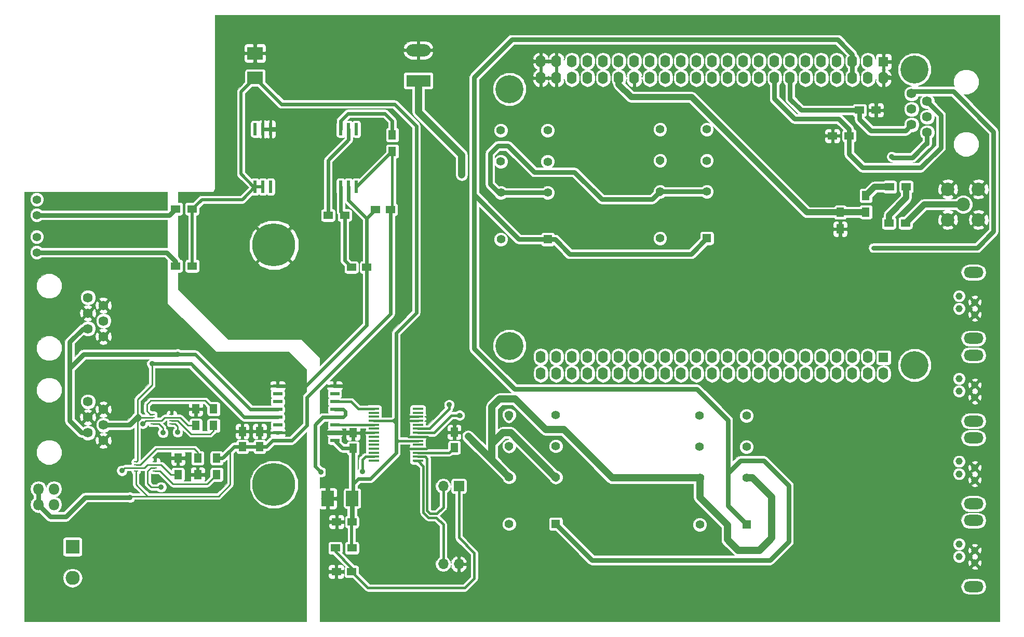
<source format=gbr>
G04 #@! TF.FileFunction,Copper,L1,Top,Signal*
%FSLAX46Y46*%
G04 Gerber Fmt 4.6, Leading zero omitted, Abs format (unit mm)*
G04 Created by KiCad (PCBNEW 4.0.7-e2-6376~58~ubuntu16.04.1) date Wed Jul 25 09:35:37 2018*
%MOMM*%
%LPD*%
G01*
G04 APERTURE LIST*
%ADD10C,0.100000*%
%ADD11C,2.200000*%
%ADD12R,1.600000X1.600000*%
%ADD13O,1.600000X2.000000*%
%ADD14C,1.160000*%
%ADD15O,3.200000X1.800000*%
%ADD16R,2.300000X2.300000*%
%ADD17O,2.300000X2.300000*%
%ADD18C,7.000000*%
%ADD19C,4.572000*%
%ADD20R,1.700000X1.700000*%
%ADD21O,1.700000X1.700000*%
%ADD22C,1.590000*%
%ADD23R,1.500000X1.300000*%
%ADD24R,1.400000X1.400000*%
%ADD25C,1.400000*%
%ADD26R,3.960000X1.980000*%
%ADD27O,3.960000X1.980000*%
%ADD28R,1.300000X1.500000*%
%ADD29R,0.750000X0.250000*%
%ADD30R,0.600000X2.000000*%
%ADD31R,1.500000X0.600000*%
%ADD32R,1.750000X0.450000*%
%ADD33R,1.500000X1.250000*%
%ADD34R,2.500000X2.000000*%
%ADD35R,1.250000X1.500000*%
%ADD36R,2.000000X2.500000*%
%ADD37O,1.800000X1.800000*%
%ADD38C,0.900000*%
%ADD39C,0.600000*%
%ADD40C,0.800000*%
%ADD41C,0.400000*%
%ADD42C,0.250000*%
%ADD43C,1.000000*%
%ADD44C,0.600000*%
%ADD45C,1.200000*%
%ADD46C,0.500000*%
%ADD47C,0.050000*%
G04 APERTURE END LIST*
D10*
D11*
X269474800Y-66175500D03*
X264474800Y-66175500D03*
X264474800Y-71175500D03*
X269474800Y-71175500D03*
X266974800Y-68675500D03*
D12*
X253982080Y-45403400D03*
D13*
X253982080Y-48043400D03*
X251442080Y-45303400D03*
X251442080Y-48043400D03*
X248902080Y-45303400D03*
X248902080Y-48043400D03*
X246362080Y-45303400D03*
X246362080Y-48043400D03*
X243822080Y-45303400D03*
X243822080Y-48043400D03*
X241282080Y-45303400D03*
X241282080Y-48043400D03*
X238742080Y-45303400D03*
X238742080Y-48043400D03*
X236202080Y-45303400D03*
X236202080Y-48043400D03*
X233662080Y-45303400D03*
X233662080Y-48043400D03*
X231122080Y-45303400D03*
X231122080Y-48043400D03*
X228582080Y-45303400D03*
X228582080Y-48043400D03*
X226042080Y-45303400D03*
X226042080Y-48043400D03*
X223502080Y-45303400D03*
X223502080Y-48043400D03*
X220962080Y-45303400D03*
X220962080Y-48043400D03*
X218422080Y-45303400D03*
X218422080Y-48043400D03*
X215882080Y-45303400D03*
X215882080Y-48043400D03*
X213342080Y-45303400D03*
X213342080Y-48043400D03*
X210802080Y-45303400D03*
X210802080Y-48043400D03*
X208262080Y-45303400D03*
X208262080Y-48043400D03*
X205722080Y-45303400D03*
X205722080Y-48043400D03*
X203182080Y-45303400D03*
X203182080Y-48043400D03*
X200642080Y-45303400D03*
X200642080Y-48043400D03*
X198102080Y-45303400D03*
X198102080Y-48043400D03*
D12*
X253982080Y-93663400D03*
D13*
X253982080Y-96303400D03*
X251442080Y-93563400D03*
X251442080Y-96303400D03*
X248902080Y-93563400D03*
X248902080Y-96303400D03*
X246362080Y-93563400D03*
X246362080Y-96303400D03*
X243822080Y-93563400D03*
X243822080Y-96303400D03*
X241282080Y-93563400D03*
X241282080Y-96303400D03*
X238742080Y-93563400D03*
X238742080Y-96303400D03*
X236202080Y-93563400D03*
X236202080Y-96303400D03*
X233662080Y-93563400D03*
X233662080Y-96303400D03*
X231122080Y-93563400D03*
X231122080Y-96303400D03*
X228582080Y-93563400D03*
X228582080Y-96303400D03*
X226042080Y-93563400D03*
X226042080Y-96303400D03*
X223502080Y-93563400D03*
X223502080Y-96303400D03*
X220962080Y-93563400D03*
X220962080Y-96303400D03*
X218422080Y-93563400D03*
X218422080Y-96303400D03*
X215882080Y-93563400D03*
X215882080Y-96303400D03*
X213342080Y-93563400D03*
X213342080Y-96303400D03*
X210802080Y-93563400D03*
X210802080Y-96303400D03*
X208262080Y-93563400D03*
X208262080Y-96303400D03*
X205722080Y-93563400D03*
X205722080Y-96303400D03*
X203182080Y-93563400D03*
X203182080Y-96303400D03*
X200642080Y-93563400D03*
X200642080Y-96303400D03*
X198102080Y-93563400D03*
X198102080Y-96303400D03*
D14*
X266311480Y-85660000D03*
X266311480Y-83620000D03*
X268861480Y-84640000D03*
X268861480Y-86680000D03*
D15*
X268661480Y-90530000D03*
X268661480Y-79770000D03*
D14*
X266311480Y-99160000D03*
X266311480Y-97120000D03*
X268861480Y-98140000D03*
X268861480Y-100180000D03*
D15*
X268661480Y-104030000D03*
X268661480Y-93270000D03*
D14*
X266311480Y-112660000D03*
X266311480Y-110620000D03*
X268861480Y-111640000D03*
X268861480Y-113680000D03*
D15*
X268661480Y-117530000D03*
X268661480Y-106770000D03*
D14*
X266311480Y-126160000D03*
X266311480Y-124120000D03*
X268861480Y-125140000D03*
X268861480Y-127180000D03*
D15*
X268661480Y-131030000D03*
X268661480Y-120270000D03*
D16*
X121760000Y-124560000D03*
D17*
X121760000Y-129640000D03*
D18*
X154590000Y-114400000D03*
X154590000Y-75300000D03*
D19*
X193022080Y-49848400D03*
X259062080Y-46673400D03*
X259062080Y-94933400D03*
X193022080Y-91758400D03*
D20*
X184740000Y-114670000D03*
D21*
X182200000Y-114670000D03*
X184740000Y-127370000D03*
X182200000Y-127370000D03*
D22*
X126812500Y-107222500D03*
X124272500Y-105952500D03*
X126812500Y-104682500D03*
X124272500Y-103412500D03*
X126812500Y-102142500D03*
X124272500Y-100872500D03*
D23*
X141250000Y-69420000D03*
X138550000Y-69420000D03*
D24*
X199224820Y-74383060D03*
D25*
X191604820Y-74383060D03*
X199224820Y-61693060D03*
X199224820Y-56603060D03*
X199224820Y-66763060D03*
X191594820Y-61673060D03*
X191594820Y-56593060D03*
X191604820Y-66763060D03*
D26*
X178140200Y-48489500D03*
D27*
X178140200Y-43489500D03*
D24*
X200558240Y-120829500D03*
D25*
X192938240Y-120829500D03*
X200558240Y-108139500D03*
X200558240Y-103049500D03*
X200558240Y-113209500D03*
X192928240Y-108119500D03*
X192928240Y-103039500D03*
X192938240Y-113209500D03*
D24*
X231645340Y-120941260D03*
D25*
X224025340Y-120941260D03*
X231645340Y-108251260D03*
X231645340Y-103161260D03*
X231645340Y-113321260D03*
X224015340Y-108231260D03*
X224015340Y-103151260D03*
X224025340Y-113321260D03*
D24*
X225181000Y-74207000D03*
D25*
X217561000Y-74207000D03*
X225181000Y-61517000D03*
X225181000Y-56427000D03*
X225181000Y-66587000D03*
X217551000Y-61497000D03*
X217551000Y-56417000D03*
X217561000Y-66587000D03*
D22*
X258561480Y-50589240D03*
X261101480Y-51859240D03*
X258561480Y-53129240D03*
X261101480Y-54399240D03*
X258561480Y-55669240D03*
X261101480Y-56939240D03*
D28*
X251110000Y-67230000D03*
X251110000Y-69930000D03*
X246930000Y-69980000D03*
X246930000Y-72680000D03*
D23*
X250075000Y-53300000D03*
X252775000Y-53300000D03*
X245675000Y-57475000D03*
X248375000Y-57475000D03*
D29*
X135202500Y-110672500D03*
X135202500Y-111172500D03*
X135202500Y-111672500D03*
X135202500Y-112172500D03*
X132102500Y-110672500D03*
X132102500Y-111172500D03*
X132102500Y-112172500D03*
X132102500Y-111672500D03*
X137902500Y-102952500D03*
X137902500Y-103452500D03*
X137902500Y-103952500D03*
X137902500Y-104452500D03*
X134802500Y-102952500D03*
X134802500Y-103452500D03*
X134802500Y-104452500D03*
X134802500Y-103952500D03*
D30*
X151515000Y-65790000D03*
X152785000Y-65790000D03*
X154055000Y-65790000D03*
X165485000Y-65790000D03*
X166755000Y-65790000D03*
X168025000Y-65790000D03*
X168025000Y-56390000D03*
X166755000Y-56390000D03*
X165485000Y-56390000D03*
X154055000Y-56390000D03*
X152785000Y-56390000D03*
X151515000Y-56390000D03*
D31*
X164502500Y-107207500D03*
X164502500Y-105937500D03*
X164502500Y-104667500D03*
X164502500Y-103397500D03*
X164502500Y-102127500D03*
X164502500Y-100857500D03*
X164502500Y-99587500D03*
X164502500Y-98317500D03*
X155202500Y-98317500D03*
X155202500Y-99587500D03*
X155202500Y-100857500D03*
X155202500Y-102127500D03*
X155202500Y-103397500D03*
X155202500Y-104667500D03*
X155202500Y-105937500D03*
X155202500Y-107207500D03*
D32*
X170852500Y-102037500D03*
X170852500Y-102687500D03*
X170852500Y-103337500D03*
X170852500Y-103987500D03*
X170852500Y-104637500D03*
X170852500Y-105287500D03*
X170852500Y-105937500D03*
X170852500Y-106587500D03*
X170852500Y-107237500D03*
X170852500Y-107887500D03*
X170852500Y-108537500D03*
X170852500Y-109187500D03*
X170852500Y-109837500D03*
X170852500Y-110487500D03*
X178052500Y-110487500D03*
X178052500Y-109837500D03*
X178052500Y-109187500D03*
X178052500Y-108537500D03*
X178052500Y-107887500D03*
X178052500Y-107237500D03*
X178052500Y-106587500D03*
X178052500Y-105937500D03*
X178052500Y-105287500D03*
X178052500Y-104637500D03*
X178052500Y-103987500D03*
X178052500Y-103337500D03*
X178052500Y-102687500D03*
X178052500Y-102037500D03*
D28*
X173890000Y-60020000D03*
X173890000Y-57320000D03*
D23*
X166120000Y-70450000D03*
X163420000Y-70450000D03*
X141270000Y-78730000D03*
X138570000Y-78730000D03*
X167310000Y-124750000D03*
X164610000Y-124750000D03*
D33*
X173630000Y-69520000D03*
X171130000Y-69520000D03*
X167220000Y-78940000D03*
X169720000Y-78940000D03*
D34*
X151520000Y-47990000D03*
X151520000Y-43990000D03*
D35*
X149452500Y-108212500D03*
X149452500Y-105712500D03*
X152252500Y-108212500D03*
X152252500Y-105712500D03*
X184000000Y-108360000D03*
X184000000Y-105860000D03*
X167502500Y-108462500D03*
X167502500Y-105962500D03*
D33*
X167260000Y-128600000D03*
X164760000Y-128600000D03*
X167320000Y-120490000D03*
X164820000Y-120490000D03*
D36*
X167350000Y-116660000D03*
X163350000Y-116660000D03*
D22*
X126812500Y-90222500D03*
X124272500Y-88952500D03*
X126812500Y-87682500D03*
X124272500Y-86412500D03*
X126812500Y-85142500D03*
X124272500Y-83872500D03*
D25*
X115936240Y-67870000D03*
X115936240Y-70410000D03*
X115936240Y-73970000D03*
X115936240Y-76510000D03*
D37*
X116166240Y-115132500D03*
X116166240Y-117672500D03*
X118706240Y-115132500D03*
X118706240Y-117672500D03*
D28*
X145252500Y-112772500D03*
X145252500Y-110072500D03*
X144752500Y-104752500D03*
X144752500Y-102052500D03*
X142152500Y-110072500D03*
X142152500Y-112772500D03*
X141852500Y-102052500D03*
X141852500Y-104752500D03*
X138952500Y-110072500D03*
X138952500Y-112772500D03*
D23*
X257560000Y-71720000D03*
X254860000Y-71720000D03*
X257690000Y-65800000D03*
X254990000Y-65800000D03*
D38*
X166220000Y-87600000D03*
X172500000Y-92370000D03*
D39*
X248000000Y-115060000D03*
X240075000Y-65050000D03*
X212150000Y-57575000D03*
X205325000Y-85400000D03*
D38*
X186275000Y-106450000D03*
D39*
X185225000Y-63850000D03*
D38*
X255340000Y-60880000D03*
D39*
X252310740Y-75758940D03*
D38*
X149602500Y-96752500D03*
X136502500Y-105902500D03*
X131085000Y-116485000D03*
X183170000Y-101390000D03*
X184860000Y-103100000D03*
X138902500Y-93120000D03*
X138902500Y-105852500D03*
X136202500Y-114822500D03*
X134702500Y-94700000D03*
X133202500Y-104452500D03*
X129810000Y-112120000D03*
X169002500Y-112312500D03*
X162252500Y-112362500D03*
D40*
X243805560Y-47959920D02*
X243822080Y-47943400D01*
X243822080Y-47943400D02*
X243822080Y-48530120D01*
X220962080Y-96901880D02*
X220962080Y-96203400D01*
D41*
X179432500Y-108537500D02*
X179980000Y-107990000D01*
X178052500Y-108537500D02*
X179432500Y-108537500D01*
D40*
X154055000Y-56390000D02*
X155240000Y-56390000D01*
X162050000Y-83430000D02*
X166220000Y-87600000D01*
X162050000Y-74380000D02*
X162050000Y-83430000D01*
X157690000Y-70020000D02*
X162050000Y-74380000D01*
X157690000Y-58840000D02*
X157690000Y-70020000D01*
X155240000Y-56390000D02*
X157690000Y-58840000D01*
D42*
X163350000Y-116660000D02*
X162370000Y-116660000D01*
D41*
X179630000Y-106770000D02*
X179630000Y-106890000D01*
X179630000Y-106890000D02*
X179910000Y-107170000D01*
X179910000Y-107170000D02*
X179910000Y-107920000D01*
X179910000Y-107920000D02*
X179980000Y-107990000D01*
X179980000Y-107990000D02*
X182180000Y-107990000D01*
X179630000Y-106587500D02*
X179630000Y-106770000D01*
X179630000Y-106770000D02*
X179630000Y-106630000D01*
X181160000Y-106980000D02*
X182280000Y-105860000D01*
X179980000Y-106980000D02*
X181160000Y-106980000D01*
X179630000Y-106630000D02*
X179980000Y-106980000D01*
X152785000Y-56390000D02*
X152785000Y-54045000D01*
X152785000Y-54045000D02*
X152440000Y-53700000D01*
D43*
X268861480Y-100180000D02*
X268753200Y-100180000D01*
D41*
X175980000Y-104150000D02*
X175980000Y-90370000D01*
X175980000Y-90370000D02*
X177660000Y-88690000D01*
X175980000Y-105980000D02*
X175980000Y-104150000D01*
X176597500Y-106587500D02*
X175990000Y-105980000D01*
X175990000Y-105980000D02*
X175980000Y-105980000D01*
X178052500Y-106587500D02*
X176597500Y-106587500D01*
X175980000Y-104150000D02*
X176142500Y-103987500D01*
D40*
X164502500Y-105937500D02*
X162822500Y-105937500D01*
X162822500Y-105937500D02*
X162420000Y-106340000D01*
X162420000Y-106340000D02*
X162420000Y-110140000D01*
X162420000Y-110140000D02*
X163350000Y-111070000D01*
X163350000Y-111070000D02*
X163350000Y-116660000D01*
D41*
X178052500Y-106587500D02*
X179157500Y-106587500D01*
X179157500Y-106587500D02*
X179630000Y-106587500D01*
X184000000Y-105860000D02*
X182280000Y-105860000D01*
X178052500Y-103987500D02*
X176142500Y-103987500D01*
X176142500Y-103987500D02*
X176082500Y-103987500D01*
X176080000Y-103985000D02*
X176727500Y-103337500D01*
X176082500Y-103987500D02*
X176080000Y-103985000D01*
X176727500Y-103337500D02*
X178052500Y-103337500D01*
X170852500Y-105937500D02*
X167527500Y-105937500D01*
X167527500Y-105937500D02*
X167502500Y-105962500D01*
X152785000Y-56390000D02*
X154055000Y-56390000D01*
D44*
X164502500Y-98317500D02*
X166552500Y-98317500D01*
X166552500Y-98317500D02*
X172500000Y-92370000D01*
D40*
X164502500Y-105937500D02*
X167477500Y-105937500D01*
D41*
X167477500Y-105937500D02*
X167502500Y-105962500D01*
X175922500Y-108537500D02*
X175922500Y-109877500D01*
X175740000Y-110060000D02*
X175700000Y-110060000D01*
X175922500Y-109877500D02*
X175740000Y-110060000D01*
X178052500Y-108537500D02*
X175922500Y-108537500D01*
X175922500Y-108537500D02*
X175920000Y-108540000D01*
D40*
X253982080Y-47943400D02*
X254881600Y-47943400D01*
X254881600Y-47943400D02*
X254925000Y-47900000D01*
D42*
X178052500Y-103337500D02*
X176727500Y-103337500D01*
X176677500Y-103987500D02*
X178052500Y-103987500D01*
X176502500Y-103812500D02*
X176677500Y-103987500D01*
X176502500Y-103562500D02*
X176502500Y-103812500D01*
X176727500Y-103337500D02*
X176502500Y-103562500D01*
X167527500Y-105937500D02*
X167502500Y-105962500D01*
D43*
X266974800Y-68675500D02*
X260604500Y-68675500D01*
X260604500Y-68675500D02*
X257560000Y-71720000D01*
D40*
X266791340Y-69007580D02*
X266979880Y-68819040D01*
X266966560Y-68832360D02*
X266979880Y-68819040D01*
X228600000Y-117895920D02*
X228600000Y-112522000D01*
X206474740Y-126746000D02*
X200558240Y-120829500D01*
X235458000Y-126746000D02*
X206474740Y-126746000D01*
X238506000Y-123698000D02*
X235458000Y-126746000D01*
X238506000Y-114554000D02*
X238506000Y-123698000D01*
X234442000Y-110490000D02*
X238506000Y-114554000D01*
X230632000Y-110490000D02*
X234442000Y-110490000D01*
X228600000Y-112522000D02*
X230632000Y-110490000D01*
X187225000Y-66294000D02*
X187225000Y-92229000D01*
X228600000Y-117895920D02*
X231645340Y-120941260D01*
X228600000Y-103886000D02*
X228600000Y-117895920D01*
X223520000Y-98806000D02*
X228600000Y-103886000D01*
X193802000Y-98806000D02*
X223520000Y-98806000D01*
X187225000Y-92229000D02*
X193802000Y-98806000D01*
X248902080Y-47943400D02*
X248902080Y-45403400D01*
X248902080Y-45403400D02*
X248902080Y-44177080D01*
X248902080Y-44177080D02*
X246500000Y-41775000D01*
X246500000Y-41775000D02*
X193400000Y-41775000D01*
X193400000Y-41775000D02*
X187225000Y-47950000D01*
X194508060Y-74383060D02*
X199224820Y-74383060D01*
X225181000Y-74207000D02*
X225231800Y-74207000D01*
X199224820Y-74383060D02*
X200434580Y-74383060D01*
X200434580Y-74383060D02*
X202818840Y-76767320D01*
X202818840Y-76767320D02*
X222620680Y-76767320D01*
X222620680Y-76767320D02*
X225181000Y-74207000D01*
X187225000Y-47950000D02*
X187225000Y-66294000D01*
X187225000Y-66294000D02*
X187225000Y-67100000D01*
X187225000Y-67100000D02*
X194508060Y-74383060D01*
D41*
X186275000Y-106450000D02*
X186238700Y-106486300D01*
D40*
X186238700Y-106486300D02*
X186275000Y-106450000D01*
X186275000Y-106450000D02*
X186275000Y-106522600D01*
D45*
X200480300Y-113209500D02*
X193207480Y-105936680D01*
X193207480Y-105936680D02*
X191922240Y-105936680D01*
X192938240Y-113185840D02*
X186275000Y-106522600D01*
D40*
X192938240Y-113209500D02*
X192938240Y-113185840D01*
X192938240Y-113185840D02*
X190106140Y-110353740D01*
D45*
X190106140Y-110353740D02*
X190106140Y-109182800D01*
D40*
X192938240Y-113209500D02*
X192938240Y-113183300D01*
D45*
X224025340Y-113321260D02*
X224025340Y-116470100D01*
X232611300Y-113321260D02*
X231645340Y-113321260D01*
X235732160Y-116442120D02*
X232611300Y-113321260D01*
X235732160Y-123147720D02*
X235732160Y-116442120D01*
X233776360Y-125103520D02*
X235732160Y-123147720D01*
X230255920Y-125103520D02*
X233776360Y-125103520D01*
X228523640Y-123371240D02*
X230255920Y-125103520D01*
X228523640Y-120968400D02*
X228523640Y-123371240D01*
X224025340Y-116470100D02*
X228523640Y-120968400D01*
D40*
X192938240Y-113209500D02*
X192938240Y-112962320D01*
D45*
X190106140Y-109876220D02*
X190106140Y-109182800D01*
X190106140Y-109182800D02*
X190106140Y-101717740D01*
X209756380Y-113321260D02*
X224025340Y-113321260D01*
X201840940Y-105405820D02*
X209756380Y-113321260D01*
X198907240Y-105405820D02*
X201840940Y-105405820D01*
X193905980Y-100404560D02*
X198907240Y-105405820D01*
X191419320Y-100404560D02*
X193905980Y-100404560D01*
X190106140Y-101717740D02*
X191419320Y-100404560D01*
D40*
X200558240Y-113209500D02*
X200480300Y-113209500D01*
X190106140Y-107752780D02*
X190106140Y-109876220D01*
D45*
X191922240Y-105936680D02*
X190106140Y-107752780D01*
D40*
X191122140Y-59104160D02*
X192755360Y-59104160D01*
X216296080Y-67851920D02*
X217561000Y-66587000D01*
X208030920Y-67851920D02*
X216296080Y-67851920D01*
X203560520Y-63381520D02*
X208030920Y-67851920D01*
X197032720Y-63381520D02*
X203560520Y-63381520D01*
X192755360Y-59104160D02*
X197032720Y-63381520D01*
X217561000Y-66587000D02*
X225181000Y-66587000D01*
X191232160Y-66763060D02*
X189836900Y-65367800D01*
X189836900Y-65367800D02*
X189836900Y-60389400D01*
X189836900Y-60389400D02*
X191122140Y-59104160D01*
X199224820Y-66763060D02*
X191232160Y-66763060D01*
D43*
X231645340Y-113321260D02*
X231645340Y-113391620D01*
X192938240Y-113209500D02*
X192938240Y-112931840D01*
X200558240Y-112992800D02*
X200558240Y-113209500D01*
X217561000Y-66587000D02*
X217561000Y-66782580D01*
X191604820Y-66763060D02*
X191604820Y-66693760D01*
D40*
X200558240Y-113209500D02*
X200558240Y-113584620D01*
D45*
X185225000Y-60650000D02*
X185225000Y-63850000D01*
X178140200Y-53565200D02*
X185225000Y-60650000D01*
X178140200Y-48489500D02*
X178140200Y-53565200D01*
D43*
X210802080Y-47943400D02*
X210802080Y-49112080D01*
X212850000Y-51160000D02*
X222690000Y-51160000D01*
X210802080Y-49112080D02*
X212850000Y-51160000D01*
X246930000Y-69980000D02*
X241510000Y-69980000D01*
X241510000Y-69980000D02*
X222690000Y-51160000D01*
X251110000Y-69930000D02*
X246980000Y-69930000D01*
X246980000Y-69930000D02*
X246930000Y-69980000D01*
D40*
X238742080Y-47943400D02*
X238742080Y-51442080D01*
X238742080Y-51442080D02*
X240600000Y-53300000D01*
X250075000Y-53300000D02*
X250075000Y-54800000D01*
X257580720Y-56650000D02*
X258561480Y-55669240D01*
X251925000Y-56650000D02*
X257580720Y-56650000D01*
X250075000Y-54800000D02*
X251925000Y-56650000D01*
X240600000Y-53300000D02*
X250075000Y-53300000D01*
X248375000Y-57475000D02*
X248375000Y-60465000D01*
X263310000Y-59400000D02*
X263310000Y-54067760D01*
X260070000Y-62640000D02*
X263310000Y-59400000D01*
X250550000Y-62640000D02*
X260070000Y-62640000D01*
X248375000Y-60465000D02*
X250550000Y-62640000D01*
X263310000Y-54067760D02*
X261101480Y-51859240D01*
X248375000Y-57475000D02*
X248375000Y-56375000D01*
X236202080Y-51392080D02*
X236202080Y-47943400D01*
X239490000Y-54680000D02*
X236202080Y-51392080D01*
X246680000Y-54680000D02*
X239490000Y-54680000D01*
X248375000Y-56375000D02*
X246680000Y-54680000D01*
X261101480Y-58618520D02*
X261101480Y-56939240D01*
X258710840Y-61009160D02*
X261101480Y-58618520D01*
X255469160Y-61009160D02*
X258710840Y-61009160D01*
X255340000Y-60880000D02*
X255469160Y-61009160D01*
X261101480Y-58774160D02*
X261101480Y-56939240D01*
X261101480Y-56939240D02*
X261101480Y-58774160D01*
D43*
X261101480Y-56939240D02*
X261092360Y-56939240D01*
D40*
X252310740Y-75758940D02*
X252308200Y-75756400D01*
X265348560Y-50196380D02*
X258954340Y-50196380D01*
X271942400Y-56790220D02*
X265348560Y-50196380D01*
X271942400Y-73109720D02*
X271942400Y-56790220D01*
X269295720Y-75756400D02*
X271942400Y-73109720D01*
X252308200Y-75756400D02*
X269295720Y-75756400D01*
X258954340Y-50196380D02*
X258561480Y-50589240D01*
D43*
X192928240Y-108119500D02*
X192928240Y-108387940D01*
X217551000Y-61497000D02*
X217551000Y-61687500D01*
D44*
X174502500Y-103612500D02*
X174502500Y-89657500D01*
X155854000Y-52324000D02*
X151520000Y-47990000D01*
X174244000Y-52324000D02*
X155854000Y-52324000D01*
X177800000Y-55880000D02*
X174244000Y-52324000D01*
X177800000Y-86360000D02*
X177800000Y-55880000D01*
X174502500Y-89657500D02*
X177800000Y-86360000D01*
D40*
X167320000Y-120490000D02*
X167320000Y-116690000D01*
X167320000Y-116690000D02*
X167350000Y-116660000D01*
D46*
X151515000Y-65790000D02*
X151290000Y-65790000D01*
X151290000Y-65790000D02*
X149200000Y-63700000D01*
X149200000Y-63700000D02*
X149200000Y-50310000D01*
X149200000Y-50310000D02*
X151520000Y-47990000D01*
X141270000Y-78730000D02*
X141270000Y-69440000D01*
X141270000Y-69440000D02*
X142840000Y-67870000D01*
X142840000Y-67870000D02*
X149435000Y-67870000D01*
X149435000Y-67870000D02*
X151515000Y-65790000D01*
X152785000Y-65790000D02*
X152705000Y-65790000D01*
X151515000Y-65790000D02*
X152785000Y-65790000D01*
D44*
X170260000Y-113430000D02*
X174502500Y-109187500D01*
X168680000Y-113430000D02*
X170260000Y-113430000D01*
X174502500Y-109187500D02*
X174502500Y-107637500D01*
X168680000Y-113430000D02*
X168360000Y-113430000D01*
X168360000Y-113430000D02*
X167502500Y-114287500D01*
X167502500Y-114287500D02*
X167502500Y-108462500D01*
D46*
X167502500Y-116762500D02*
X167502500Y-116012500D01*
X167502500Y-116012500D02*
X167502500Y-115462500D01*
D44*
X167502500Y-115462500D02*
X167502500Y-115262500D01*
D46*
X167347500Y-120532500D02*
X167247500Y-120632500D01*
X167247500Y-120632500D02*
X167247500Y-125032500D01*
D44*
X167502500Y-115262500D02*
X167502500Y-114287500D01*
D41*
X174902500Y-107237500D02*
X174502500Y-107637500D01*
X174902500Y-107237500D02*
X174877500Y-107237500D01*
X174877500Y-107237500D02*
X174502500Y-106862500D01*
D44*
X174502500Y-107637500D02*
X174502500Y-106862500D01*
D41*
X170852500Y-103987500D02*
X174127500Y-103987500D01*
X178052500Y-107237500D02*
X174902500Y-107237500D01*
D44*
X174502500Y-106862500D02*
X174502500Y-104362500D01*
X164502500Y-107207500D02*
X165757500Y-108462500D01*
X165757500Y-108462500D02*
X167502500Y-108462500D01*
D46*
X167347500Y-124932500D02*
X167247500Y-125032500D01*
X174127500Y-103987500D02*
X174502500Y-103612500D01*
X174502500Y-103612500D02*
X174452500Y-103662500D01*
D41*
X174452500Y-103662500D02*
X174502500Y-103662500D01*
D46*
X174127500Y-103987500D02*
X174502500Y-104362500D01*
D44*
X174502500Y-104362500D02*
X174502500Y-103662500D01*
D41*
X184740000Y-114670000D02*
X184740000Y-123050000D01*
X169920000Y-131260000D02*
X167260000Y-128600000D01*
X185700000Y-131260000D02*
X169920000Y-131260000D01*
X187250000Y-129710000D02*
X185700000Y-131260000D01*
X187250000Y-125560000D02*
X187250000Y-129710000D01*
X184740000Y-123050000D02*
X187250000Y-125560000D01*
X164610000Y-125340000D02*
X164610000Y-124750000D01*
X167260000Y-127990000D02*
X164610000Y-125340000D01*
X167260000Y-128600000D02*
X167260000Y-127990000D01*
X178052500Y-109187500D02*
X183172500Y-109187500D01*
X183172500Y-109187500D02*
X184000000Y-108360000D01*
D44*
X165485000Y-65790000D02*
X165485000Y-69815000D01*
X165485000Y-69815000D02*
X166120000Y-70450000D01*
X166120000Y-70450000D02*
X166120000Y-77840000D01*
X166120000Y-77840000D02*
X167220000Y-78940000D01*
D42*
X139952500Y-102052500D02*
X141852500Y-102052500D01*
X139602500Y-101702500D02*
X139952500Y-102052500D01*
X138152500Y-101702500D02*
X139602500Y-101702500D01*
X137902500Y-101952500D02*
X138152500Y-101702500D01*
D44*
X166755000Y-65790000D02*
X166755000Y-67985000D01*
X166755000Y-67985000D02*
X169720000Y-70950000D01*
X169720000Y-78940000D02*
X169720000Y-70950000D01*
D41*
X169720000Y-70950000D02*
X169720000Y-70930000D01*
D44*
X169720000Y-70930000D02*
X171130000Y-69520000D01*
X155202500Y-98317500D02*
X159762500Y-98317500D01*
X169720000Y-88360000D02*
X169720000Y-78940000D01*
X159762500Y-98317500D02*
X169720000Y-88360000D01*
D41*
X155202500Y-98317500D02*
X150227500Y-98317500D01*
X149602500Y-97692500D02*
X149602500Y-96752500D01*
X150227500Y-98317500D02*
X149602500Y-97692500D01*
D42*
X137902500Y-102952500D02*
X137902500Y-101952500D01*
X135202500Y-110672500D02*
X135202500Y-109972500D01*
X137602500Y-110072500D02*
X138952500Y-110072500D01*
X137252500Y-109722500D02*
X137602500Y-110072500D01*
X135452500Y-109722500D02*
X137252500Y-109722500D01*
X135202500Y-109972500D02*
X135452500Y-109722500D01*
D46*
X152252500Y-105712500D02*
X152477500Y-105937500D01*
D40*
X116166240Y-117672500D02*
X116166240Y-115132500D01*
X131085000Y-116485000D02*
X123815000Y-116485000D01*
X118123740Y-119630000D02*
X116166240Y-117672500D01*
X120670000Y-119630000D02*
X118123740Y-119630000D01*
X123815000Y-116485000D02*
X120670000Y-119630000D01*
D42*
X135802500Y-104452500D02*
X134802500Y-104452500D01*
X136502500Y-105902500D02*
X136502500Y-105152500D01*
X136502500Y-105152500D02*
X135802500Y-104452500D01*
X134390000Y-116322500D02*
X131247500Y-116322500D01*
X131247500Y-116322500D02*
X131085000Y-116485000D01*
D40*
X131085000Y-116485000D02*
X131080000Y-116480000D01*
D44*
X147452500Y-108852500D02*
X147417500Y-108852500D01*
X146197500Y-110072500D02*
X145252500Y-110072500D01*
X147417500Y-108852500D02*
X146197500Y-110072500D01*
X155202500Y-107207500D02*
X157512500Y-107207500D01*
X173630000Y-86510000D02*
X173630000Y-69520000D01*
X159980000Y-100160000D02*
X173630000Y-86510000D01*
X159980000Y-104740000D02*
X159980000Y-100160000D01*
X157512500Y-107207500D02*
X159980000Y-104740000D01*
D41*
X173890000Y-60020000D02*
X173890000Y-69260000D01*
X173890000Y-69260000D02*
X173630000Y-69520000D01*
D46*
X168025000Y-65790000D02*
X168120000Y-65790000D01*
X168120000Y-65790000D02*
X173890000Y-60020000D01*
D44*
X147452500Y-108852500D02*
X148092500Y-108212500D01*
X148092500Y-108212500D02*
X149452500Y-108212500D01*
D42*
X134802500Y-104452500D02*
X135152500Y-104452500D01*
X132102500Y-112172500D02*
X132102500Y-114422500D01*
X147452500Y-114422500D02*
X147452500Y-110322500D01*
X145552500Y-116322500D02*
X147452500Y-114422500D01*
X134002500Y-116322500D02*
X134390000Y-116322500D01*
X134390000Y-116322500D02*
X145552500Y-116322500D01*
X132102500Y-114422500D02*
X134002500Y-116322500D01*
X147452500Y-109822500D02*
X147452500Y-108852500D01*
X147452500Y-110322500D02*
X147452500Y-109822500D01*
D44*
X152252500Y-108212500D02*
X149452500Y-108212500D01*
X155202500Y-107207500D02*
X154407500Y-107207500D01*
X153402500Y-108212500D02*
X152252500Y-108212500D01*
X154407500Y-107207500D02*
X153402500Y-108212500D01*
D41*
X178052500Y-105287500D02*
X179932500Y-105287500D01*
X183170000Y-102050000D02*
X183170000Y-101390000D01*
X179932500Y-105287500D02*
X183170000Y-102050000D01*
D40*
X115936240Y-76510000D02*
X137130000Y-76510000D01*
X138570000Y-77950000D02*
X138570000Y-78730000D01*
X137130000Y-76510000D02*
X138570000Y-77950000D01*
X138170000Y-78730000D02*
X138570000Y-78730000D01*
D41*
X178052500Y-105937500D02*
X180702500Y-105937500D01*
X183540000Y-103100000D02*
X184860000Y-103100000D01*
X180702500Y-105937500D02*
X183540000Y-103100000D01*
D40*
X184860000Y-103100000D02*
X184940000Y-103100000D01*
X115936240Y-70410000D02*
X137560000Y-70410000D01*
X137560000Y-70410000D02*
X138550000Y-69420000D01*
X192928240Y-103039500D02*
X192928240Y-103226660D01*
D43*
X192928240Y-103039500D02*
X192928240Y-103434940D01*
D41*
X182200000Y-114670000D02*
X182200000Y-118100000D01*
X179267500Y-109837500D02*
X178052500Y-109837500D01*
X179570000Y-110140000D02*
X179267500Y-109837500D01*
X179570000Y-118660000D02*
X179570000Y-110140000D01*
X180070000Y-119160000D02*
X179570000Y-118660000D01*
X181140000Y-119160000D02*
X180070000Y-119160000D01*
X182200000Y-118100000D02*
X181140000Y-119160000D01*
X178052500Y-110487500D02*
X178052500Y-110522500D01*
X178052500Y-110522500D02*
X178969998Y-111439998D01*
X182200000Y-120910000D02*
X182200000Y-127370000D01*
X181060000Y-119770000D02*
X182200000Y-120910000D01*
X179810000Y-119770000D02*
X181060000Y-119770000D01*
X178969998Y-118929998D02*
X179810000Y-119770000D01*
X178969998Y-111439998D02*
X178969998Y-118929998D01*
X178052500Y-110487500D02*
X177532500Y-110487500D01*
X178073500Y-110466500D02*
X178052500Y-110487500D01*
D40*
X121260000Y-96560000D02*
X121260000Y-95440000D01*
X123580000Y-93120000D02*
X138902500Y-93120000D01*
X121260000Y-95440000D02*
X123580000Y-93120000D01*
X124272500Y-105952500D02*
X123222500Y-105952500D01*
X123447500Y-88952500D02*
X124272500Y-88952500D01*
X121260000Y-91140000D02*
X123447500Y-88952500D01*
X121260000Y-103990000D02*
X121260000Y-96560000D01*
X121260000Y-96560000D02*
X121260000Y-91140000D01*
X123222500Y-105952500D02*
X121260000Y-103990000D01*
D44*
X155202500Y-102127500D02*
X150747500Y-102127500D01*
X150747500Y-102127500D02*
X141740000Y-93120000D01*
X141740000Y-93120000D02*
X138902500Y-93120000D01*
D42*
X138902500Y-105852500D02*
X138902500Y-104902500D01*
X138902500Y-104902500D02*
X138452500Y-104452500D01*
X136202500Y-114822500D02*
X134602500Y-114822500D01*
X134602500Y-114822500D02*
X134002500Y-114222500D01*
X134002500Y-114222500D02*
X134002500Y-112222500D01*
X134002500Y-112222500D02*
X134552500Y-111672500D01*
X134552500Y-111672500D02*
X135202500Y-111672500D01*
X138452500Y-104452500D02*
X137902500Y-104452500D01*
X132365000Y-102935000D02*
X130617500Y-104682500D01*
X130960000Y-104350000D02*
X130960000Y-104682500D01*
X130627500Y-104682500D02*
X130960000Y-104350000D01*
X130617500Y-104682500D02*
X130627500Y-104682500D01*
X131985000Y-103795000D02*
X131985000Y-103315000D01*
X131985000Y-103315000D02*
X132365000Y-102935000D01*
X132365000Y-102935000D02*
X132385000Y-102915000D01*
D40*
X126812500Y-104682500D02*
X130960000Y-104682500D01*
X130960000Y-104682500D02*
X131097500Y-104682500D01*
X131097500Y-104682500D02*
X131985000Y-103795000D01*
X131985000Y-103795000D02*
X132200000Y-103580000D01*
D42*
X132880000Y-103452500D02*
X132880000Y-103520000D01*
X132880000Y-103520000D02*
X132352500Y-104047500D01*
X132880000Y-103452500D02*
X132880000Y-103410000D01*
X132880000Y-103410000D02*
X132385000Y-102915000D01*
X132385000Y-102915000D02*
X132352500Y-102882500D01*
X134702500Y-94700000D02*
X134702500Y-98152500D01*
X134702500Y-98152500D02*
X132352500Y-100502500D01*
X132352500Y-100502500D02*
X132352500Y-102752500D01*
X132352500Y-102752500D02*
X132352500Y-102882500D01*
X132352500Y-102882500D02*
X132352500Y-103202500D01*
X134702500Y-98152500D02*
X132352500Y-100502500D01*
D44*
X155202500Y-103397500D02*
X149767500Y-103397500D01*
X141070000Y-94700000D02*
X134702500Y-94700000D01*
X149767500Y-103397500D02*
X141070000Y-94700000D01*
D42*
X132602500Y-103452500D02*
X132352500Y-103202500D01*
X132602500Y-103452500D02*
X132352500Y-103702500D01*
X132352500Y-103702500D02*
X132352500Y-103440000D01*
X132352500Y-103440000D02*
X132352500Y-103202500D01*
X132352500Y-110202500D02*
X132352500Y-104047500D01*
X132147500Y-110672500D02*
X132352500Y-110467500D01*
X132352500Y-110467500D02*
X132352500Y-110202500D01*
X132352500Y-104047500D02*
X132352500Y-103702500D01*
X132102500Y-110672500D02*
X132147500Y-110672500D01*
X134802500Y-103452500D02*
X132880000Y-103452500D01*
X132880000Y-103452500D02*
X132602500Y-103452500D01*
X144752500Y-104752500D02*
X144752500Y-105602500D01*
X138902500Y-103952500D02*
X137902500Y-103952500D01*
X141102500Y-106152500D02*
X138902500Y-103952500D01*
X144202500Y-106152500D02*
X141102500Y-106152500D01*
X144752500Y-105602500D02*
X144202500Y-106152500D01*
X144752500Y-102052500D02*
X143402500Y-100702500D01*
X133852500Y-101352500D02*
X133852500Y-102402500D01*
X134502500Y-100702500D02*
X133852500Y-101352500D01*
X143402500Y-100702500D02*
X134502500Y-100702500D01*
X134802500Y-102952500D02*
X134402500Y-102952500D01*
X134402500Y-102952500D02*
X133852500Y-102402500D01*
X145252500Y-112772500D02*
X143702500Y-114322500D01*
X143702500Y-114322500D02*
X138152500Y-114322500D01*
X138152500Y-114322500D02*
X136002500Y-112172500D01*
X136002500Y-112172500D02*
X135202500Y-112172500D01*
X142152500Y-109122500D02*
X142152500Y-110072500D01*
X141602500Y-108572500D02*
X142152500Y-109122500D01*
X132802500Y-111172500D02*
X135402500Y-108572500D01*
X132102500Y-111172500D02*
X132802500Y-111172500D01*
X135402500Y-108572500D02*
X141602500Y-108572500D01*
X133702500Y-103952500D02*
X133202500Y-104452500D01*
X134802500Y-103952500D02*
X133702500Y-103952500D01*
X140602500Y-104752500D02*
X141852500Y-104752500D01*
X139302500Y-103452500D02*
X140602500Y-104752500D01*
X137902500Y-103452500D02*
X139302500Y-103452500D01*
X137902500Y-103452500D02*
X136802500Y-103452500D01*
X136302500Y-103952500D02*
X134802500Y-103952500D01*
X136802500Y-103452500D02*
X136302500Y-103952500D01*
X132102500Y-111672500D02*
X130257500Y-111672500D01*
X130257500Y-111672500D02*
X129810000Y-112120000D01*
X135202500Y-111172500D02*
X136202500Y-111172500D01*
X137802500Y-112772500D02*
X138952500Y-112772500D01*
X136202500Y-111172500D02*
X137802500Y-112772500D01*
X135202500Y-111172500D02*
X134002500Y-111172500D01*
X134002500Y-111172500D02*
X133502500Y-111672500D01*
X133502500Y-111672500D02*
X132102500Y-111672500D01*
D44*
X163420000Y-70450000D02*
X163420000Y-61450000D01*
X163420000Y-61450000D02*
X166755000Y-58115000D01*
X166755000Y-58115000D02*
X166755000Y-56390000D01*
D46*
X166755000Y-58115000D02*
X166755000Y-56390000D01*
D44*
X165485000Y-56390000D02*
X165485000Y-55025000D01*
X173890000Y-55030000D02*
X173890000Y-57320000D01*
X172700000Y-53840000D02*
X173890000Y-55030000D01*
X166670000Y-53840000D02*
X172700000Y-53840000D01*
X165485000Y-55025000D02*
X166670000Y-53840000D01*
D41*
X164502500Y-100857500D02*
X167147500Y-100857500D01*
X168327500Y-102037500D02*
X170852500Y-102037500D01*
X167147500Y-100857500D02*
X168327500Y-102037500D01*
X170852500Y-104637500D02*
X164532500Y-104637500D01*
X164532500Y-104637500D02*
X164502500Y-104667500D01*
X164532500Y-104637500D02*
X164502500Y-104667500D01*
X169002500Y-110362500D02*
X169002500Y-112312500D01*
D44*
X161300000Y-111410000D02*
X162252500Y-112362500D01*
X161300000Y-104630000D02*
X161300000Y-111410000D01*
D41*
X169527500Y-109837500D02*
X169002500Y-110362500D01*
D44*
X164502500Y-103397500D02*
X162532500Y-103397500D01*
X162532500Y-103397500D02*
X161300000Y-104630000D01*
D41*
X170852500Y-109837500D02*
X169527500Y-109837500D01*
D44*
X166252500Y-102462500D02*
X165917500Y-102127500D01*
X166252500Y-103062500D02*
X166252500Y-102462500D01*
X164502500Y-103397500D02*
X165917500Y-103397500D01*
X165917500Y-102127500D02*
X164502500Y-102127500D01*
X165917500Y-103397500D02*
X166252500Y-103062500D01*
D43*
X254990000Y-65800000D02*
X252540000Y-65800000D01*
X252540000Y-65800000D02*
X251110000Y-67230000D01*
X254860000Y-71720000D02*
X254860000Y-70420000D01*
X257690000Y-67590000D02*
X257690000Y-65800000D01*
X254860000Y-70420000D02*
X257690000Y-67590000D01*
D47*
G36*
X137215000Y-69585000D02*
X116702282Y-69585000D01*
X116574333Y-69456828D01*
X116160998Y-69285196D01*
X115713445Y-69284805D01*
X115299811Y-69455715D01*
X114983068Y-69771907D01*
X114811436Y-70185242D01*
X114811045Y-70632795D01*
X114981955Y-71046429D01*
X115298147Y-71363172D01*
X115711482Y-71534804D01*
X116159035Y-71535195D01*
X116572669Y-71364285D01*
X116702179Y-71235000D01*
X137215000Y-71235000D01*
X137215000Y-75701907D01*
X137130000Y-75685000D01*
X116702282Y-75685000D01*
X116574333Y-75556828D01*
X116160998Y-75385196D01*
X115713445Y-75384805D01*
X115299811Y-75555715D01*
X114983068Y-75871907D01*
X114811436Y-76285242D01*
X114811045Y-76732795D01*
X114981955Y-77146429D01*
X115298147Y-77463172D01*
X115711482Y-77634804D01*
X116159035Y-77635195D01*
X116572669Y-77464285D01*
X116702179Y-77335000D01*
X136788274Y-77335000D01*
X137215000Y-77761726D01*
X137215000Y-84790000D01*
X137216970Y-84799726D01*
X137222322Y-84807678D01*
X145132322Y-92717678D01*
X145140593Y-92723163D01*
X145150000Y-92725000D01*
X156999644Y-92725000D01*
X159875000Y-95600356D01*
X159875000Y-99239696D01*
X159467348Y-99647348D01*
X159310187Y-99882554D01*
X159310187Y-99882555D01*
X159255000Y-100160000D01*
X159255000Y-104439696D01*
X157212196Y-106482500D01*
X156427932Y-106482500D01*
X156485500Y-106343521D01*
X156485500Y-106220750D01*
X156352250Y-106087500D01*
X155431500Y-106087500D01*
X155431500Y-106186500D01*
X154973500Y-106186500D01*
X154973500Y-106087500D01*
X154052750Y-106087500D01*
X153919500Y-106220750D01*
X153919500Y-106343521D01*
X154000645Y-106539420D01*
X154051440Y-106590215D01*
X153894848Y-106694847D01*
X153281745Y-107307950D01*
X153281191Y-107305004D01*
X153188111Y-107160354D01*
X153046088Y-107063314D01*
X152877500Y-107029174D01*
X151627500Y-107029174D01*
X151470004Y-107058809D01*
X151325354Y-107151889D01*
X151228314Y-107293912D01*
X151194174Y-107462500D01*
X151194174Y-107487500D01*
X150510826Y-107487500D01*
X150510826Y-107462500D01*
X150481191Y-107305004D01*
X150388111Y-107160354D01*
X150246088Y-107063314D01*
X150077500Y-107029174D01*
X148827500Y-107029174D01*
X148670004Y-107058809D01*
X148525354Y-107151889D01*
X148428314Y-107293912D01*
X148394174Y-107462500D01*
X148394174Y-107487500D01*
X148092500Y-107487500D01*
X147815054Y-107542687D01*
X147579848Y-107699847D01*
X147010330Y-108269366D01*
X146904848Y-108339847D01*
X146217508Y-109027187D01*
X146213111Y-109020354D01*
X146071088Y-108923314D01*
X145902500Y-108889174D01*
X144602500Y-108889174D01*
X144445004Y-108918809D01*
X144300354Y-109011889D01*
X144203314Y-109153912D01*
X144169174Y-109322500D01*
X144169174Y-110822500D01*
X144198809Y-110979996D01*
X144291889Y-111124646D01*
X144433912Y-111221686D01*
X144602500Y-111255826D01*
X145902500Y-111255826D01*
X146059996Y-111226191D01*
X146204646Y-111133111D01*
X146301686Y-110991088D01*
X146335826Y-110822500D01*
X146335826Y-110769985D01*
X146459657Y-110745354D01*
X146474946Y-110742313D01*
X146710152Y-110585152D01*
X146902500Y-110392804D01*
X146902500Y-114194682D01*
X145324682Y-115772500D01*
X134230318Y-115772500D01*
X132652500Y-114194682D01*
X132652500Y-112689927D01*
X132779646Y-112608111D01*
X132876686Y-112466088D01*
X132910826Y-112297500D01*
X132910826Y-112222500D01*
X133452500Y-112222500D01*
X133452500Y-114222500D01*
X133494366Y-114432976D01*
X133613591Y-114611409D01*
X134213591Y-115211409D01*
X134392024Y-115330634D01*
X134602500Y-115372500D01*
X135515183Y-115372500D01*
X135706205Y-115563856D01*
X136027688Y-115697348D01*
X136375785Y-115697651D01*
X136697500Y-115564721D01*
X136943856Y-115318795D01*
X137077348Y-114997312D01*
X137077651Y-114649215D01*
X136944721Y-114327500D01*
X136698795Y-114081144D01*
X136377312Y-113947652D01*
X136029215Y-113947349D01*
X135707500Y-114080279D01*
X135514943Y-114272500D01*
X134830318Y-114272500D01*
X134552500Y-113994682D01*
X134552500Y-112623978D01*
X134658912Y-112696686D01*
X134827500Y-112730826D01*
X135577500Y-112730826D01*
X135621749Y-112722500D01*
X135774682Y-112722500D01*
X137763591Y-114711409D01*
X137942024Y-114830634D01*
X138152500Y-114872500D01*
X143702500Y-114872500D01*
X143912976Y-114830634D01*
X144091409Y-114711409D01*
X144846992Y-113955826D01*
X145902500Y-113955826D01*
X146059996Y-113926191D01*
X146204646Y-113833111D01*
X146301686Y-113691088D01*
X146335826Y-113522500D01*
X146335826Y-112022500D01*
X146306191Y-111865004D01*
X146213111Y-111720354D01*
X146071088Y-111623314D01*
X145902500Y-111589174D01*
X144602500Y-111589174D01*
X144445004Y-111618809D01*
X144300354Y-111711889D01*
X144203314Y-111853912D01*
X144169174Y-112022500D01*
X144169174Y-113078008D01*
X143474682Y-113772500D01*
X143275862Y-113772500D01*
X143335500Y-113628520D01*
X143335500Y-113134750D01*
X143202250Y-113001500D01*
X142381500Y-113001500D01*
X142381500Y-113021500D01*
X141923500Y-113021500D01*
X141923500Y-113001500D01*
X141102750Y-113001500D01*
X140969500Y-113134750D01*
X140969500Y-113628520D01*
X141029138Y-113772500D01*
X139946060Y-113772500D01*
X140001686Y-113691088D01*
X140035826Y-113522500D01*
X140035826Y-112022500D01*
X140015877Y-111916480D01*
X140969500Y-111916480D01*
X140969500Y-112410250D01*
X141102750Y-112543500D01*
X141923500Y-112543500D01*
X141923500Y-111622750D01*
X142381500Y-111622750D01*
X142381500Y-112543500D01*
X143202250Y-112543500D01*
X143335500Y-112410250D01*
X143335500Y-111916480D01*
X143254356Y-111720580D01*
X143104420Y-111570645D01*
X142908521Y-111489500D01*
X142514750Y-111489500D01*
X142381500Y-111622750D01*
X141923500Y-111622750D01*
X141790250Y-111489500D01*
X141396479Y-111489500D01*
X141200580Y-111570645D01*
X141050644Y-111720580D01*
X140969500Y-111916480D01*
X140015877Y-111916480D01*
X140006191Y-111865004D01*
X139913111Y-111720354D01*
X139771088Y-111623314D01*
X139602500Y-111589174D01*
X138302500Y-111589174D01*
X138145004Y-111618809D01*
X138000354Y-111711889D01*
X137903314Y-111853912D01*
X137869174Y-112022500D01*
X137869174Y-112061356D01*
X136591409Y-110783591D01*
X136412976Y-110664366D01*
X136202500Y-110622500D01*
X136110500Y-110622500D01*
X136110500Y-110441479D01*
X136107713Y-110434750D01*
X137769500Y-110434750D01*
X137769500Y-110928520D01*
X137850644Y-111124420D01*
X138000580Y-111274355D01*
X138196479Y-111355500D01*
X138590250Y-111355500D01*
X138723500Y-111222250D01*
X138723500Y-110301500D01*
X139181500Y-110301500D01*
X139181500Y-111222250D01*
X139314750Y-111355500D01*
X139708521Y-111355500D01*
X139904420Y-111274355D01*
X140054356Y-111124420D01*
X140135500Y-110928520D01*
X140135500Y-110434750D01*
X140002250Y-110301500D01*
X139181500Y-110301500D01*
X138723500Y-110301500D01*
X137902750Y-110301500D01*
X137769500Y-110434750D01*
X136107713Y-110434750D01*
X136029355Y-110245580D01*
X135879420Y-110095644D01*
X135683520Y-110014500D01*
X135523250Y-110014500D01*
X135390000Y-110147750D01*
X135390000Y-110610000D01*
X135451500Y-110610000D01*
X135451500Y-110614174D01*
X134953500Y-110614174D01*
X134953500Y-110610000D01*
X135015000Y-110610000D01*
X135015000Y-110147750D01*
X134881750Y-110014500D01*
X134738318Y-110014500D01*
X135630318Y-109122500D01*
X137808428Y-109122500D01*
X137769500Y-109216480D01*
X137769500Y-109710250D01*
X137902750Y-109843500D01*
X138723500Y-109843500D01*
X138723500Y-109823500D01*
X139181500Y-109823500D01*
X139181500Y-109843500D01*
X140002250Y-109843500D01*
X140135500Y-109710250D01*
X140135500Y-109216480D01*
X140096572Y-109122500D01*
X141124777Y-109122500D01*
X141103314Y-109153912D01*
X141069174Y-109322500D01*
X141069174Y-110822500D01*
X141098809Y-110979996D01*
X141191889Y-111124646D01*
X141333912Y-111221686D01*
X141502500Y-111255826D01*
X142802500Y-111255826D01*
X142959996Y-111226191D01*
X143104646Y-111133111D01*
X143201686Y-110991088D01*
X143235826Y-110822500D01*
X143235826Y-109322500D01*
X143206191Y-109165004D01*
X143113111Y-109020354D01*
X142971088Y-108923314D01*
X142802500Y-108889174D01*
X142645366Y-108889174D01*
X142541409Y-108733591D01*
X142541406Y-108733589D01*
X141991409Y-108183591D01*
X141812976Y-108064366D01*
X141602500Y-108022500D01*
X135402500Y-108022500D01*
X135192024Y-108064366D01*
X135013591Y-108183591D01*
X132902500Y-110294682D01*
X132902500Y-105275365D01*
X133027688Y-105327348D01*
X133375785Y-105327651D01*
X133697500Y-105194721D01*
X133943856Y-104948795D01*
X134029172Y-104743331D01*
X134116889Y-104879646D01*
X134258912Y-104976686D01*
X134427500Y-105010826D01*
X135177500Y-105010826D01*
X135221749Y-105002500D01*
X135574682Y-105002500D01*
X135869861Y-105297678D01*
X135761144Y-105406205D01*
X135627652Y-105727688D01*
X135627349Y-106075785D01*
X135760279Y-106397500D01*
X136006205Y-106643856D01*
X136327688Y-106777348D01*
X136675785Y-106777651D01*
X136997500Y-106644721D01*
X137243856Y-106398795D01*
X137377348Y-106077312D01*
X137377651Y-105729215D01*
X137244721Y-105407500D01*
X137052500Y-105214943D01*
X137052500Y-105152500D01*
X137010634Y-104942024D01*
X136891409Y-104763591D01*
X136891406Y-104763589D01*
X136558220Y-104430403D01*
X136691409Y-104341409D01*
X137030318Y-104002500D01*
X137094174Y-104002500D01*
X137094174Y-104077500D01*
X137118558Y-104207089D01*
X137094174Y-104327500D01*
X137094174Y-104577500D01*
X137123809Y-104734996D01*
X137216889Y-104879646D01*
X137358912Y-104976686D01*
X137527500Y-105010826D01*
X138233008Y-105010826D01*
X138352500Y-105130318D01*
X138352500Y-105165183D01*
X138161144Y-105356205D01*
X138027652Y-105677688D01*
X138027349Y-106025785D01*
X138160279Y-106347500D01*
X138406205Y-106593856D01*
X138727688Y-106727348D01*
X139075785Y-106727651D01*
X139397500Y-106594721D01*
X139643856Y-106348795D01*
X139777348Y-106027312D01*
X139777651Y-105679215D01*
X139725724Y-105553542D01*
X140713591Y-106541409D01*
X140892024Y-106660634D01*
X141102500Y-106702500D01*
X144202500Y-106702500D01*
X144412976Y-106660634D01*
X144591409Y-106541409D01*
X145058067Y-106074750D01*
X148294500Y-106074750D01*
X148294500Y-106568520D01*
X148375644Y-106764420D01*
X148525580Y-106914355D01*
X148721479Y-106995500D01*
X149090250Y-106995500D01*
X149223500Y-106862250D01*
X149223500Y-105941500D01*
X149681500Y-105941500D01*
X149681500Y-106862250D01*
X149814750Y-106995500D01*
X150183521Y-106995500D01*
X150379420Y-106914355D01*
X150529356Y-106764420D01*
X150610500Y-106568520D01*
X150610500Y-106074750D01*
X151094500Y-106074750D01*
X151094500Y-106568520D01*
X151175644Y-106764420D01*
X151325580Y-106914355D01*
X151521479Y-106995500D01*
X151890250Y-106995500D01*
X152023500Y-106862250D01*
X152023500Y-105941500D01*
X152481500Y-105941500D01*
X152481500Y-106862250D01*
X152614750Y-106995500D01*
X152983521Y-106995500D01*
X153179420Y-106914355D01*
X153329356Y-106764420D01*
X153410500Y-106568520D01*
X153410500Y-106074750D01*
X153277250Y-105941500D01*
X152481500Y-105941500D01*
X152023500Y-105941500D01*
X151227750Y-105941500D01*
X151094500Y-106074750D01*
X150610500Y-106074750D01*
X150477250Y-105941500D01*
X149681500Y-105941500D01*
X149223500Y-105941500D01*
X148427750Y-105941500D01*
X148294500Y-106074750D01*
X145058067Y-106074750D01*
X145141406Y-105991411D01*
X145141409Y-105991409D01*
X145178548Y-105935826D01*
X145402500Y-105935826D01*
X145559996Y-105906191D01*
X145704646Y-105813111D01*
X145801686Y-105671088D01*
X145835826Y-105502500D01*
X145835826Y-104856480D01*
X148294500Y-104856480D01*
X148294500Y-105350250D01*
X148427750Y-105483500D01*
X149223500Y-105483500D01*
X149223500Y-104562750D01*
X149681500Y-104562750D01*
X149681500Y-105483500D01*
X150477250Y-105483500D01*
X150610500Y-105350250D01*
X150610500Y-104856480D01*
X151094500Y-104856480D01*
X151094500Y-105350250D01*
X151227750Y-105483500D01*
X152023500Y-105483500D01*
X152023500Y-104562750D01*
X152481500Y-104562750D01*
X152481500Y-105483500D01*
X153277250Y-105483500D01*
X153410500Y-105350250D01*
X153410500Y-104856480D01*
X153329356Y-104660580D01*
X153179420Y-104510645D01*
X152983521Y-104429500D01*
X152614750Y-104429500D01*
X152481500Y-104562750D01*
X152023500Y-104562750D01*
X151890250Y-104429500D01*
X151521479Y-104429500D01*
X151325580Y-104510645D01*
X151175644Y-104660580D01*
X151094500Y-104856480D01*
X150610500Y-104856480D01*
X150529356Y-104660580D01*
X150379420Y-104510645D01*
X150183521Y-104429500D01*
X149814750Y-104429500D01*
X149681500Y-104562750D01*
X149223500Y-104562750D01*
X149090250Y-104429500D01*
X148721479Y-104429500D01*
X148525580Y-104510645D01*
X148375644Y-104660580D01*
X148294500Y-104856480D01*
X145835826Y-104856480D01*
X145835826Y-104002500D01*
X145806191Y-103845004D01*
X145713111Y-103700354D01*
X145571088Y-103603314D01*
X145402500Y-103569174D01*
X144102500Y-103569174D01*
X143945004Y-103598809D01*
X143800354Y-103691889D01*
X143703314Y-103833912D01*
X143669174Y-104002500D01*
X143669174Y-105502500D01*
X143687990Y-105602500D01*
X142915575Y-105602500D01*
X142935826Y-105502500D01*
X142935826Y-104002500D01*
X142906191Y-103845004D01*
X142813111Y-103700354D01*
X142671088Y-103603314D01*
X142502500Y-103569174D01*
X141202500Y-103569174D01*
X141045004Y-103598809D01*
X140900354Y-103691889D01*
X140803314Y-103833912D01*
X140769174Y-104002500D01*
X140769174Y-104141357D01*
X139691409Y-103063591D01*
X139512976Y-102944366D01*
X139302500Y-102902500D01*
X138810500Y-102902500D01*
X138810500Y-102721479D01*
X138729355Y-102525580D01*
X138618526Y-102414750D01*
X140669500Y-102414750D01*
X140669500Y-102908520D01*
X140750644Y-103104420D01*
X140900580Y-103254355D01*
X141096479Y-103335500D01*
X141490250Y-103335500D01*
X141623500Y-103202250D01*
X141623500Y-102281500D01*
X142081500Y-102281500D01*
X142081500Y-103202250D01*
X142214750Y-103335500D01*
X142608521Y-103335500D01*
X142804420Y-103254355D01*
X142954356Y-103104420D01*
X143035500Y-102908520D01*
X143035500Y-102414750D01*
X142902250Y-102281500D01*
X142081500Y-102281500D01*
X141623500Y-102281500D01*
X140802750Y-102281500D01*
X140669500Y-102414750D01*
X138618526Y-102414750D01*
X138579420Y-102375644D01*
X138383520Y-102294500D01*
X138223250Y-102294500D01*
X138090000Y-102427750D01*
X138090000Y-102890000D01*
X138151500Y-102890000D01*
X138151500Y-102894174D01*
X137653500Y-102894174D01*
X137653500Y-102890000D01*
X137715000Y-102890000D01*
X137715000Y-102427750D01*
X137581750Y-102294500D01*
X137421480Y-102294500D01*
X137225580Y-102375644D01*
X137075645Y-102525580D01*
X136994500Y-102721479D01*
X136994500Y-102902500D01*
X136802505Y-102902500D01*
X136802500Y-102902499D01*
X136592024Y-102944366D01*
X136413591Y-103063591D01*
X136074682Y-103402500D01*
X135610826Y-103402500D01*
X135610826Y-103327500D01*
X135586442Y-103197911D01*
X135610826Y-103077500D01*
X135610826Y-102827500D01*
X135581191Y-102670004D01*
X135488111Y-102525354D01*
X135346088Y-102428314D01*
X135177500Y-102394174D01*
X134621991Y-102394174D01*
X134402500Y-102174682D01*
X134402500Y-101580318D01*
X134730318Y-101252500D01*
X140669500Y-101252500D01*
X140669500Y-101690250D01*
X140802750Y-101823500D01*
X141623500Y-101823500D01*
X141623500Y-101803500D01*
X142081500Y-101803500D01*
X142081500Y-101823500D01*
X142902250Y-101823500D01*
X143035500Y-101690250D01*
X143035500Y-101252500D01*
X143174682Y-101252500D01*
X143669174Y-101746992D01*
X143669174Y-102802500D01*
X143698809Y-102959996D01*
X143791889Y-103104646D01*
X143933912Y-103201686D01*
X144102500Y-103235826D01*
X145402500Y-103235826D01*
X145559996Y-103206191D01*
X145704646Y-103113111D01*
X145801686Y-102971088D01*
X145835826Y-102802500D01*
X145835826Y-101302500D01*
X145806191Y-101145004D01*
X145713111Y-101000354D01*
X145571088Y-100903314D01*
X145402500Y-100869174D01*
X144346992Y-100869174D01*
X143791409Y-100313591D01*
X143612976Y-100194366D01*
X143402500Y-100152500D01*
X134502505Y-100152500D01*
X134502500Y-100152499D01*
X134292024Y-100194366D01*
X134113591Y-100313591D01*
X133463591Y-100963591D01*
X133344366Y-101142024D01*
X133302500Y-101352500D01*
X133302500Y-102402500D01*
X133344366Y-102612976D01*
X133463591Y-102791409D01*
X133574682Y-102902500D01*
X133150318Y-102902500D01*
X132902500Y-102654682D01*
X132902500Y-100730318D01*
X135091409Y-98541409D01*
X135210634Y-98362976D01*
X135252500Y-98152500D01*
X135252500Y-95425000D01*
X140769696Y-95425000D01*
X149254847Y-103910152D01*
X149393056Y-104002500D01*
X149490055Y-104067313D01*
X149767500Y-104122500D01*
X154105524Y-104122500D01*
X154053314Y-104198912D01*
X154019174Y-104367500D01*
X154019174Y-104967500D01*
X154048809Y-105124996D01*
X154112402Y-105223822D01*
X154000645Y-105335580D01*
X153919500Y-105531479D01*
X153919500Y-105654250D01*
X154052750Y-105787500D01*
X154973500Y-105787500D01*
X154973500Y-105688500D01*
X155431500Y-105688500D01*
X155431500Y-105787500D01*
X156352250Y-105787500D01*
X156485500Y-105654250D01*
X156485500Y-105531479D01*
X156404355Y-105335580D01*
X156292088Y-105223312D01*
X156351686Y-105136088D01*
X156385826Y-104967500D01*
X156385826Y-104367500D01*
X156356191Y-104210004D01*
X156263111Y-104065354D01*
X156215860Y-104033069D01*
X156254646Y-104008111D01*
X156351686Y-103866088D01*
X156385826Y-103697500D01*
X156385826Y-103097500D01*
X156356191Y-102940004D01*
X156263111Y-102795354D01*
X156215860Y-102763069D01*
X156254646Y-102738111D01*
X156351686Y-102596088D01*
X156385826Y-102427500D01*
X156385826Y-101827500D01*
X156356191Y-101670004D01*
X156263111Y-101525354D01*
X156215860Y-101493069D01*
X156254646Y-101468111D01*
X156351686Y-101326088D01*
X156385826Y-101157500D01*
X156385826Y-100557500D01*
X156356191Y-100400004D01*
X156263111Y-100255354D01*
X156215860Y-100223069D01*
X156254646Y-100198111D01*
X156351686Y-100056088D01*
X156385826Y-99887500D01*
X156385826Y-99287500D01*
X156356191Y-99130004D01*
X156292598Y-99031178D01*
X156404355Y-98919420D01*
X156485500Y-98723521D01*
X156485500Y-98600750D01*
X156352250Y-98467500D01*
X155431500Y-98467500D01*
X155431500Y-98566500D01*
X154973500Y-98566500D01*
X154973500Y-98467500D01*
X154052750Y-98467500D01*
X153919500Y-98600750D01*
X153919500Y-98723521D01*
X154000645Y-98919420D01*
X154112912Y-99031688D01*
X154053314Y-99118912D01*
X154019174Y-99287500D01*
X154019174Y-99887500D01*
X154048809Y-100044996D01*
X154141889Y-100189646D01*
X154189140Y-100221931D01*
X154150354Y-100246889D01*
X154053314Y-100388912D01*
X154019174Y-100557500D01*
X154019174Y-101157500D01*
X154048809Y-101314996D01*
X154105116Y-101402500D01*
X151047805Y-101402500D01*
X147556784Y-97911479D01*
X153919500Y-97911479D01*
X153919500Y-98034250D01*
X154052750Y-98167500D01*
X154973500Y-98167500D01*
X154973500Y-97617750D01*
X155431500Y-97617750D01*
X155431500Y-98167500D01*
X156352250Y-98167500D01*
X156485500Y-98034250D01*
X156485500Y-97911479D01*
X156404355Y-97715580D01*
X156254420Y-97565644D01*
X156058520Y-97484500D01*
X155564750Y-97484500D01*
X155431500Y-97617750D01*
X154973500Y-97617750D01*
X154840250Y-97484500D01*
X154346480Y-97484500D01*
X154150580Y-97565644D01*
X154000645Y-97715580D01*
X153919500Y-97911479D01*
X147556784Y-97911479D01*
X142252652Y-92607348D01*
X142017446Y-92450187D01*
X141971415Y-92441031D01*
X141740000Y-92395000D01*
X139415122Y-92395000D01*
X139398795Y-92378644D01*
X139077312Y-92245152D01*
X138729215Y-92244849D01*
X138607840Y-92295000D01*
X123580000Y-92295000D01*
X123264286Y-92357799D01*
X122996637Y-92536637D01*
X122085000Y-93448274D01*
X122085000Y-91481726D01*
X122334410Y-91232316D01*
X126126539Y-91232316D01*
X126213359Y-91436745D01*
X126723637Y-91573598D01*
X127247444Y-91504758D01*
X127411641Y-91436745D01*
X127498461Y-91232316D01*
X126812500Y-90546355D01*
X126126539Y-91232316D01*
X122334410Y-91232316D01*
X123580552Y-89986174D01*
X124028762Y-90172288D01*
X124514108Y-90172711D01*
X124608674Y-90133637D01*
X125461402Y-90133637D01*
X125530242Y-90657444D01*
X125598255Y-90821641D01*
X125802684Y-90908461D01*
X126488645Y-90222500D01*
X127136355Y-90222500D01*
X127822316Y-90908461D01*
X128026745Y-90821641D01*
X128163598Y-90311363D01*
X128094758Y-89787556D01*
X128026745Y-89623359D01*
X127822316Y-89536539D01*
X127136355Y-90222500D01*
X126488645Y-90222500D01*
X125802684Y-89536539D01*
X125598255Y-89623359D01*
X125461402Y-90133637D01*
X124608674Y-90133637D01*
X124962672Y-89987369D01*
X125306162Y-89644477D01*
X125492288Y-89196238D01*
X125492711Y-88710892D01*
X125307369Y-88262328D01*
X124969738Y-87924108D01*
X125592289Y-87924108D01*
X125777631Y-88372672D01*
X126120523Y-88716162D01*
X126568762Y-88902288D01*
X126665707Y-88902372D01*
X126377556Y-88940242D01*
X126213359Y-89008255D01*
X126126539Y-89212684D01*
X126812500Y-89898645D01*
X127498461Y-89212684D01*
X127411641Y-89008255D01*
X127017986Y-88902680D01*
X127054108Y-88902711D01*
X127502672Y-88717369D01*
X127846162Y-88374477D01*
X128032288Y-87926238D01*
X128032711Y-87440892D01*
X127847369Y-86992328D01*
X127504477Y-86648838D01*
X127056238Y-86462712D01*
X126959293Y-86462628D01*
X127247444Y-86424758D01*
X127411641Y-86356745D01*
X127498461Y-86152316D01*
X126812500Y-85466355D01*
X126126539Y-86152316D01*
X126213359Y-86356745D01*
X126607014Y-86462320D01*
X126570892Y-86462289D01*
X126122328Y-86647631D01*
X125778838Y-86990523D01*
X125592712Y-87438762D01*
X125592289Y-87924108D01*
X124969738Y-87924108D01*
X124964477Y-87918838D01*
X124516238Y-87732712D01*
X124419293Y-87732628D01*
X124707444Y-87694758D01*
X124871641Y-87626745D01*
X124958461Y-87422316D01*
X124272500Y-86736355D01*
X123586539Y-87422316D01*
X123673359Y-87626745D01*
X124067014Y-87732320D01*
X124030892Y-87732289D01*
X123582328Y-87917631D01*
X123353329Y-88146232D01*
X123131786Y-88190299D01*
X122864137Y-88369137D01*
X120676637Y-90556637D01*
X120497799Y-90824286D01*
X120435000Y-91140000D01*
X120435000Y-103990000D01*
X120497799Y-104305714D01*
X120676637Y-104573363D01*
X122639137Y-106535863D01*
X122906786Y-106714701D01*
X123222500Y-106777500D01*
X123372224Y-106777500D01*
X123580523Y-106986162D01*
X124028762Y-107172288D01*
X124514108Y-107172711D01*
X124608674Y-107133637D01*
X125461402Y-107133637D01*
X125530242Y-107657444D01*
X125598255Y-107821641D01*
X125802684Y-107908461D01*
X126488645Y-107222500D01*
X127136355Y-107222500D01*
X127822316Y-107908461D01*
X128026745Y-107821641D01*
X128163598Y-107311363D01*
X128094758Y-106787556D01*
X128026745Y-106623359D01*
X127822316Y-106536539D01*
X127136355Y-107222500D01*
X126488645Y-107222500D01*
X125802684Y-106536539D01*
X125598255Y-106623359D01*
X125461402Y-107133637D01*
X124608674Y-107133637D01*
X124962672Y-106987369D01*
X125306162Y-106644477D01*
X125492288Y-106196238D01*
X125492711Y-105710892D01*
X125307369Y-105262328D01*
X124964477Y-104918838D01*
X124516238Y-104732712D01*
X124419293Y-104732628D01*
X124707444Y-104694758D01*
X124871641Y-104626745D01*
X124958461Y-104422316D01*
X124272500Y-103736355D01*
X123586539Y-104422316D01*
X123673359Y-104626745D01*
X124067014Y-104732320D01*
X124030892Y-104732289D01*
X123582328Y-104917631D01*
X123468243Y-105031517D01*
X122085000Y-103648274D01*
X122085000Y-103323637D01*
X122921402Y-103323637D01*
X122990242Y-103847444D01*
X123058255Y-104011641D01*
X123262684Y-104098461D01*
X123948645Y-103412500D01*
X124596355Y-103412500D01*
X125282316Y-104098461D01*
X125486745Y-104011641D01*
X125623598Y-103501363D01*
X125554758Y-102977556D01*
X125486745Y-102813359D01*
X125282316Y-102726539D01*
X124596355Y-103412500D01*
X123948645Y-103412500D01*
X123262684Y-102726539D01*
X123058255Y-102813359D01*
X122921402Y-103323637D01*
X122085000Y-103323637D01*
X122085000Y-101114108D01*
X123052289Y-101114108D01*
X123237631Y-101562672D01*
X123580523Y-101906162D01*
X124028762Y-102092288D01*
X124125707Y-102092372D01*
X123837556Y-102130242D01*
X123673359Y-102198255D01*
X123586539Y-102402684D01*
X124272500Y-103088645D01*
X124958461Y-102402684D01*
X124871641Y-102198255D01*
X124477986Y-102092680D01*
X124514108Y-102092711D01*
X124608674Y-102053637D01*
X125461402Y-102053637D01*
X125530242Y-102577444D01*
X125598255Y-102741641D01*
X125802684Y-102828461D01*
X126488645Y-102142500D01*
X127136355Y-102142500D01*
X127822316Y-102828461D01*
X128026745Y-102741641D01*
X128163598Y-102231363D01*
X128094758Y-101707556D01*
X128026745Y-101543359D01*
X127822316Y-101456539D01*
X127136355Y-102142500D01*
X126488645Y-102142500D01*
X125802684Y-101456539D01*
X125598255Y-101543359D01*
X125461402Y-102053637D01*
X124608674Y-102053637D01*
X124962672Y-101907369D01*
X125306162Y-101564477D01*
X125485458Y-101132684D01*
X126126539Y-101132684D01*
X126812500Y-101818645D01*
X127498461Y-101132684D01*
X127411641Y-100928255D01*
X126901363Y-100791402D01*
X126377556Y-100860242D01*
X126213359Y-100928255D01*
X126126539Y-101132684D01*
X125485458Y-101132684D01*
X125492288Y-101116238D01*
X125492711Y-100630892D01*
X125307369Y-100182328D01*
X124964477Y-99838838D01*
X124516238Y-99652712D01*
X124030892Y-99652289D01*
X123582328Y-99837631D01*
X123238838Y-100180523D01*
X123052712Y-100628762D01*
X123052289Y-101114108D01*
X122085000Y-101114108D01*
X122085000Y-95781726D01*
X123921726Y-93945000D01*
X134238428Y-93945000D01*
X134207500Y-93957779D01*
X133961144Y-94203705D01*
X133827652Y-94525188D01*
X133827349Y-94873285D01*
X133960279Y-95195000D01*
X134152500Y-95387557D01*
X134152500Y-97924682D01*
X131963591Y-100113591D01*
X131844366Y-100292024D01*
X131802500Y-100502500D01*
X131802500Y-102719682D01*
X130664682Y-103857500D01*
X127712776Y-103857500D01*
X127504477Y-103648838D01*
X127056238Y-103462712D01*
X126959293Y-103462628D01*
X127247444Y-103424758D01*
X127411641Y-103356745D01*
X127498461Y-103152316D01*
X126812500Y-102466355D01*
X126126539Y-103152316D01*
X126213359Y-103356745D01*
X126607014Y-103462320D01*
X126570892Y-103462289D01*
X126122328Y-103647631D01*
X125778838Y-103990523D01*
X125592712Y-104438762D01*
X125592289Y-104924108D01*
X125777631Y-105372672D01*
X126120523Y-105716162D01*
X126568762Y-105902288D01*
X126665707Y-105902372D01*
X126377556Y-105940242D01*
X126213359Y-106008255D01*
X126126539Y-106212684D01*
X126812500Y-106898645D01*
X127498461Y-106212684D01*
X127411641Y-106008255D01*
X127017986Y-105902680D01*
X127054108Y-105902711D01*
X127502672Y-105717369D01*
X127712907Y-105507500D01*
X131097500Y-105507500D01*
X131413214Y-105444701D01*
X131680863Y-105265863D01*
X131802500Y-105144226D01*
X131802500Y-110114174D01*
X131727500Y-110114174D01*
X131570004Y-110143809D01*
X131425354Y-110236889D01*
X131328314Y-110378912D01*
X131294174Y-110547500D01*
X131294174Y-110797500D01*
X131318558Y-110927089D01*
X131294174Y-111047500D01*
X131294174Y-111122500D01*
X130257505Y-111122500D01*
X130257500Y-111122499D01*
X130047024Y-111164366D01*
X129926195Y-111245101D01*
X129636715Y-111244849D01*
X129315000Y-111377779D01*
X129068644Y-111623705D01*
X128935152Y-111945188D01*
X128934849Y-112293285D01*
X129067779Y-112615000D01*
X129313705Y-112861356D01*
X129635188Y-112994848D01*
X129983285Y-112995151D01*
X130305000Y-112862221D01*
X130551356Y-112616295D01*
X130684848Y-112294812D01*
X130684911Y-112222500D01*
X131294174Y-112222500D01*
X131294174Y-112297500D01*
X131323809Y-112454996D01*
X131416889Y-112599646D01*
X131552500Y-112692305D01*
X131552500Y-114422500D01*
X131594366Y-114632976D01*
X131713591Y-114811409D01*
X132674682Y-115772500D01*
X131610101Y-115772500D01*
X131581295Y-115743644D01*
X131259812Y-115610152D01*
X130911715Y-115609849D01*
X130790340Y-115660000D01*
X123815000Y-115660000D01*
X123499286Y-115722799D01*
X123231637Y-115901637D01*
X120328274Y-118805000D01*
X119389293Y-118805000D01*
X119643156Y-118635374D01*
X119930380Y-118205514D01*
X120031240Y-117698458D01*
X120031240Y-117646542D01*
X119930380Y-117139486D01*
X119643156Y-116709626D01*
X119213296Y-116422402D01*
X119113242Y-116402500D01*
X119213296Y-116382598D01*
X119643156Y-116095374D01*
X119930380Y-115665514D01*
X120031240Y-115158458D01*
X120031240Y-115106542D01*
X119930380Y-114599486D01*
X119643156Y-114169626D01*
X119213296Y-113882402D01*
X118706240Y-113781542D01*
X118199184Y-113882402D01*
X117769324Y-114169626D01*
X117482100Y-114599486D01*
X117436240Y-114830039D01*
X117390380Y-114599486D01*
X117103156Y-114169626D01*
X116673296Y-113882402D01*
X116166240Y-113781542D01*
X115659184Y-113882402D01*
X115229324Y-114169626D01*
X114942100Y-114599486D01*
X114841240Y-115106542D01*
X114841240Y-115158458D01*
X114942100Y-115665514D01*
X115229324Y-116095374D01*
X115341240Y-116170154D01*
X115341240Y-116634846D01*
X115229324Y-116709626D01*
X114942100Y-117139486D01*
X114841240Y-117646542D01*
X114841240Y-117698458D01*
X114942100Y-118205514D01*
X115229324Y-118635374D01*
X115659184Y-118922598D01*
X116166240Y-119023458D01*
X116319906Y-118992892D01*
X117540377Y-120213363D01*
X117808026Y-120392201D01*
X118123740Y-120455000D01*
X120670000Y-120455000D01*
X120985714Y-120392201D01*
X121253363Y-120213363D01*
X124156726Y-117310000D01*
X130790141Y-117310000D01*
X130910188Y-117359848D01*
X131258285Y-117360151D01*
X131580000Y-117227221D01*
X131826356Y-116981295D01*
X131871532Y-116872500D01*
X134002495Y-116872500D01*
X134002500Y-116872501D01*
X134002505Y-116872500D01*
X145552500Y-116872500D01*
X145762976Y-116830634D01*
X145941409Y-116711409D01*
X147475513Y-115177305D01*
X150664320Y-115177305D01*
X151260607Y-116620429D01*
X152363763Y-117725513D01*
X153805844Y-118324317D01*
X155367305Y-118325680D01*
X156810429Y-117729393D01*
X157915513Y-116626237D01*
X158514317Y-115184156D01*
X158515680Y-113622695D01*
X157919393Y-112179571D01*
X156816237Y-111074487D01*
X155374156Y-110475683D01*
X153812695Y-110474320D01*
X152369571Y-111070607D01*
X151264487Y-112173763D01*
X150665683Y-113615844D01*
X150664320Y-115177305D01*
X147475513Y-115177305D01*
X147841409Y-114811409D01*
X147960634Y-114632976D01*
X148002501Y-114422500D01*
X148002500Y-114422495D01*
X148002500Y-109327804D01*
X148392805Y-108937500D01*
X148394174Y-108937500D01*
X148394174Y-108962500D01*
X148423809Y-109119996D01*
X148516889Y-109264646D01*
X148658912Y-109361686D01*
X148827500Y-109395826D01*
X150077500Y-109395826D01*
X150234996Y-109366191D01*
X150379646Y-109273111D01*
X150476686Y-109131088D01*
X150510826Y-108962500D01*
X150510826Y-108937500D01*
X151194174Y-108937500D01*
X151194174Y-108962500D01*
X151223809Y-109119996D01*
X151316889Y-109264646D01*
X151458912Y-109361686D01*
X151627500Y-109395826D01*
X152877500Y-109395826D01*
X153034996Y-109366191D01*
X153179646Y-109273111D01*
X153276686Y-109131088D01*
X153310826Y-108962500D01*
X153310826Y-108937500D01*
X153402500Y-108937500D01*
X153633915Y-108891469D01*
X153679946Y-108882313D01*
X153915152Y-108725152D01*
X154699479Y-107940826D01*
X155952500Y-107940826D01*
X155996749Y-107932500D01*
X157512500Y-107932500D01*
X157743915Y-107886469D01*
X157789946Y-107877313D01*
X158025152Y-107720152D01*
X159875000Y-105870304D01*
X159875000Y-136780280D01*
X144533530Y-136780280D01*
X144520760Y-136777740D01*
X113936240Y-136777740D01*
X113936240Y-129640000D01*
X120154144Y-129640000D01*
X120274034Y-130242726D01*
X120615451Y-130753693D01*
X121126418Y-131095110D01*
X121729144Y-131215000D01*
X121790856Y-131215000D01*
X122393582Y-131095110D01*
X122904549Y-130753693D01*
X123245966Y-130242726D01*
X123365856Y-129640000D01*
X123245966Y-129037274D01*
X122904549Y-128526307D01*
X122393582Y-128184890D01*
X121790856Y-128065000D01*
X121729144Y-128065000D01*
X121126418Y-128184890D01*
X120615451Y-128526307D01*
X120274034Y-129037274D01*
X120154144Y-129640000D01*
X113936240Y-129640000D01*
X113936240Y-123410000D01*
X120176674Y-123410000D01*
X120176674Y-125710000D01*
X120206309Y-125867496D01*
X120299389Y-126012146D01*
X120441412Y-126109186D01*
X120610000Y-126143326D01*
X122910000Y-126143326D01*
X123067496Y-126113691D01*
X123212146Y-126020611D01*
X123309186Y-125878588D01*
X123343326Y-125710000D01*
X123343326Y-123410000D01*
X123313691Y-123252504D01*
X123220611Y-123107854D01*
X123078588Y-123010814D01*
X122910000Y-122976674D01*
X120610000Y-122976674D01*
X120452504Y-123006309D01*
X120307854Y-123099389D01*
X120210814Y-123241412D01*
X120176674Y-123410000D01*
X113936240Y-123410000D01*
X113936240Y-109538481D01*
X115872145Y-109538481D01*
X116183581Y-110292215D01*
X116759752Y-110869392D01*
X117512941Y-111182143D01*
X118328481Y-111182855D01*
X119082215Y-110871419D01*
X119659392Y-110295248D01*
X119972143Y-109542059D01*
X119972855Y-108726519D01*
X119768655Y-108232316D01*
X126126539Y-108232316D01*
X126213359Y-108436745D01*
X126723637Y-108573598D01*
X127247444Y-108504758D01*
X127411641Y-108436745D01*
X127498461Y-108232316D01*
X126812500Y-107546355D01*
X126126539Y-108232316D01*
X119768655Y-108232316D01*
X119661419Y-107972785D01*
X119085248Y-107395608D01*
X118332059Y-107082857D01*
X117516519Y-107082145D01*
X116762785Y-107393581D01*
X116185608Y-107969752D01*
X115872857Y-108722941D01*
X115872145Y-109538481D01*
X113936240Y-109538481D01*
X113936240Y-99378481D01*
X115872145Y-99378481D01*
X116183581Y-100132215D01*
X116759752Y-100709392D01*
X117512941Y-101022143D01*
X118328481Y-101022855D01*
X119082215Y-100711419D01*
X119659392Y-100135248D01*
X119972143Y-99382059D01*
X119972855Y-98566519D01*
X119661419Y-97812785D01*
X119085248Y-97235608D01*
X118332059Y-96922857D01*
X117516519Y-96922145D01*
X116762785Y-97233581D01*
X116185608Y-97809752D01*
X115872857Y-98562941D01*
X115872145Y-99378481D01*
X113936240Y-99378481D01*
X113936240Y-92538481D01*
X115872145Y-92538481D01*
X116183581Y-93292215D01*
X116759752Y-93869392D01*
X117512941Y-94182143D01*
X118328481Y-94182855D01*
X119082215Y-93871419D01*
X119659392Y-93295248D01*
X119972143Y-92542059D01*
X119972855Y-91726519D01*
X119661419Y-90972785D01*
X119085248Y-90395608D01*
X118332059Y-90082857D01*
X117516519Y-90082145D01*
X116762785Y-90393581D01*
X116185608Y-90969752D01*
X115872857Y-91722941D01*
X115872145Y-92538481D01*
X113936240Y-92538481D01*
X113936240Y-86323637D01*
X122921402Y-86323637D01*
X122990242Y-86847444D01*
X123058255Y-87011641D01*
X123262684Y-87098461D01*
X123948645Y-86412500D01*
X124596355Y-86412500D01*
X125282316Y-87098461D01*
X125486745Y-87011641D01*
X125623598Y-86501363D01*
X125554758Y-85977556D01*
X125486745Y-85813359D01*
X125282316Y-85726539D01*
X124596355Y-86412500D01*
X123948645Y-86412500D01*
X123262684Y-85726539D01*
X123058255Y-85813359D01*
X122921402Y-86323637D01*
X113936240Y-86323637D01*
X113936240Y-84114108D01*
X123052289Y-84114108D01*
X123237631Y-84562672D01*
X123580523Y-84906162D01*
X124028762Y-85092288D01*
X124125707Y-85092372D01*
X123837556Y-85130242D01*
X123673359Y-85198255D01*
X123586539Y-85402684D01*
X124272500Y-86088645D01*
X124958461Y-85402684D01*
X124871641Y-85198255D01*
X124477986Y-85092680D01*
X124514108Y-85092711D01*
X124608674Y-85053637D01*
X125461402Y-85053637D01*
X125530242Y-85577444D01*
X125598255Y-85741641D01*
X125802684Y-85828461D01*
X126488645Y-85142500D01*
X127136355Y-85142500D01*
X127822316Y-85828461D01*
X128026745Y-85741641D01*
X128163598Y-85231363D01*
X128094758Y-84707556D01*
X128026745Y-84543359D01*
X127822316Y-84456539D01*
X127136355Y-85142500D01*
X126488645Y-85142500D01*
X125802684Y-84456539D01*
X125598255Y-84543359D01*
X125461402Y-85053637D01*
X124608674Y-85053637D01*
X124962672Y-84907369D01*
X125306162Y-84564477D01*
X125485458Y-84132684D01*
X126126539Y-84132684D01*
X126812500Y-84818645D01*
X127498461Y-84132684D01*
X127411641Y-83928255D01*
X126901363Y-83791402D01*
X126377556Y-83860242D01*
X126213359Y-83928255D01*
X126126539Y-84132684D01*
X125485458Y-84132684D01*
X125492288Y-84116238D01*
X125492711Y-83630892D01*
X125307369Y-83182328D01*
X124964477Y-82838838D01*
X124516238Y-82652712D01*
X124030892Y-82652289D01*
X123582328Y-82837631D01*
X123238838Y-83180523D01*
X123052712Y-83628762D01*
X123052289Y-84114108D01*
X113936240Y-84114108D01*
X113936240Y-82378481D01*
X115872145Y-82378481D01*
X116183581Y-83132215D01*
X116759752Y-83709392D01*
X117512941Y-84022143D01*
X118328481Y-84022855D01*
X119082215Y-83711419D01*
X119659392Y-83135248D01*
X119972143Y-82382059D01*
X119972855Y-81566519D01*
X119661419Y-80812785D01*
X119085248Y-80235608D01*
X118332059Y-79922857D01*
X117516519Y-79922145D01*
X116762785Y-80233581D01*
X116185608Y-80809752D01*
X115872857Y-81562941D01*
X115872145Y-82378481D01*
X113936240Y-82378481D01*
X113936240Y-74192795D01*
X114811045Y-74192795D01*
X114981955Y-74606429D01*
X115298147Y-74923172D01*
X115711482Y-75094804D01*
X116159035Y-75095195D01*
X116572669Y-74924285D01*
X116889412Y-74608093D01*
X117061044Y-74194758D01*
X117061435Y-73747205D01*
X116890525Y-73333571D01*
X116574333Y-73016828D01*
X116160998Y-72845196D01*
X115713445Y-72844805D01*
X115299811Y-73015715D01*
X114983068Y-73331907D01*
X114811436Y-73745242D01*
X114811045Y-74192795D01*
X113936240Y-74192795D01*
X113936240Y-68092795D01*
X114811045Y-68092795D01*
X114981955Y-68506429D01*
X115298147Y-68823172D01*
X115711482Y-68994804D01*
X116159035Y-68995195D01*
X116572669Y-68824285D01*
X116889412Y-68508093D01*
X117061044Y-68094758D01*
X117061435Y-67647205D01*
X116890525Y-67233571D01*
X116574333Y-66916828D01*
X116160998Y-66745196D01*
X115713445Y-66744805D01*
X115299811Y-66915715D01*
X114983068Y-67231907D01*
X114811436Y-67645242D01*
X114811045Y-68092795D01*
X113936240Y-68092795D01*
X113936240Y-66641220D01*
X137215000Y-66641220D01*
X137215000Y-69585000D01*
X137215000Y-69585000D01*
G37*
X137215000Y-69585000D02*
X116702282Y-69585000D01*
X116574333Y-69456828D01*
X116160998Y-69285196D01*
X115713445Y-69284805D01*
X115299811Y-69455715D01*
X114983068Y-69771907D01*
X114811436Y-70185242D01*
X114811045Y-70632795D01*
X114981955Y-71046429D01*
X115298147Y-71363172D01*
X115711482Y-71534804D01*
X116159035Y-71535195D01*
X116572669Y-71364285D01*
X116702179Y-71235000D01*
X137215000Y-71235000D01*
X137215000Y-75701907D01*
X137130000Y-75685000D01*
X116702282Y-75685000D01*
X116574333Y-75556828D01*
X116160998Y-75385196D01*
X115713445Y-75384805D01*
X115299811Y-75555715D01*
X114983068Y-75871907D01*
X114811436Y-76285242D01*
X114811045Y-76732795D01*
X114981955Y-77146429D01*
X115298147Y-77463172D01*
X115711482Y-77634804D01*
X116159035Y-77635195D01*
X116572669Y-77464285D01*
X116702179Y-77335000D01*
X136788274Y-77335000D01*
X137215000Y-77761726D01*
X137215000Y-84790000D01*
X137216970Y-84799726D01*
X137222322Y-84807678D01*
X145132322Y-92717678D01*
X145140593Y-92723163D01*
X145150000Y-92725000D01*
X156999644Y-92725000D01*
X159875000Y-95600356D01*
X159875000Y-99239696D01*
X159467348Y-99647348D01*
X159310187Y-99882554D01*
X159310187Y-99882555D01*
X159255000Y-100160000D01*
X159255000Y-104439696D01*
X157212196Y-106482500D01*
X156427932Y-106482500D01*
X156485500Y-106343521D01*
X156485500Y-106220750D01*
X156352250Y-106087500D01*
X155431500Y-106087500D01*
X155431500Y-106186500D01*
X154973500Y-106186500D01*
X154973500Y-106087500D01*
X154052750Y-106087500D01*
X153919500Y-106220750D01*
X153919500Y-106343521D01*
X154000645Y-106539420D01*
X154051440Y-106590215D01*
X153894848Y-106694847D01*
X153281745Y-107307950D01*
X153281191Y-107305004D01*
X153188111Y-107160354D01*
X153046088Y-107063314D01*
X152877500Y-107029174D01*
X151627500Y-107029174D01*
X151470004Y-107058809D01*
X151325354Y-107151889D01*
X151228314Y-107293912D01*
X151194174Y-107462500D01*
X151194174Y-107487500D01*
X150510826Y-107487500D01*
X150510826Y-107462500D01*
X150481191Y-107305004D01*
X150388111Y-107160354D01*
X150246088Y-107063314D01*
X150077500Y-107029174D01*
X148827500Y-107029174D01*
X148670004Y-107058809D01*
X148525354Y-107151889D01*
X148428314Y-107293912D01*
X148394174Y-107462500D01*
X148394174Y-107487500D01*
X148092500Y-107487500D01*
X147815054Y-107542687D01*
X147579848Y-107699847D01*
X147010330Y-108269366D01*
X146904848Y-108339847D01*
X146217508Y-109027187D01*
X146213111Y-109020354D01*
X146071088Y-108923314D01*
X145902500Y-108889174D01*
X144602500Y-108889174D01*
X144445004Y-108918809D01*
X144300354Y-109011889D01*
X144203314Y-109153912D01*
X144169174Y-109322500D01*
X144169174Y-110822500D01*
X144198809Y-110979996D01*
X144291889Y-111124646D01*
X144433912Y-111221686D01*
X144602500Y-111255826D01*
X145902500Y-111255826D01*
X146059996Y-111226191D01*
X146204646Y-111133111D01*
X146301686Y-110991088D01*
X146335826Y-110822500D01*
X146335826Y-110769985D01*
X146459657Y-110745354D01*
X146474946Y-110742313D01*
X146710152Y-110585152D01*
X146902500Y-110392804D01*
X146902500Y-114194682D01*
X145324682Y-115772500D01*
X134230318Y-115772500D01*
X132652500Y-114194682D01*
X132652500Y-112689927D01*
X132779646Y-112608111D01*
X132876686Y-112466088D01*
X132910826Y-112297500D01*
X132910826Y-112222500D01*
X133452500Y-112222500D01*
X133452500Y-114222500D01*
X133494366Y-114432976D01*
X133613591Y-114611409D01*
X134213591Y-115211409D01*
X134392024Y-115330634D01*
X134602500Y-115372500D01*
X135515183Y-115372500D01*
X135706205Y-115563856D01*
X136027688Y-115697348D01*
X136375785Y-115697651D01*
X136697500Y-115564721D01*
X136943856Y-115318795D01*
X137077348Y-114997312D01*
X137077651Y-114649215D01*
X136944721Y-114327500D01*
X136698795Y-114081144D01*
X136377312Y-113947652D01*
X136029215Y-113947349D01*
X135707500Y-114080279D01*
X135514943Y-114272500D01*
X134830318Y-114272500D01*
X134552500Y-113994682D01*
X134552500Y-112623978D01*
X134658912Y-112696686D01*
X134827500Y-112730826D01*
X135577500Y-112730826D01*
X135621749Y-112722500D01*
X135774682Y-112722500D01*
X137763591Y-114711409D01*
X137942024Y-114830634D01*
X138152500Y-114872500D01*
X143702500Y-114872500D01*
X143912976Y-114830634D01*
X144091409Y-114711409D01*
X144846992Y-113955826D01*
X145902500Y-113955826D01*
X146059996Y-113926191D01*
X146204646Y-113833111D01*
X146301686Y-113691088D01*
X146335826Y-113522500D01*
X146335826Y-112022500D01*
X146306191Y-111865004D01*
X146213111Y-111720354D01*
X146071088Y-111623314D01*
X145902500Y-111589174D01*
X144602500Y-111589174D01*
X144445004Y-111618809D01*
X144300354Y-111711889D01*
X144203314Y-111853912D01*
X144169174Y-112022500D01*
X144169174Y-113078008D01*
X143474682Y-113772500D01*
X143275862Y-113772500D01*
X143335500Y-113628520D01*
X143335500Y-113134750D01*
X143202250Y-113001500D01*
X142381500Y-113001500D01*
X142381500Y-113021500D01*
X141923500Y-113021500D01*
X141923500Y-113001500D01*
X141102750Y-113001500D01*
X140969500Y-113134750D01*
X140969500Y-113628520D01*
X141029138Y-113772500D01*
X139946060Y-113772500D01*
X140001686Y-113691088D01*
X140035826Y-113522500D01*
X140035826Y-112022500D01*
X140015877Y-111916480D01*
X140969500Y-111916480D01*
X140969500Y-112410250D01*
X141102750Y-112543500D01*
X141923500Y-112543500D01*
X141923500Y-111622750D01*
X142381500Y-111622750D01*
X142381500Y-112543500D01*
X143202250Y-112543500D01*
X143335500Y-112410250D01*
X143335500Y-111916480D01*
X143254356Y-111720580D01*
X143104420Y-111570645D01*
X142908521Y-111489500D01*
X142514750Y-111489500D01*
X142381500Y-111622750D01*
X141923500Y-111622750D01*
X141790250Y-111489500D01*
X141396479Y-111489500D01*
X141200580Y-111570645D01*
X141050644Y-111720580D01*
X140969500Y-111916480D01*
X140015877Y-111916480D01*
X140006191Y-111865004D01*
X139913111Y-111720354D01*
X139771088Y-111623314D01*
X139602500Y-111589174D01*
X138302500Y-111589174D01*
X138145004Y-111618809D01*
X138000354Y-111711889D01*
X137903314Y-111853912D01*
X137869174Y-112022500D01*
X137869174Y-112061356D01*
X136591409Y-110783591D01*
X136412976Y-110664366D01*
X136202500Y-110622500D01*
X136110500Y-110622500D01*
X136110500Y-110441479D01*
X136107713Y-110434750D01*
X137769500Y-110434750D01*
X137769500Y-110928520D01*
X137850644Y-111124420D01*
X138000580Y-111274355D01*
X138196479Y-111355500D01*
X138590250Y-111355500D01*
X138723500Y-111222250D01*
X138723500Y-110301500D01*
X139181500Y-110301500D01*
X139181500Y-111222250D01*
X139314750Y-111355500D01*
X139708521Y-111355500D01*
X139904420Y-111274355D01*
X140054356Y-111124420D01*
X140135500Y-110928520D01*
X140135500Y-110434750D01*
X140002250Y-110301500D01*
X139181500Y-110301500D01*
X138723500Y-110301500D01*
X137902750Y-110301500D01*
X137769500Y-110434750D01*
X136107713Y-110434750D01*
X136029355Y-110245580D01*
X135879420Y-110095644D01*
X135683520Y-110014500D01*
X135523250Y-110014500D01*
X135390000Y-110147750D01*
X135390000Y-110610000D01*
X135451500Y-110610000D01*
X135451500Y-110614174D01*
X134953500Y-110614174D01*
X134953500Y-110610000D01*
X135015000Y-110610000D01*
X135015000Y-110147750D01*
X134881750Y-110014500D01*
X134738318Y-110014500D01*
X135630318Y-109122500D01*
X137808428Y-109122500D01*
X137769500Y-109216480D01*
X137769500Y-109710250D01*
X137902750Y-109843500D01*
X138723500Y-109843500D01*
X138723500Y-109823500D01*
X139181500Y-109823500D01*
X139181500Y-109843500D01*
X140002250Y-109843500D01*
X140135500Y-109710250D01*
X140135500Y-109216480D01*
X140096572Y-109122500D01*
X141124777Y-109122500D01*
X141103314Y-109153912D01*
X141069174Y-109322500D01*
X141069174Y-110822500D01*
X141098809Y-110979996D01*
X141191889Y-111124646D01*
X141333912Y-111221686D01*
X141502500Y-111255826D01*
X142802500Y-111255826D01*
X142959996Y-111226191D01*
X143104646Y-111133111D01*
X143201686Y-110991088D01*
X143235826Y-110822500D01*
X143235826Y-109322500D01*
X143206191Y-109165004D01*
X143113111Y-109020354D01*
X142971088Y-108923314D01*
X142802500Y-108889174D01*
X142645366Y-108889174D01*
X142541409Y-108733591D01*
X142541406Y-108733589D01*
X141991409Y-108183591D01*
X141812976Y-108064366D01*
X141602500Y-108022500D01*
X135402500Y-108022500D01*
X135192024Y-108064366D01*
X135013591Y-108183591D01*
X132902500Y-110294682D01*
X132902500Y-105275365D01*
X133027688Y-105327348D01*
X133375785Y-105327651D01*
X133697500Y-105194721D01*
X133943856Y-104948795D01*
X134029172Y-104743331D01*
X134116889Y-104879646D01*
X134258912Y-104976686D01*
X134427500Y-105010826D01*
X135177500Y-105010826D01*
X135221749Y-105002500D01*
X135574682Y-105002500D01*
X135869861Y-105297678D01*
X135761144Y-105406205D01*
X135627652Y-105727688D01*
X135627349Y-106075785D01*
X135760279Y-106397500D01*
X136006205Y-106643856D01*
X136327688Y-106777348D01*
X136675785Y-106777651D01*
X136997500Y-106644721D01*
X137243856Y-106398795D01*
X137377348Y-106077312D01*
X137377651Y-105729215D01*
X137244721Y-105407500D01*
X137052500Y-105214943D01*
X137052500Y-105152500D01*
X137010634Y-104942024D01*
X136891409Y-104763591D01*
X136891406Y-104763589D01*
X136558220Y-104430403D01*
X136691409Y-104341409D01*
X137030318Y-104002500D01*
X137094174Y-104002500D01*
X137094174Y-104077500D01*
X137118558Y-104207089D01*
X137094174Y-104327500D01*
X137094174Y-104577500D01*
X137123809Y-104734996D01*
X137216889Y-104879646D01*
X137358912Y-104976686D01*
X137527500Y-105010826D01*
X138233008Y-105010826D01*
X138352500Y-105130318D01*
X138352500Y-105165183D01*
X138161144Y-105356205D01*
X138027652Y-105677688D01*
X138027349Y-106025785D01*
X138160279Y-106347500D01*
X138406205Y-106593856D01*
X138727688Y-106727348D01*
X139075785Y-106727651D01*
X139397500Y-106594721D01*
X139643856Y-106348795D01*
X139777348Y-106027312D01*
X139777651Y-105679215D01*
X139725724Y-105553542D01*
X140713591Y-106541409D01*
X140892024Y-106660634D01*
X141102500Y-106702500D01*
X144202500Y-106702500D01*
X144412976Y-106660634D01*
X144591409Y-106541409D01*
X145058067Y-106074750D01*
X148294500Y-106074750D01*
X148294500Y-106568520D01*
X148375644Y-106764420D01*
X148525580Y-106914355D01*
X148721479Y-106995500D01*
X149090250Y-106995500D01*
X149223500Y-106862250D01*
X149223500Y-105941500D01*
X149681500Y-105941500D01*
X149681500Y-106862250D01*
X149814750Y-106995500D01*
X150183521Y-106995500D01*
X150379420Y-106914355D01*
X150529356Y-106764420D01*
X150610500Y-106568520D01*
X150610500Y-106074750D01*
X151094500Y-106074750D01*
X151094500Y-106568520D01*
X151175644Y-106764420D01*
X151325580Y-106914355D01*
X151521479Y-106995500D01*
X151890250Y-106995500D01*
X152023500Y-106862250D01*
X152023500Y-105941500D01*
X152481500Y-105941500D01*
X152481500Y-106862250D01*
X152614750Y-106995500D01*
X152983521Y-106995500D01*
X153179420Y-106914355D01*
X153329356Y-106764420D01*
X153410500Y-106568520D01*
X153410500Y-106074750D01*
X153277250Y-105941500D01*
X152481500Y-105941500D01*
X152023500Y-105941500D01*
X151227750Y-105941500D01*
X151094500Y-106074750D01*
X150610500Y-106074750D01*
X150477250Y-105941500D01*
X149681500Y-105941500D01*
X149223500Y-105941500D01*
X148427750Y-105941500D01*
X148294500Y-106074750D01*
X145058067Y-106074750D01*
X145141406Y-105991411D01*
X145141409Y-105991409D01*
X145178548Y-105935826D01*
X145402500Y-105935826D01*
X145559996Y-105906191D01*
X145704646Y-105813111D01*
X145801686Y-105671088D01*
X145835826Y-105502500D01*
X145835826Y-104856480D01*
X148294500Y-104856480D01*
X148294500Y-105350250D01*
X148427750Y-105483500D01*
X149223500Y-105483500D01*
X149223500Y-104562750D01*
X149681500Y-104562750D01*
X149681500Y-105483500D01*
X150477250Y-105483500D01*
X150610500Y-105350250D01*
X150610500Y-104856480D01*
X151094500Y-104856480D01*
X151094500Y-105350250D01*
X151227750Y-105483500D01*
X152023500Y-105483500D01*
X152023500Y-104562750D01*
X152481500Y-104562750D01*
X152481500Y-105483500D01*
X153277250Y-105483500D01*
X153410500Y-105350250D01*
X153410500Y-104856480D01*
X153329356Y-104660580D01*
X153179420Y-104510645D01*
X152983521Y-104429500D01*
X152614750Y-104429500D01*
X152481500Y-104562750D01*
X152023500Y-104562750D01*
X151890250Y-104429500D01*
X151521479Y-104429500D01*
X151325580Y-104510645D01*
X151175644Y-104660580D01*
X151094500Y-104856480D01*
X150610500Y-104856480D01*
X150529356Y-104660580D01*
X150379420Y-104510645D01*
X150183521Y-104429500D01*
X149814750Y-104429500D01*
X149681500Y-104562750D01*
X149223500Y-104562750D01*
X149090250Y-104429500D01*
X148721479Y-104429500D01*
X148525580Y-104510645D01*
X148375644Y-104660580D01*
X148294500Y-104856480D01*
X145835826Y-104856480D01*
X145835826Y-104002500D01*
X145806191Y-103845004D01*
X145713111Y-103700354D01*
X145571088Y-103603314D01*
X145402500Y-103569174D01*
X144102500Y-103569174D01*
X143945004Y-103598809D01*
X143800354Y-103691889D01*
X143703314Y-103833912D01*
X143669174Y-104002500D01*
X143669174Y-105502500D01*
X143687990Y-105602500D01*
X142915575Y-105602500D01*
X142935826Y-105502500D01*
X142935826Y-104002500D01*
X142906191Y-103845004D01*
X142813111Y-103700354D01*
X142671088Y-103603314D01*
X142502500Y-103569174D01*
X141202500Y-103569174D01*
X141045004Y-103598809D01*
X140900354Y-103691889D01*
X140803314Y-103833912D01*
X140769174Y-104002500D01*
X140769174Y-104141357D01*
X139691409Y-103063591D01*
X139512976Y-102944366D01*
X139302500Y-102902500D01*
X138810500Y-102902500D01*
X138810500Y-102721479D01*
X138729355Y-102525580D01*
X138618526Y-102414750D01*
X140669500Y-102414750D01*
X140669500Y-102908520D01*
X140750644Y-103104420D01*
X140900580Y-103254355D01*
X141096479Y-103335500D01*
X141490250Y-103335500D01*
X141623500Y-103202250D01*
X141623500Y-102281500D01*
X142081500Y-102281500D01*
X142081500Y-103202250D01*
X142214750Y-103335500D01*
X142608521Y-103335500D01*
X142804420Y-103254355D01*
X142954356Y-103104420D01*
X143035500Y-102908520D01*
X143035500Y-102414750D01*
X142902250Y-102281500D01*
X142081500Y-102281500D01*
X141623500Y-102281500D01*
X140802750Y-102281500D01*
X140669500Y-102414750D01*
X138618526Y-102414750D01*
X138579420Y-102375644D01*
X138383520Y-102294500D01*
X138223250Y-102294500D01*
X138090000Y-102427750D01*
X138090000Y-102890000D01*
X138151500Y-102890000D01*
X138151500Y-102894174D01*
X137653500Y-102894174D01*
X137653500Y-102890000D01*
X137715000Y-102890000D01*
X137715000Y-102427750D01*
X137581750Y-102294500D01*
X137421480Y-102294500D01*
X137225580Y-102375644D01*
X137075645Y-102525580D01*
X136994500Y-102721479D01*
X136994500Y-102902500D01*
X136802505Y-102902500D01*
X136802500Y-102902499D01*
X136592024Y-102944366D01*
X136413591Y-103063591D01*
X136074682Y-103402500D01*
X135610826Y-103402500D01*
X135610826Y-103327500D01*
X135586442Y-103197911D01*
X135610826Y-103077500D01*
X135610826Y-102827500D01*
X135581191Y-102670004D01*
X135488111Y-102525354D01*
X135346088Y-102428314D01*
X135177500Y-102394174D01*
X134621991Y-102394174D01*
X134402500Y-102174682D01*
X134402500Y-101580318D01*
X134730318Y-101252500D01*
X140669500Y-101252500D01*
X140669500Y-101690250D01*
X140802750Y-101823500D01*
X141623500Y-101823500D01*
X141623500Y-101803500D01*
X142081500Y-101803500D01*
X142081500Y-101823500D01*
X142902250Y-101823500D01*
X143035500Y-101690250D01*
X143035500Y-101252500D01*
X143174682Y-101252500D01*
X143669174Y-101746992D01*
X143669174Y-102802500D01*
X143698809Y-102959996D01*
X143791889Y-103104646D01*
X143933912Y-103201686D01*
X144102500Y-103235826D01*
X145402500Y-103235826D01*
X145559996Y-103206191D01*
X145704646Y-103113111D01*
X145801686Y-102971088D01*
X145835826Y-102802500D01*
X145835826Y-101302500D01*
X145806191Y-101145004D01*
X145713111Y-101000354D01*
X145571088Y-100903314D01*
X145402500Y-100869174D01*
X144346992Y-100869174D01*
X143791409Y-100313591D01*
X143612976Y-100194366D01*
X143402500Y-100152500D01*
X134502505Y-100152500D01*
X134502500Y-100152499D01*
X134292024Y-100194366D01*
X134113591Y-100313591D01*
X133463591Y-100963591D01*
X133344366Y-101142024D01*
X133302500Y-101352500D01*
X133302500Y-102402500D01*
X133344366Y-102612976D01*
X133463591Y-102791409D01*
X133574682Y-102902500D01*
X133150318Y-102902500D01*
X132902500Y-102654682D01*
X132902500Y-100730318D01*
X135091409Y-98541409D01*
X135210634Y-98362976D01*
X135252500Y-98152500D01*
X135252500Y-95425000D01*
X140769696Y-95425000D01*
X149254847Y-103910152D01*
X149393056Y-104002500D01*
X149490055Y-104067313D01*
X149767500Y-104122500D01*
X154105524Y-104122500D01*
X154053314Y-104198912D01*
X154019174Y-104367500D01*
X154019174Y-104967500D01*
X154048809Y-105124996D01*
X154112402Y-105223822D01*
X154000645Y-105335580D01*
X153919500Y-105531479D01*
X153919500Y-105654250D01*
X154052750Y-105787500D01*
X154973500Y-105787500D01*
X154973500Y-105688500D01*
X155431500Y-105688500D01*
X155431500Y-105787500D01*
X156352250Y-105787500D01*
X156485500Y-105654250D01*
X156485500Y-105531479D01*
X156404355Y-105335580D01*
X156292088Y-105223312D01*
X156351686Y-105136088D01*
X156385826Y-104967500D01*
X156385826Y-104367500D01*
X156356191Y-104210004D01*
X156263111Y-104065354D01*
X156215860Y-104033069D01*
X156254646Y-104008111D01*
X156351686Y-103866088D01*
X156385826Y-103697500D01*
X156385826Y-103097500D01*
X156356191Y-102940004D01*
X156263111Y-102795354D01*
X156215860Y-102763069D01*
X156254646Y-102738111D01*
X156351686Y-102596088D01*
X156385826Y-102427500D01*
X156385826Y-101827500D01*
X156356191Y-101670004D01*
X156263111Y-101525354D01*
X156215860Y-101493069D01*
X156254646Y-101468111D01*
X156351686Y-101326088D01*
X156385826Y-101157500D01*
X156385826Y-100557500D01*
X156356191Y-100400004D01*
X156263111Y-100255354D01*
X156215860Y-100223069D01*
X156254646Y-100198111D01*
X156351686Y-100056088D01*
X156385826Y-99887500D01*
X156385826Y-99287500D01*
X156356191Y-99130004D01*
X156292598Y-99031178D01*
X156404355Y-98919420D01*
X156485500Y-98723521D01*
X156485500Y-98600750D01*
X156352250Y-98467500D01*
X155431500Y-98467500D01*
X155431500Y-98566500D01*
X154973500Y-98566500D01*
X154973500Y-98467500D01*
X154052750Y-98467500D01*
X153919500Y-98600750D01*
X153919500Y-98723521D01*
X154000645Y-98919420D01*
X154112912Y-99031688D01*
X154053314Y-99118912D01*
X154019174Y-99287500D01*
X154019174Y-99887500D01*
X154048809Y-100044996D01*
X154141889Y-100189646D01*
X154189140Y-100221931D01*
X154150354Y-100246889D01*
X154053314Y-100388912D01*
X154019174Y-100557500D01*
X154019174Y-101157500D01*
X154048809Y-101314996D01*
X154105116Y-101402500D01*
X151047805Y-101402500D01*
X147556784Y-97911479D01*
X153919500Y-97911479D01*
X153919500Y-98034250D01*
X154052750Y-98167500D01*
X154973500Y-98167500D01*
X154973500Y-97617750D01*
X155431500Y-97617750D01*
X155431500Y-98167500D01*
X156352250Y-98167500D01*
X156485500Y-98034250D01*
X156485500Y-97911479D01*
X156404355Y-97715580D01*
X156254420Y-97565644D01*
X156058520Y-97484500D01*
X155564750Y-97484500D01*
X155431500Y-97617750D01*
X154973500Y-97617750D01*
X154840250Y-97484500D01*
X154346480Y-97484500D01*
X154150580Y-97565644D01*
X154000645Y-97715580D01*
X153919500Y-97911479D01*
X147556784Y-97911479D01*
X142252652Y-92607348D01*
X142017446Y-92450187D01*
X141971415Y-92441031D01*
X141740000Y-92395000D01*
X139415122Y-92395000D01*
X139398795Y-92378644D01*
X139077312Y-92245152D01*
X138729215Y-92244849D01*
X138607840Y-92295000D01*
X123580000Y-92295000D01*
X123264286Y-92357799D01*
X122996637Y-92536637D01*
X122085000Y-93448274D01*
X122085000Y-91481726D01*
X122334410Y-91232316D01*
X126126539Y-91232316D01*
X126213359Y-91436745D01*
X126723637Y-91573598D01*
X127247444Y-91504758D01*
X127411641Y-91436745D01*
X127498461Y-91232316D01*
X126812500Y-90546355D01*
X126126539Y-91232316D01*
X122334410Y-91232316D01*
X123580552Y-89986174D01*
X124028762Y-90172288D01*
X124514108Y-90172711D01*
X124608674Y-90133637D01*
X125461402Y-90133637D01*
X125530242Y-90657444D01*
X125598255Y-90821641D01*
X125802684Y-90908461D01*
X126488645Y-90222500D01*
X127136355Y-90222500D01*
X127822316Y-90908461D01*
X128026745Y-90821641D01*
X128163598Y-90311363D01*
X128094758Y-89787556D01*
X128026745Y-89623359D01*
X127822316Y-89536539D01*
X127136355Y-90222500D01*
X126488645Y-90222500D01*
X125802684Y-89536539D01*
X125598255Y-89623359D01*
X125461402Y-90133637D01*
X124608674Y-90133637D01*
X124962672Y-89987369D01*
X125306162Y-89644477D01*
X125492288Y-89196238D01*
X125492711Y-88710892D01*
X125307369Y-88262328D01*
X124969738Y-87924108D01*
X125592289Y-87924108D01*
X125777631Y-88372672D01*
X126120523Y-88716162D01*
X126568762Y-88902288D01*
X126665707Y-88902372D01*
X126377556Y-88940242D01*
X126213359Y-89008255D01*
X126126539Y-89212684D01*
X126812500Y-89898645D01*
X127498461Y-89212684D01*
X127411641Y-89008255D01*
X127017986Y-88902680D01*
X127054108Y-88902711D01*
X127502672Y-88717369D01*
X127846162Y-88374477D01*
X128032288Y-87926238D01*
X128032711Y-87440892D01*
X127847369Y-86992328D01*
X127504477Y-86648838D01*
X127056238Y-86462712D01*
X126959293Y-86462628D01*
X127247444Y-86424758D01*
X127411641Y-86356745D01*
X127498461Y-86152316D01*
X126812500Y-85466355D01*
X126126539Y-86152316D01*
X126213359Y-86356745D01*
X126607014Y-86462320D01*
X126570892Y-86462289D01*
X126122328Y-86647631D01*
X125778838Y-86990523D01*
X125592712Y-87438762D01*
X125592289Y-87924108D01*
X124969738Y-87924108D01*
X124964477Y-87918838D01*
X124516238Y-87732712D01*
X124419293Y-87732628D01*
X124707444Y-87694758D01*
X124871641Y-87626745D01*
X124958461Y-87422316D01*
X124272500Y-86736355D01*
X123586539Y-87422316D01*
X123673359Y-87626745D01*
X124067014Y-87732320D01*
X124030892Y-87732289D01*
X123582328Y-87917631D01*
X123353329Y-88146232D01*
X123131786Y-88190299D01*
X122864137Y-88369137D01*
X120676637Y-90556637D01*
X120497799Y-90824286D01*
X120435000Y-91140000D01*
X120435000Y-103990000D01*
X120497799Y-104305714D01*
X120676637Y-104573363D01*
X122639137Y-106535863D01*
X122906786Y-106714701D01*
X123222500Y-106777500D01*
X123372224Y-106777500D01*
X123580523Y-106986162D01*
X124028762Y-107172288D01*
X124514108Y-107172711D01*
X124608674Y-107133637D01*
X125461402Y-107133637D01*
X125530242Y-107657444D01*
X125598255Y-107821641D01*
X125802684Y-107908461D01*
X126488645Y-107222500D01*
X127136355Y-107222500D01*
X127822316Y-107908461D01*
X128026745Y-107821641D01*
X128163598Y-107311363D01*
X128094758Y-106787556D01*
X128026745Y-106623359D01*
X127822316Y-106536539D01*
X127136355Y-107222500D01*
X126488645Y-107222500D01*
X125802684Y-106536539D01*
X125598255Y-106623359D01*
X125461402Y-107133637D01*
X124608674Y-107133637D01*
X124962672Y-106987369D01*
X125306162Y-106644477D01*
X125492288Y-106196238D01*
X125492711Y-105710892D01*
X125307369Y-105262328D01*
X124964477Y-104918838D01*
X124516238Y-104732712D01*
X124419293Y-104732628D01*
X124707444Y-104694758D01*
X124871641Y-104626745D01*
X124958461Y-104422316D01*
X124272500Y-103736355D01*
X123586539Y-104422316D01*
X123673359Y-104626745D01*
X124067014Y-104732320D01*
X124030892Y-104732289D01*
X123582328Y-104917631D01*
X123468243Y-105031517D01*
X122085000Y-103648274D01*
X122085000Y-103323637D01*
X122921402Y-103323637D01*
X122990242Y-103847444D01*
X123058255Y-104011641D01*
X123262684Y-104098461D01*
X123948645Y-103412500D01*
X124596355Y-103412500D01*
X125282316Y-104098461D01*
X125486745Y-104011641D01*
X125623598Y-103501363D01*
X125554758Y-102977556D01*
X125486745Y-102813359D01*
X125282316Y-102726539D01*
X124596355Y-103412500D01*
X123948645Y-103412500D01*
X123262684Y-102726539D01*
X123058255Y-102813359D01*
X122921402Y-103323637D01*
X122085000Y-103323637D01*
X122085000Y-101114108D01*
X123052289Y-101114108D01*
X123237631Y-101562672D01*
X123580523Y-101906162D01*
X124028762Y-102092288D01*
X124125707Y-102092372D01*
X123837556Y-102130242D01*
X123673359Y-102198255D01*
X123586539Y-102402684D01*
X124272500Y-103088645D01*
X124958461Y-102402684D01*
X124871641Y-102198255D01*
X124477986Y-102092680D01*
X124514108Y-102092711D01*
X124608674Y-102053637D01*
X125461402Y-102053637D01*
X125530242Y-102577444D01*
X125598255Y-102741641D01*
X125802684Y-102828461D01*
X126488645Y-102142500D01*
X127136355Y-102142500D01*
X127822316Y-102828461D01*
X128026745Y-102741641D01*
X128163598Y-102231363D01*
X128094758Y-101707556D01*
X128026745Y-101543359D01*
X127822316Y-101456539D01*
X127136355Y-102142500D01*
X126488645Y-102142500D01*
X125802684Y-101456539D01*
X125598255Y-101543359D01*
X125461402Y-102053637D01*
X124608674Y-102053637D01*
X124962672Y-101907369D01*
X125306162Y-101564477D01*
X125485458Y-101132684D01*
X126126539Y-101132684D01*
X126812500Y-101818645D01*
X127498461Y-101132684D01*
X127411641Y-100928255D01*
X126901363Y-100791402D01*
X126377556Y-100860242D01*
X126213359Y-100928255D01*
X126126539Y-101132684D01*
X125485458Y-101132684D01*
X125492288Y-101116238D01*
X125492711Y-100630892D01*
X125307369Y-100182328D01*
X124964477Y-99838838D01*
X124516238Y-99652712D01*
X124030892Y-99652289D01*
X123582328Y-99837631D01*
X123238838Y-100180523D01*
X123052712Y-100628762D01*
X123052289Y-101114108D01*
X122085000Y-101114108D01*
X122085000Y-95781726D01*
X123921726Y-93945000D01*
X134238428Y-93945000D01*
X134207500Y-93957779D01*
X133961144Y-94203705D01*
X133827652Y-94525188D01*
X133827349Y-94873285D01*
X133960279Y-95195000D01*
X134152500Y-95387557D01*
X134152500Y-97924682D01*
X131963591Y-100113591D01*
X131844366Y-100292024D01*
X131802500Y-100502500D01*
X131802500Y-102719682D01*
X130664682Y-103857500D01*
X127712776Y-103857500D01*
X127504477Y-103648838D01*
X127056238Y-103462712D01*
X126959293Y-103462628D01*
X127247444Y-103424758D01*
X127411641Y-103356745D01*
X127498461Y-103152316D01*
X126812500Y-102466355D01*
X126126539Y-103152316D01*
X126213359Y-103356745D01*
X126607014Y-103462320D01*
X126570892Y-103462289D01*
X126122328Y-103647631D01*
X125778838Y-103990523D01*
X125592712Y-104438762D01*
X125592289Y-104924108D01*
X125777631Y-105372672D01*
X126120523Y-105716162D01*
X126568762Y-105902288D01*
X126665707Y-105902372D01*
X126377556Y-105940242D01*
X126213359Y-106008255D01*
X126126539Y-106212684D01*
X126812500Y-106898645D01*
X127498461Y-106212684D01*
X127411641Y-106008255D01*
X127017986Y-105902680D01*
X127054108Y-105902711D01*
X127502672Y-105717369D01*
X127712907Y-105507500D01*
X131097500Y-105507500D01*
X131413214Y-105444701D01*
X131680863Y-105265863D01*
X131802500Y-105144226D01*
X131802500Y-110114174D01*
X131727500Y-110114174D01*
X131570004Y-110143809D01*
X131425354Y-110236889D01*
X131328314Y-110378912D01*
X131294174Y-110547500D01*
X131294174Y-110797500D01*
X131318558Y-110927089D01*
X131294174Y-111047500D01*
X131294174Y-111122500D01*
X130257505Y-111122500D01*
X130257500Y-111122499D01*
X130047024Y-111164366D01*
X129926195Y-111245101D01*
X129636715Y-111244849D01*
X129315000Y-111377779D01*
X129068644Y-111623705D01*
X128935152Y-111945188D01*
X128934849Y-112293285D01*
X129067779Y-112615000D01*
X129313705Y-112861356D01*
X129635188Y-112994848D01*
X129983285Y-112995151D01*
X130305000Y-112862221D01*
X130551356Y-112616295D01*
X130684848Y-112294812D01*
X130684911Y-112222500D01*
X131294174Y-112222500D01*
X131294174Y-112297500D01*
X131323809Y-112454996D01*
X131416889Y-112599646D01*
X131552500Y-112692305D01*
X131552500Y-114422500D01*
X131594366Y-114632976D01*
X131713591Y-114811409D01*
X132674682Y-115772500D01*
X131610101Y-115772500D01*
X131581295Y-115743644D01*
X131259812Y-115610152D01*
X130911715Y-115609849D01*
X130790340Y-115660000D01*
X123815000Y-115660000D01*
X123499286Y-115722799D01*
X123231637Y-115901637D01*
X120328274Y-118805000D01*
X119389293Y-118805000D01*
X119643156Y-118635374D01*
X119930380Y-118205514D01*
X120031240Y-117698458D01*
X120031240Y-117646542D01*
X119930380Y-117139486D01*
X119643156Y-116709626D01*
X119213296Y-116422402D01*
X119113242Y-116402500D01*
X119213296Y-116382598D01*
X119643156Y-116095374D01*
X119930380Y-115665514D01*
X120031240Y-115158458D01*
X120031240Y-115106542D01*
X119930380Y-114599486D01*
X119643156Y-114169626D01*
X119213296Y-113882402D01*
X118706240Y-113781542D01*
X118199184Y-113882402D01*
X117769324Y-114169626D01*
X117482100Y-114599486D01*
X117436240Y-114830039D01*
X117390380Y-114599486D01*
X117103156Y-114169626D01*
X116673296Y-113882402D01*
X116166240Y-113781542D01*
X115659184Y-113882402D01*
X115229324Y-114169626D01*
X114942100Y-114599486D01*
X114841240Y-115106542D01*
X114841240Y-115158458D01*
X114942100Y-115665514D01*
X115229324Y-116095374D01*
X115341240Y-116170154D01*
X115341240Y-116634846D01*
X115229324Y-116709626D01*
X114942100Y-117139486D01*
X114841240Y-117646542D01*
X114841240Y-117698458D01*
X114942100Y-118205514D01*
X115229324Y-118635374D01*
X115659184Y-118922598D01*
X116166240Y-119023458D01*
X116319906Y-118992892D01*
X117540377Y-120213363D01*
X117808026Y-120392201D01*
X118123740Y-120455000D01*
X120670000Y-120455000D01*
X120985714Y-120392201D01*
X121253363Y-120213363D01*
X124156726Y-117310000D01*
X130790141Y-117310000D01*
X130910188Y-117359848D01*
X131258285Y-117360151D01*
X131580000Y-117227221D01*
X131826356Y-116981295D01*
X131871532Y-116872500D01*
X134002495Y-116872500D01*
X134002500Y-116872501D01*
X134002505Y-116872500D01*
X145552500Y-116872500D01*
X145762976Y-116830634D01*
X145941409Y-116711409D01*
X147475513Y-115177305D01*
X150664320Y-115177305D01*
X151260607Y-116620429D01*
X152363763Y-117725513D01*
X153805844Y-118324317D01*
X155367305Y-118325680D01*
X156810429Y-117729393D01*
X157915513Y-116626237D01*
X158514317Y-115184156D01*
X158515680Y-113622695D01*
X157919393Y-112179571D01*
X156816237Y-111074487D01*
X155374156Y-110475683D01*
X153812695Y-110474320D01*
X152369571Y-111070607D01*
X151264487Y-112173763D01*
X150665683Y-113615844D01*
X150664320Y-115177305D01*
X147475513Y-115177305D01*
X147841409Y-114811409D01*
X147960634Y-114632976D01*
X148002501Y-114422500D01*
X148002500Y-114422495D01*
X148002500Y-109327804D01*
X148392805Y-108937500D01*
X148394174Y-108937500D01*
X148394174Y-108962500D01*
X148423809Y-109119996D01*
X148516889Y-109264646D01*
X148658912Y-109361686D01*
X148827500Y-109395826D01*
X150077500Y-109395826D01*
X150234996Y-109366191D01*
X150379646Y-109273111D01*
X150476686Y-109131088D01*
X150510826Y-108962500D01*
X150510826Y-108937500D01*
X151194174Y-108937500D01*
X151194174Y-108962500D01*
X151223809Y-109119996D01*
X151316889Y-109264646D01*
X151458912Y-109361686D01*
X151627500Y-109395826D01*
X152877500Y-109395826D01*
X153034996Y-109366191D01*
X153179646Y-109273111D01*
X153276686Y-109131088D01*
X153310826Y-108962500D01*
X153310826Y-108937500D01*
X153402500Y-108937500D01*
X153633915Y-108891469D01*
X153679946Y-108882313D01*
X153915152Y-108725152D01*
X154699479Y-107940826D01*
X155952500Y-107940826D01*
X155996749Y-107932500D01*
X157512500Y-107932500D01*
X157743915Y-107886469D01*
X157789946Y-107877313D01*
X158025152Y-107720152D01*
X159875000Y-105870304D01*
X159875000Y-136780280D01*
X144533530Y-136780280D01*
X144520760Y-136777740D01*
X113936240Y-136777740D01*
X113936240Y-129640000D01*
X120154144Y-129640000D01*
X120274034Y-130242726D01*
X120615451Y-130753693D01*
X121126418Y-131095110D01*
X121729144Y-131215000D01*
X121790856Y-131215000D01*
X122393582Y-131095110D01*
X122904549Y-130753693D01*
X123245966Y-130242726D01*
X123365856Y-129640000D01*
X123245966Y-129037274D01*
X122904549Y-128526307D01*
X122393582Y-128184890D01*
X121790856Y-128065000D01*
X121729144Y-128065000D01*
X121126418Y-128184890D01*
X120615451Y-128526307D01*
X120274034Y-129037274D01*
X120154144Y-129640000D01*
X113936240Y-129640000D01*
X113936240Y-123410000D01*
X120176674Y-123410000D01*
X120176674Y-125710000D01*
X120206309Y-125867496D01*
X120299389Y-126012146D01*
X120441412Y-126109186D01*
X120610000Y-126143326D01*
X122910000Y-126143326D01*
X123067496Y-126113691D01*
X123212146Y-126020611D01*
X123309186Y-125878588D01*
X123343326Y-125710000D01*
X123343326Y-123410000D01*
X123313691Y-123252504D01*
X123220611Y-123107854D01*
X123078588Y-123010814D01*
X122910000Y-122976674D01*
X120610000Y-122976674D01*
X120452504Y-123006309D01*
X120307854Y-123099389D01*
X120210814Y-123241412D01*
X120176674Y-123410000D01*
X113936240Y-123410000D01*
X113936240Y-109538481D01*
X115872145Y-109538481D01*
X116183581Y-110292215D01*
X116759752Y-110869392D01*
X117512941Y-111182143D01*
X118328481Y-111182855D01*
X119082215Y-110871419D01*
X119659392Y-110295248D01*
X119972143Y-109542059D01*
X119972855Y-108726519D01*
X119768655Y-108232316D01*
X126126539Y-108232316D01*
X126213359Y-108436745D01*
X126723637Y-108573598D01*
X127247444Y-108504758D01*
X127411641Y-108436745D01*
X127498461Y-108232316D01*
X126812500Y-107546355D01*
X126126539Y-108232316D01*
X119768655Y-108232316D01*
X119661419Y-107972785D01*
X119085248Y-107395608D01*
X118332059Y-107082857D01*
X117516519Y-107082145D01*
X116762785Y-107393581D01*
X116185608Y-107969752D01*
X115872857Y-108722941D01*
X115872145Y-109538481D01*
X113936240Y-109538481D01*
X113936240Y-99378481D01*
X115872145Y-99378481D01*
X116183581Y-100132215D01*
X116759752Y-100709392D01*
X117512941Y-101022143D01*
X118328481Y-101022855D01*
X119082215Y-100711419D01*
X119659392Y-100135248D01*
X119972143Y-99382059D01*
X119972855Y-98566519D01*
X119661419Y-97812785D01*
X119085248Y-97235608D01*
X118332059Y-96922857D01*
X117516519Y-96922145D01*
X116762785Y-97233581D01*
X116185608Y-97809752D01*
X115872857Y-98562941D01*
X115872145Y-99378481D01*
X113936240Y-99378481D01*
X113936240Y-92538481D01*
X115872145Y-92538481D01*
X116183581Y-93292215D01*
X116759752Y-93869392D01*
X117512941Y-94182143D01*
X118328481Y-94182855D01*
X119082215Y-93871419D01*
X119659392Y-93295248D01*
X119972143Y-92542059D01*
X119972855Y-91726519D01*
X119661419Y-90972785D01*
X119085248Y-90395608D01*
X118332059Y-90082857D01*
X117516519Y-90082145D01*
X116762785Y-90393581D01*
X116185608Y-90969752D01*
X115872857Y-91722941D01*
X115872145Y-92538481D01*
X113936240Y-92538481D01*
X113936240Y-86323637D01*
X122921402Y-86323637D01*
X122990242Y-86847444D01*
X123058255Y-87011641D01*
X123262684Y-87098461D01*
X123948645Y-86412500D01*
X124596355Y-86412500D01*
X125282316Y-87098461D01*
X125486745Y-87011641D01*
X125623598Y-86501363D01*
X125554758Y-85977556D01*
X125486745Y-85813359D01*
X125282316Y-85726539D01*
X124596355Y-86412500D01*
X123948645Y-86412500D01*
X123262684Y-85726539D01*
X123058255Y-85813359D01*
X122921402Y-86323637D01*
X113936240Y-86323637D01*
X113936240Y-84114108D01*
X123052289Y-84114108D01*
X123237631Y-84562672D01*
X123580523Y-84906162D01*
X124028762Y-85092288D01*
X124125707Y-85092372D01*
X123837556Y-85130242D01*
X123673359Y-85198255D01*
X123586539Y-85402684D01*
X124272500Y-86088645D01*
X124958461Y-85402684D01*
X124871641Y-85198255D01*
X124477986Y-85092680D01*
X124514108Y-85092711D01*
X124608674Y-85053637D01*
X125461402Y-85053637D01*
X125530242Y-85577444D01*
X125598255Y-85741641D01*
X125802684Y-85828461D01*
X126488645Y-85142500D01*
X127136355Y-85142500D01*
X127822316Y-85828461D01*
X128026745Y-85741641D01*
X128163598Y-85231363D01*
X128094758Y-84707556D01*
X128026745Y-84543359D01*
X127822316Y-84456539D01*
X127136355Y-85142500D01*
X126488645Y-85142500D01*
X125802684Y-84456539D01*
X125598255Y-84543359D01*
X125461402Y-85053637D01*
X124608674Y-85053637D01*
X124962672Y-84907369D01*
X125306162Y-84564477D01*
X125485458Y-84132684D01*
X126126539Y-84132684D01*
X126812500Y-84818645D01*
X127498461Y-84132684D01*
X127411641Y-83928255D01*
X126901363Y-83791402D01*
X126377556Y-83860242D01*
X126213359Y-83928255D01*
X126126539Y-84132684D01*
X125485458Y-84132684D01*
X125492288Y-84116238D01*
X125492711Y-83630892D01*
X125307369Y-83182328D01*
X124964477Y-82838838D01*
X124516238Y-82652712D01*
X124030892Y-82652289D01*
X123582328Y-82837631D01*
X123238838Y-83180523D01*
X123052712Y-83628762D01*
X123052289Y-84114108D01*
X113936240Y-84114108D01*
X113936240Y-82378481D01*
X115872145Y-82378481D01*
X116183581Y-83132215D01*
X116759752Y-83709392D01*
X117512941Y-84022143D01*
X118328481Y-84022855D01*
X119082215Y-83711419D01*
X119659392Y-83135248D01*
X119972143Y-82382059D01*
X119972855Y-81566519D01*
X119661419Y-80812785D01*
X119085248Y-80235608D01*
X118332059Y-79922857D01*
X117516519Y-79922145D01*
X116762785Y-80233581D01*
X116185608Y-80809752D01*
X115872857Y-81562941D01*
X115872145Y-82378481D01*
X113936240Y-82378481D01*
X113936240Y-74192795D01*
X114811045Y-74192795D01*
X114981955Y-74606429D01*
X115298147Y-74923172D01*
X115711482Y-75094804D01*
X116159035Y-75095195D01*
X116572669Y-74924285D01*
X116889412Y-74608093D01*
X117061044Y-74194758D01*
X117061435Y-73747205D01*
X116890525Y-73333571D01*
X116574333Y-73016828D01*
X116160998Y-72845196D01*
X115713445Y-72844805D01*
X115299811Y-73015715D01*
X114983068Y-73331907D01*
X114811436Y-73745242D01*
X114811045Y-74192795D01*
X113936240Y-74192795D01*
X113936240Y-68092795D01*
X114811045Y-68092795D01*
X114981955Y-68506429D01*
X115298147Y-68823172D01*
X115711482Y-68994804D01*
X116159035Y-68995195D01*
X116572669Y-68824285D01*
X116889412Y-68508093D01*
X117061044Y-68094758D01*
X117061435Y-67647205D01*
X116890525Y-67233571D01*
X116574333Y-66916828D01*
X116160998Y-66745196D01*
X115713445Y-66744805D01*
X115299811Y-66915715D01*
X114983068Y-67231907D01*
X114811436Y-67645242D01*
X114811045Y-68092795D01*
X113936240Y-68092795D01*
X113936240Y-66641220D01*
X137215000Y-66641220D01*
X137215000Y-69585000D01*
G36*
X272951480Y-136780280D02*
X162075000Y-136780280D01*
X162075000Y-128962250D01*
X163477000Y-128962250D01*
X163477000Y-129331021D01*
X163558145Y-129526920D01*
X163708080Y-129676856D01*
X163903980Y-129758000D01*
X164397750Y-129758000D01*
X164531000Y-129624750D01*
X164531000Y-128829000D01*
X164989000Y-128829000D01*
X164989000Y-129624750D01*
X165122250Y-129758000D01*
X165616020Y-129758000D01*
X165811920Y-129676856D01*
X165961855Y-129526920D01*
X166043000Y-129331021D01*
X166043000Y-128962250D01*
X165909750Y-128829000D01*
X164989000Y-128829000D01*
X164531000Y-128829000D01*
X163610250Y-128829000D01*
X163477000Y-128962250D01*
X162075000Y-128962250D01*
X162075000Y-127868979D01*
X163477000Y-127868979D01*
X163477000Y-128237750D01*
X163610250Y-128371000D01*
X164531000Y-128371000D01*
X164531000Y-127575250D01*
X164989000Y-127575250D01*
X164989000Y-128371000D01*
X165909750Y-128371000D01*
X166043000Y-128237750D01*
X166043000Y-127868979D01*
X165961855Y-127673080D01*
X165811920Y-127523144D01*
X165616020Y-127442000D01*
X165122250Y-127442000D01*
X164989000Y-127575250D01*
X164531000Y-127575250D01*
X164397750Y-127442000D01*
X163903980Y-127442000D01*
X163708080Y-127523144D01*
X163558145Y-127673080D01*
X163477000Y-127868979D01*
X162075000Y-127868979D01*
X162075000Y-120852250D01*
X163537000Y-120852250D01*
X163537000Y-121221021D01*
X163618145Y-121416920D01*
X163768080Y-121566856D01*
X163963980Y-121648000D01*
X164457750Y-121648000D01*
X164591000Y-121514750D01*
X164591000Y-120719000D01*
X165049000Y-120719000D01*
X165049000Y-121514750D01*
X165182250Y-121648000D01*
X165676020Y-121648000D01*
X165871920Y-121566856D01*
X166021855Y-121416920D01*
X166103000Y-121221021D01*
X166103000Y-120852250D01*
X165969750Y-120719000D01*
X165049000Y-120719000D01*
X164591000Y-120719000D01*
X163670250Y-120719000D01*
X163537000Y-120852250D01*
X162075000Y-120852250D01*
X162075000Y-119758979D01*
X163537000Y-119758979D01*
X163537000Y-120127750D01*
X163670250Y-120261000D01*
X164591000Y-120261000D01*
X164591000Y-119465250D01*
X165049000Y-119465250D01*
X165049000Y-120261000D01*
X165969750Y-120261000D01*
X166103000Y-120127750D01*
X166103000Y-119758979D01*
X166021855Y-119563080D01*
X165871920Y-119413144D01*
X165676020Y-119332000D01*
X165182250Y-119332000D01*
X165049000Y-119465250D01*
X164591000Y-119465250D01*
X164457750Y-119332000D01*
X163963980Y-119332000D01*
X163768080Y-119413144D01*
X163618145Y-119563080D01*
X163537000Y-119758979D01*
X162075000Y-119758979D01*
X162075000Y-118373007D01*
X162243980Y-118443000D01*
X162987750Y-118443000D01*
X163121000Y-118309750D01*
X163121000Y-116889000D01*
X163579000Y-116889000D01*
X163579000Y-118309750D01*
X163712250Y-118443000D01*
X164456020Y-118443000D01*
X164651920Y-118361856D01*
X164801855Y-118211920D01*
X164883000Y-118016021D01*
X164883000Y-117022250D01*
X164749750Y-116889000D01*
X163579000Y-116889000D01*
X163121000Y-116889000D01*
X163101000Y-116889000D01*
X163101000Y-116431000D01*
X163121000Y-116431000D01*
X163121000Y-115010250D01*
X163579000Y-115010250D01*
X163579000Y-116431000D01*
X164749750Y-116431000D01*
X164883000Y-116297750D01*
X164883000Y-115303979D01*
X164801855Y-115108080D01*
X164651920Y-114958144D01*
X164456020Y-114877000D01*
X163712250Y-114877000D01*
X163579000Y-115010250D01*
X163121000Y-115010250D01*
X162987750Y-114877000D01*
X162243980Y-114877000D01*
X162075000Y-114946993D01*
X162075000Y-113236232D01*
X162077688Y-113237348D01*
X162425785Y-113237651D01*
X162747500Y-113104721D01*
X162993856Y-112858795D01*
X163127348Y-112537312D01*
X163127651Y-112189215D01*
X162994721Y-111867500D01*
X162748795Y-111621144D01*
X162427312Y-111487652D01*
X162402935Y-111487631D01*
X162075000Y-111159696D01*
X162075000Y-104880304D01*
X162832805Y-104122500D01*
X163405524Y-104122500D01*
X163353314Y-104198912D01*
X163319174Y-104367500D01*
X163319174Y-104967500D01*
X163348809Y-105124996D01*
X163412402Y-105223822D01*
X163300645Y-105335580D01*
X163219500Y-105531479D01*
X163219500Y-105654250D01*
X163352750Y-105787500D01*
X164273500Y-105787500D01*
X164273500Y-105688500D01*
X164731500Y-105688500D01*
X164731500Y-105787500D01*
X165652250Y-105787500D01*
X165785500Y-105654250D01*
X165785500Y-105531479D01*
X165704355Y-105335580D01*
X165631275Y-105262500D01*
X166344500Y-105262500D01*
X166344500Y-105600250D01*
X166477750Y-105733500D01*
X167273500Y-105733500D01*
X167273500Y-105713500D01*
X167731500Y-105713500D01*
X167731500Y-105733500D01*
X168527250Y-105733500D01*
X168660500Y-105600250D01*
X168660500Y-105262500D01*
X169544174Y-105262500D01*
X169544174Y-105392051D01*
X169525645Y-105410580D01*
X169444500Y-105606479D01*
X169444500Y-105691750D01*
X169577750Y-105825000D01*
X169682043Y-105825000D01*
X169808912Y-105911686D01*
X169934876Y-105937194D01*
X169820004Y-105958809D01*
X169678290Y-106050000D01*
X169577750Y-106050000D01*
X169444500Y-106183250D01*
X169444500Y-106268521D01*
X169525645Y-106464420D01*
X169544174Y-106482949D01*
X169544174Y-106812500D01*
X169563681Y-106916171D01*
X169544174Y-107012500D01*
X169544174Y-107462500D01*
X169563681Y-107566171D01*
X169544174Y-107662500D01*
X169544174Y-108112500D01*
X169563681Y-108216171D01*
X169544174Y-108312500D01*
X169544174Y-108762500D01*
X169563681Y-108866171D01*
X169544174Y-108962500D01*
X169544174Y-109212500D01*
X169527500Y-109212500D01*
X169288322Y-109260075D01*
X169085558Y-109395558D01*
X168560558Y-109920558D01*
X168425075Y-110123323D01*
X168377500Y-110362500D01*
X168377500Y-111700052D01*
X168261144Y-111816205D01*
X168227500Y-111897228D01*
X168227500Y-109627010D01*
X168284996Y-109616191D01*
X168429646Y-109523111D01*
X168526686Y-109381088D01*
X168560826Y-109212500D01*
X168560826Y-107712500D01*
X168531191Y-107555004D01*
X168438111Y-107410354D01*
X168296088Y-107313314D01*
X168127500Y-107279174D01*
X166877500Y-107279174D01*
X166720004Y-107308809D01*
X166575354Y-107401889D01*
X166478314Y-107543912D01*
X166444174Y-107712500D01*
X166444174Y-107737500D01*
X166057804Y-107737500D01*
X165685826Y-107365522D01*
X165685826Y-106907500D01*
X165656191Y-106750004D01*
X165592598Y-106651178D01*
X165704355Y-106539420D01*
X165785500Y-106343521D01*
X165785500Y-106324750D01*
X166344500Y-106324750D01*
X166344500Y-106818520D01*
X166425644Y-107014420D01*
X166575580Y-107164355D01*
X166771479Y-107245500D01*
X167140250Y-107245500D01*
X167273500Y-107112250D01*
X167273500Y-106191500D01*
X167731500Y-106191500D01*
X167731500Y-107112250D01*
X167864750Y-107245500D01*
X168233521Y-107245500D01*
X168429420Y-107164355D01*
X168579356Y-107014420D01*
X168660500Y-106818520D01*
X168660500Y-106324750D01*
X168527250Y-106191500D01*
X167731500Y-106191500D01*
X167273500Y-106191500D01*
X166477750Y-106191500D01*
X166344500Y-106324750D01*
X165785500Y-106324750D01*
X165785500Y-106220750D01*
X165652250Y-106087500D01*
X164731500Y-106087500D01*
X164731500Y-106186500D01*
X164273500Y-106186500D01*
X164273500Y-106087500D01*
X163352750Y-106087500D01*
X163219500Y-106220750D01*
X163219500Y-106343521D01*
X163300645Y-106539420D01*
X163412912Y-106651688D01*
X163353314Y-106738912D01*
X163319174Y-106907500D01*
X163319174Y-107507500D01*
X163348809Y-107664996D01*
X163441889Y-107809646D01*
X163583912Y-107906686D01*
X163752500Y-107940826D01*
X164210522Y-107940826D01*
X165244848Y-108975152D01*
X165480054Y-109132313D01*
X165526085Y-109141469D01*
X165757500Y-109187500D01*
X166444174Y-109187500D01*
X166444174Y-109212500D01*
X166473809Y-109369996D01*
X166566889Y-109514646D01*
X166708912Y-109611686D01*
X166777500Y-109625575D01*
X166777500Y-114976674D01*
X166350000Y-114976674D01*
X166192504Y-115006309D01*
X166047854Y-115099389D01*
X165950814Y-115241412D01*
X165916674Y-115410000D01*
X165916674Y-117910000D01*
X165946309Y-118067496D01*
X166039389Y-118212146D01*
X166181412Y-118309186D01*
X166350000Y-118343326D01*
X166495000Y-118343326D01*
X166495000Y-119445786D01*
X166412504Y-119461309D01*
X166267854Y-119554389D01*
X166170814Y-119696412D01*
X166136674Y-119865000D01*
X166136674Y-121115000D01*
X166166309Y-121272496D01*
X166259389Y-121417146D01*
X166401412Y-121514186D01*
X166570000Y-121548326D01*
X166572500Y-121548326D01*
X166572500Y-123666674D01*
X166560000Y-123666674D01*
X166402504Y-123696309D01*
X166257854Y-123789389D01*
X166160814Y-123931412D01*
X166126674Y-124100000D01*
X166126674Y-125400000D01*
X166156309Y-125557496D01*
X166249389Y-125702146D01*
X166391412Y-125799186D01*
X166560000Y-125833326D01*
X168060000Y-125833326D01*
X168217496Y-125803691D01*
X168362146Y-125710611D01*
X168459186Y-125568588D01*
X168493326Y-125400000D01*
X168493326Y-124100000D01*
X168463691Y-123942504D01*
X168370611Y-123797854D01*
X168228588Y-123700814D01*
X168060000Y-123666674D01*
X167922500Y-123666674D01*
X167922500Y-121548326D01*
X168070000Y-121548326D01*
X168227496Y-121518691D01*
X168372146Y-121425611D01*
X168469186Y-121283588D01*
X168503326Y-121115000D01*
X168503326Y-119865000D01*
X168473691Y-119707504D01*
X168380611Y-119562854D01*
X168238588Y-119465814D01*
X168145000Y-119446862D01*
X168145000Y-118343326D01*
X168350000Y-118343326D01*
X168507496Y-118313691D01*
X168652146Y-118220611D01*
X168749186Y-118078588D01*
X168783326Y-117910000D01*
X168783326Y-115410000D01*
X168753691Y-115252504D01*
X168660611Y-115107854D01*
X168518588Y-115010814D01*
X168350000Y-114976674D01*
X168227500Y-114976674D01*
X168227500Y-114587804D01*
X168660305Y-114155000D01*
X170260000Y-114155000D01*
X170491415Y-114108969D01*
X170537446Y-114099813D01*
X170772652Y-113942652D01*
X175015152Y-109700152D01*
X175172313Y-109464946D01*
X175184697Y-109402687D01*
X175227500Y-109187500D01*
X175227500Y-107862500D01*
X176744174Y-107862500D01*
X176744174Y-107992051D01*
X176725645Y-108010580D01*
X176644500Y-108206479D01*
X176644500Y-108291750D01*
X176777750Y-108425000D01*
X176882043Y-108425000D01*
X177008912Y-108511686D01*
X177134876Y-108537194D01*
X177020004Y-108558809D01*
X176878290Y-108650000D01*
X176777750Y-108650000D01*
X176644500Y-108783250D01*
X176644500Y-108868521D01*
X176725645Y-109064420D01*
X176744174Y-109082949D01*
X176744174Y-109412500D01*
X176763681Y-109516171D01*
X176744174Y-109612500D01*
X176744174Y-110062500D01*
X176763681Y-110166171D01*
X176744174Y-110262500D01*
X176744174Y-110712500D01*
X176773809Y-110869996D01*
X176866889Y-111014646D01*
X177008912Y-111111686D01*
X177177500Y-111145826D01*
X177791942Y-111145826D01*
X178344998Y-111698882D01*
X178344998Y-118929998D01*
X178392573Y-119169175D01*
X178528056Y-119371940D01*
X179368058Y-120211942D01*
X179570822Y-120347425D01*
X179810000Y-120395000D01*
X180801116Y-120395000D01*
X181575000Y-121168883D01*
X181575000Y-126266957D01*
X181273460Y-126468439D01*
X180997075Y-126882079D01*
X180900021Y-127370000D01*
X180997075Y-127857921D01*
X181273460Y-128271561D01*
X181687100Y-128547946D01*
X182175021Y-128645000D01*
X182224979Y-128645000D01*
X182712900Y-128547946D01*
X183126540Y-128271561D01*
X183402925Y-127857921D01*
X183454427Y-127599002D01*
X183511409Y-127599002D01*
X183428706Y-127809543D01*
X183501957Y-127986431D01*
X183832095Y-128413287D01*
X184300454Y-128681312D01*
X184511000Y-128600678D01*
X184511000Y-127599000D01*
X184969000Y-127599000D01*
X184969000Y-128600678D01*
X185179546Y-128681312D01*
X185647905Y-128413287D01*
X185978043Y-127986431D01*
X186051294Y-127809543D01*
X185968590Y-127599000D01*
X184969000Y-127599000D01*
X184511000Y-127599000D01*
X184491000Y-127599000D01*
X184491000Y-127141000D01*
X184511000Y-127141000D01*
X184511000Y-126139322D01*
X184969000Y-126139322D01*
X184969000Y-127141000D01*
X185968590Y-127141000D01*
X186051294Y-126930457D01*
X185978043Y-126753569D01*
X185647905Y-126326713D01*
X185179546Y-126058688D01*
X184969000Y-126139322D01*
X184511000Y-126139322D01*
X184300454Y-126058688D01*
X183832095Y-126326713D01*
X183501957Y-126753569D01*
X183428706Y-126930457D01*
X183511409Y-127140998D01*
X183454427Y-127140998D01*
X183402925Y-126882079D01*
X183126540Y-126468439D01*
X182825000Y-126266957D01*
X182825000Y-120910000D01*
X182777425Y-120670823D01*
X182641942Y-120468058D01*
X182641939Y-120468056D01*
X181678884Y-119505000D01*
X182641939Y-118541944D01*
X182641942Y-118541942D01*
X182723917Y-118419257D01*
X182777425Y-118339178D01*
X182825000Y-118100000D01*
X182825000Y-115773043D01*
X183126540Y-115571561D01*
X183402925Y-115157921D01*
X183456674Y-114887708D01*
X183456674Y-115520000D01*
X183486309Y-115677496D01*
X183579389Y-115822146D01*
X183721412Y-115919186D01*
X183890000Y-115953326D01*
X184115000Y-115953326D01*
X184115000Y-123050000D01*
X184162575Y-123289177D01*
X184298058Y-123491942D01*
X186625000Y-125818884D01*
X186625000Y-129451116D01*
X185441116Y-130635000D01*
X170178884Y-130635000D01*
X168443326Y-128899442D01*
X168443326Y-127975000D01*
X168413691Y-127817504D01*
X168320611Y-127672854D01*
X168178588Y-127575814D01*
X168010000Y-127541674D01*
X167695558Y-127541674D01*
X165744283Y-125590399D01*
X165759186Y-125568588D01*
X165793326Y-125400000D01*
X165793326Y-124100000D01*
X165763691Y-123942504D01*
X165670611Y-123797854D01*
X165528588Y-123700814D01*
X165360000Y-123666674D01*
X163860000Y-123666674D01*
X163702504Y-123696309D01*
X163557854Y-123789389D01*
X163460814Y-123931412D01*
X163426674Y-124100000D01*
X163426674Y-125400000D01*
X163456309Y-125557496D01*
X163549389Y-125702146D01*
X163691412Y-125799186D01*
X163860000Y-125833326D01*
X164219442Y-125833326D01*
X166143983Y-127757867D01*
X166110814Y-127806412D01*
X166076674Y-127975000D01*
X166076674Y-129225000D01*
X166106309Y-129382496D01*
X166199389Y-129527146D01*
X166341412Y-129624186D01*
X166510000Y-129658326D01*
X167434442Y-129658326D01*
X169478058Y-131701942D01*
X169680822Y-131837425D01*
X169920000Y-131885000D01*
X185700000Y-131885000D01*
X185939177Y-131837425D01*
X186141942Y-131701942D01*
X186813884Y-131030000D01*
X266596808Y-131030000D01*
X266697668Y-131537056D01*
X266984892Y-131966916D01*
X267414752Y-132254140D01*
X267921808Y-132355000D01*
X269401152Y-132355000D01*
X269908208Y-132254140D01*
X270338068Y-131966916D01*
X270625292Y-131537056D01*
X270726152Y-131030000D01*
X270625292Y-130522944D01*
X270338068Y-130093084D01*
X269908208Y-129805860D01*
X269401152Y-129705000D01*
X267921808Y-129705000D01*
X267414752Y-129805860D01*
X266984892Y-130093084D01*
X266697668Y-130522944D01*
X266596808Y-131030000D01*
X186813884Y-131030000D01*
X187691942Y-130151942D01*
X187827425Y-129949177D01*
X187875000Y-129710000D01*
X187875000Y-128031374D01*
X268333961Y-128031374D01*
X268393445Y-128213792D01*
X268824687Y-128314208D01*
X269261531Y-128241952D01*
X269329515Y-128213792D01*
X269388999Y-128031374D01*
X268861480Y-127503855D01*
X268333961Y-128031374D01*
X187875000Y-128031374D01*
X187875000Y-125560000D01*
X187827425Y-125320823D01*
X187691942Y-125118058D01*
X185365000Y-122791116D01*
X185365000Y-121052295D01*
X191813045Y-121052295D01*
X191983955Y-121465929D01*
X192300147Y-121782672D01*
X192713482Y-121954304D01*
X193161035Y-121954695D01*
X193574669Y-121783785D01*
X193891412Y-121467593D01*
X194063044Y-121054258D01*
X194063435Y-120606705D01*
X193892525Y-120193071D01*
X193576333Y-119876328D01*
X193162998Y-119704696D01*
X192715445Y-119704305D01*
X192301811Y-119875215D01*
X191985068Y-120191407D01*
X191813436Y-120604742D01*
X191813045Y-121052295D01*
X185365000Y-121052295D01*
X185365000Y-115953326D01*
X185590000Y-115953326D01*
X185747496Y-115923691D01*
X185892146Y-115830611D01*
X185989186Y-115688588D01*
X186023326Y-115520000D01*
X186023326Y-113820000D01*
X185993691Y-113662504D01*
X185900611Y-113517854D01*
X185758588Y-113420814D01*
X185590000Y-113386674D01*
X183890000Y-113386674D01*
X183732504Y-113416309D01*
X183587854Y-113509389D01*
X183490814Y-113651412D01*
X183456674Y-113820000D01*
X183456674Y-114452292D01*
X183402925Y-114182079D01*
X183126540Y-113768439D01*
X182712900Y-113492054D01*
X182224979Y-113395000D01*
X182175021Y-113395000D01*
X181687100Y-113492054D01*
X181273460Y-113768439D01*
X180997075Y-114182079D01*
X180900021Y-114670000D01*
X180997075Y-115157921D01*
X181273460Y-115571561D01*
X181575000Y-115773043D01*
X181575000Y-117841117D01*
X180881116Y-118535000D01*
X180328884Y-118535000D01*
X180195000Y-118401116D01*
X180195000Y-110140005D01*
X180195001Y-110140000D01*
X180147425Y-109900823D01*
X180119352Y-109858809D01*
X180088410Y-109812500D01*
X183172500Y-109812500D01*
X183411677Y-109764925D01*
X183614442Y-109629442D01*
X183700558Y-109543326D01*
X184625000Y-109543326D01*
X184782496Y-109513691D01*
X184927146Y-109420611D01*
X185024186Y-109278588D01*
X185058326Y-109110000D01*
X185058326Y-107610000D01*
X185028691Y-107452504D01*
X184935611Y-107307854D01*
X184793588Y-107210814D01*
X184625000Y-107176674D01*
X183375000Y-107176674D01*
X183217504Y-107206309D01*
X183072854Y-107299389D01*
X182975814Y-107441412D01*
X182941674Y-107610000D01*
X182941674Y-108534442D01*
X182913616Y-108562500D01*
X179092068Y-108562500D01*
X178970124Y-108537806D01*
X179084996Y-108516191D01*
X179226710Y-108425000D01*
X179327250Y-108425000D01*
X179460500Y-108291750D01*
X179460500Y-108206479D01*
X179379355Y-108010580D01*
X179360826Y-107992051D01*
X179360826Y-107662500D01*
X179341319Y-107558829D01*
X179360826Y-107462500D01*
X179360826Y-107132949D01*
X179379355Y-107114420D01*
X179460500Y-106918521D01*
X179460500Y-106833250D01*
X179327250Y-106700000D01*
X179222957Y-106700000D01*
X179096088Y-106613314D01*
X178970124Y-106587806D01*
X179084996Y-106566191D01*
X179090732Y-106562500D01*
X180702500Y-106562500D01*
X180941677Y-106514925D01*
X181144442Y-106379442D01*
X181301634Y-106222250D01*
X182842000Y-106222250D01*
X182842000Y-106716020D01*
X182923144Y-106911920D01*
X183073080Y-107061855D01*
X183268979Y-107143000D01*
X183637750Y-107143000D01*
X183771000Y-107009750D01*
X183771000Y-106089000D01*
X184229000Y-106089000D01*
X184229000Y-107009750D01*
X184362250Y-107143000D01*
X184731021Y-107143000D01*
X184926920Y-107061855D01*
X185076856Y-106911920D01*
X185158000Y-106716020D01*
X185158000Y-106522600D01*
X185250001Y-106522600D01*
X185328023Y-106914851D01*
X185550216Y-107247384D01*
X191867910Y-113565079D01*
X191983955Y-113845929D01*
X192300147Y-114162672D01*
X192713482Y-114334304D01*
X193161035Y-114334695D01*
X193574669Y-114163785D01*
X193891412Y-113847593D01*
X194063044Y-113434258D01*
X194063435Y-112986705D01*
X193892525Y-112573071D01*
X193576333Y-112256328D01*
X193533794Y-112238664D01*
X193292222Y-112077251D01*
X193275992Y-112074023D01*
X191131140Y-109929171D01*
X191131140Y-108177348D01*
X192346809Y-106961680D01*
X192782912Y-106961680D01*
X192815633Y-106994401D01*
X192705445Y-106994305D01*
X192291811Y-107165215D01*
X191975068Y-107481407D01*
X191803436Y-107894742D01*
X191803045Y-108342295D01*
X191973955Y-108755929D01*
X192290147Y-109072672D01*
X192369137Y-109105472D01*
X192574258Y-109242529D01*
X192928240Y-109312940D01*
X193282222Y-109242529D01*
X193486308Y-109106163D01*
X193564669Y-109073785D01*
X193881412Y-108757593D01*
X194053044Y-108344258D01*
X194053142Y-108231910D01*
X199559450Y-113738219D01*
X199603955Y-113845929D01*
X199920147Y-114162672D01*
X200043726Y-114213987D01*
X200242526Y-114346821D01*
X200558240Y-114409620D01*
X200873954Y-114346821D01*
X201072077Y-114214439D01*
X201194669Y-114163785D01*
X201511412Y-113847593D01*
X201683044Y-113434258D01*
X201683435Y-112986705D01*
X201512525Y-112573071D01*
X201196333Y-112256328D01*
X200912790Y-112138590D01*
X200912222Y-112138211D01*
X200911558Y-112138079D01*
X200820735Y-112100366D01*
X197082664Y-108362295D01*
X199433045Y-108362295D01*
X199603955Y-108775929D01*
X199920147Y-109092672D01*
X200333482Y-109264304D01*
X200781035Y-109264695D01*
X201194669Y-109093785D01*
X201511412Y-108777593D01*
X201683044Y-108364258D01*
X201683435Y-107916705D01*
X201512525Y-107503071D01*
X201196333Y-107186328D01*
X200782998Y-107014696D01*
X200335445Y-107014305D01*
X199921811Y-107185215D01*
X199605068Y-107501407D01*
X199433436Y-107914742D01*
X199433045Y-108362295D01*
X197082664Y-108362295D01*
X193932264Y-105211896D01*
X193599731Y-104989703D01*
X193581713Y-104986119D01*
X193207480Y-104911680D01*
X191922240Y-104911680D01*
X191548007Y-104986119D01*
X191529989Y-104989703D01*
X191197455Y-105211896D01*
X191131140Y-105278211D01*
X191131140Y-103262295D01*
X191803045Y-103262295D01*
X191973955Y-103675929D01*
X192070391Y-103772533D01*
X192073651Y-103788922D01*
X192274166Y-104089014D01*
X192574258Y-104289529D01*
X192928240Y-104359940D01*
X193282222Y-104289529D01*
X193582314Y-104089014D01*
X193782829Y-103788922D01*
X193786035Y-103772804D01*
X193881412Y-103677593D01*
X194053044Y-103264258D01*
X194053435Y-102816705D01*
X193882525Y-102403071D01*
X193566333Y-102086328D01*
X193152998Y-101914696D01*
X192705445Y-101914305D01*
X192291811Y-102085215D01*
X191975068Y-102401407D01*
X191803436Y-102814742D01*
X191803045Y-103262295D01*
X191131140Y-103262295D01*
X191131140Y-102142308D01*
X191843888Y-101429560D01*
X193481412Y-101429560D01*
X198182456Y-106130605D01*
X198302511Y-106210823D01*
X198514989Y-106352797D01*
X198907240Y-106430820D01*
X201416372Y-106430820D01*
X209031596Y-114046045D01*
X209214089Y-114167983D01*
X209364129Y-114268237D01*
X209756380Y-114346260D01*
X223000340Y-114346260D01*
X223000340Y-116470100D01*
X223078363Y-116862351D01*
X223300556Y-117194884D01*
X227498640Y-121392969D01*
X227498640Y-123371240D01*
X227549598Y-123627425D01*
X227576663Y-123763491D01*
X227798856Y-124096024D01*
X229531136Y-125828305D01*
X229664514Y-125917425D01*
X229669864Y-125921000D01*
X206816466Y-125921000D01*
X202059521Y-121164055D01*
X222900145Y-121164055D01*
X223071055Y-121577689D01*
X223387247Y-121894432D01*
X223800582Y-122066064D01*
X224248135Y-122066455D01*
X224661769Y-121895545D01*
X224978512Y-121579353D01*
X225150144Y-121166018D01*
X225150535Y-120718465D01*
X224979625Y-120304831D01*
X224663433Y-119988088D01*
X224250098Y-119816456D01*
X223802545Y-119816065D01*
X223388911Y-119986975D01*
X223072168Y-120303167D01*
X222900536Y-120716502D01*
X222900145Y-121164055D01*
X202059521Y-121164055D01*
X201691566Y-120796100D01*
X201691566Y-120129500D01*
X201661931Y-119972004D01*
X201568851Y-119827354D01*
X201426828Y-119730314D01*
X201258240Y-119696174D01*
X199858240Y-119696174D01*
X199700744Y-119725809D01*
X199556094Y-119818889D01*
X199459054Y-119960912D01*
X199424914Y-120129500D01*
X199424914Y-121529500D01*
X199454549Y-121686996D01*
X199547629Y-121831646D01*
X199689652Y-121928686D01*
X199858240Y-121962826D01*
X200524840Y-121962826D01*
X205891377Y-127329363D01*
X206159026Y-127508201D01*
X206474740Y-127571000D01*
X235458000Y-127571000D01*
X235773714Y-127508201D01*
X236041363Y-127329363D01*
X237011696Y-126359030D01*
X265306306Y-126359030D01*
X265458986Y-126728543D01*
X265741450Y-127011501D01*
X266110696Y-127164825D01*
X266510510Y-127165174D01*
X266563674Y-127143207D01*
X267727272Y-127143207D01*
X267799528Y-127580051D01*
X267827688Y-127648035D01*
X268010106Y-127707519D01*
X268537625Y-127180000D01*
X269185335Y-127180000D01*
X269712854Y-127707519D01*
X269895272Y-127648035D01*
X269995688Y-127216793D01*
X269923432Y-126779949D01*
X269895272Y-126711965D01*
X269712854Y-126652481D01*
X269185335Y-127180000D01*
X268537625Y-127180000D01*
X268010106Y-126652481D01*
X267827688Y-126711965D01*
X267727272Y-127143207D01*
X266563674Y-127143207D01*
X266880023Y-127012494D01*
X267162981Y-126730030D01*
X267316305Y-126360784D01*
X267316627Y-125991374D01*
X268333961Y-125991374D01*
X268388948Y-126160000D01*
X268333961Y-126328626D01*
X268861480Y-126856145D01*
X269388999Y-126328626D01*
X269334012Y-126160000D01*
X269388999Y-125991374D01*
X268861480Y-125463855D01*
X268333961Y-125991374D01*
X267316627Y-125991374D01*
X267316654Y-125960970D01*
X267163974Y-125591457D01*
X266881510Y-125308499D01*
X266512264Y-125155175D01*
X266112450Y-125154826D01*
X265742937Y-125307506D01*
X265459979Y-125589970D01*
X265306655Y-125959216D01*
X265306306Y-126359030D01*
X237011696Y-126359030D01*
X239051696Y-124319030D01*
X265306306Y-124319030D01*
X265458986Y-124688543D01*
X265741450Y-124971501D01*
X266110696Y-125124825D01*
X266510510Y-125125174D01*
X266563674Y-125103207D01*
X267727272Y-125103207D01*
X267799528Y-125540051D01*
X267827688Y-125608035D01*
X268010106Y-125667519D01*
X268537625Y-125140000D01*
X269185335Y-125140000D01*
X269712854Y-125667519D01*
X269895272Y-125608035D01*
X269995688Y-125176793D01*
X269923432Y-124739949D01*
X269895272Y-124671965D01*
X269712854Y-124612481D01*
X269185335Y-125140000D01*
X268537625Y-125140000D01*
X268010106Y-124612481D01*
X267827688Y-124671965D01*
X267727272Y-125103207D01*
X266563674Y-125103207D01*
X266880023Y-124972494D01*
X267162981Y-124690030D01*
X267316305Y-124320784D01*
X267316333Y-124288626D01*
X268333961Y-124288626D01*
X268861480Y-124816145D01*
X269388999Y-124288626D01*
X269329515Y-124106208D01*
X268898273Y-124005792D01*
X268461429Y-124078048D01*
X268393445Y-124106208D01*
X268333961Y-124288626D01*
X267316333Y-124288626D01*
X267316654Y-123920970D01*
X267163974Y-123551457D01*
X266881510Y-123268499D01*
X266512264Y-123115175D01*
X266112450Y-123114826D01*
X265742937Y-123267506D01*
X265459979Y-123549970D01*
X265306655Y-123919216D01*
X265306306Y-124319030D01*
X239051696Y-124319030D01*
X239089363Y-124281363D01*
X239268201Y-124013714D01*
X239331000Y-123698000D01*
X239331000Y-120270000D01*
X266596808Y-120270000D01*
X266697668Y-120777056D01*
X266984892Y-121206916D01*
X267414752Y-121494140D01*
X267921808Y-121595000D01*
X269401152Y-121595000D01*
X269908208Y-121494140D01*
X270338068Y-121206916D01*
X270625292Y-120777056D01*
X270726152Y-120270000D01*
X270625292Y-119762944D01*
X270338068Y-119333084D01*
X269908208Y-119045860D01*
X269401152Y-118945000D01*
X267921808Y-118945000D01*
X267414752Y-119045860D01*
X266984892Y-119333084D01*
X266697668Y-119762944D01*
X266596808Y-120270000D01*
X239331000Y-120270000D01*
X239331000Y-117530000D01*
X266596808Y-117530000D01*
X266697668Y-118037056D01*
X266984892Y-118466916D01*
X267414752Y-118754140D01*
X267921808Y-118855000D01*
X269401152Y-118855000D01*
X269908208Y-118754140D01*
X270338068Y-118466916D01*
X270625292Y-118037056D01*
X270726152Y-117530000D01*
X270625292Y-117022944D01*
X270338068Y-116593084D01*
X269908208Y-116305860D01*
X269401152Y-116205000D01*
X267921808Y-116205000D01*
X267414752Y-116305860D01*
X266984892Y-116593084D01*
X266697668Y-117022944D01*
X266596808Y-117530000D01*
X239331000Y-117530000D01*
X239331000Y-114554000D01*
X239326500Y-114531374D01*
X268333961Y-114531374D01*
X268393445Y-114713792D01*
X268824687Y-114814208D01*
X269261531Y-114741952D01*
X269329515Y-114713792D01*
X269388999Y-114531374D01*
X268861480Y-114003855D01*
X268333961Y-114531374D01*
X239326500Y-114531374D01*
X239268201Y-114238286D01*
X239089363Y-113970637D01*
X237977756Y-112859030D01*
X265306306Y-112859030D01*
X265458986Y-113228543D01*
X265741450Y-113511501D01*
X266110696Y-113664825D01*
X266510510Y-113665174D01*
X266563674Y-113643207D01*
X267727272Y-113643207D01*
X267799528Y-114080051D01*
X267827688Y-114148035D01*
X268010106Y-114207519D01*
X268537625Y-113680000D01*
X269185335Y-113680000D01*
X269712854Y-114207519D01*
X269895272Y-114148035D01*
X269995688Y-113716793D01*
X269923432Y-113279949D01*
X269895272Y-113211965D01*
X269712854Y-113152481D01*
X269185335Y-113680000D01*
X268537625Y-113680000D01*
X268010106Y-113152481D01*
X267827688Y-113211965D01*
X267727272Y-113643207D01*
X266563674Y-113643207D01*
X266880023Y-113512494D01*
X267162981Y-113230030D01*
X267316305Y-112860784D01*
X267316627Y-112491374D01*
X268333961Y-112491374D01*
X268388948Y-112660000D01*
X268333961Y-112828626D01*
X268861480Y-113356145D01*
X269388999Y-112828626D01*
X269334012Y-112660000D01*
X269388999Y-112491374D01*
X268861480Y-111963855D01*
X268333961Y-112491374D01*
X267316627Y-112491374D01*
X267316654Y-112460970D01*
X267163974Y-112091457D01*
X266881510Y-111808499D01*
X266512264Y-111655175D01*
X266112450Y-111654826D01*
X265742937Y-111807506D01*
X265459979Y-112089970D01*
X265306655Y-112459216D01*
X265306306Y-112859030D01*
X237977756Y-112859030D01*
X235937756Y-110819030D01*
X265306306Y-110819030D01*
X265458986Y-111188543D01*
X265741450Y-111471501D01*
X266110696Y-111624825D01*
X266510510Y-111625174D01*
X266563674Y-111603207D01*
X267727272Y-111603207D01*
X267799528Y-112040051D01*
X267827688Y-112108035D01*
X268010106Y-112167519D01*
X268537625Y-111640000D01*
X269185335Y-111640000D01*
X269712854Y-112167519D01*
X269895272Y-112108035D01*
X269995688Y-111676793D01*
X269923432Y-111239949D01*
X269895272Y-111171965D01*
X269712854Y-111112481D01*
X269185335Y-111640000D01*
X268537625Y-111640000D01*
X268010106Y-111112481D01*
X267827688Y-111171965D01*
X267727272Y-111603207D01*
X266563674Y-111603207D01*
X266880023Y-111472494D01*
X267162981Y-111190030D01*
X267316305Y-110820784D01*
X267316333Y-110788626D01*
X268333961Y-110788626D01*
X268861480Y-111316145D01*
X269388999Y-110788626D01*
X269329515Y-110606208D01*
X268898273Y-110505792D01*
X268461429Y-110578048D01*
X268393445Y-110606208D01*
X268333961Y-110788626D01*
X267316333Y-110788626D01*
X267316654Y-110420970D01*
X267163974Y-110051457D01*
X266881510Y-109768499D01*
X266512264Y-109615175D01*
X266112450Y-109614826D01*
X265742937Y-109767506D01*
X265459979Y-110049970D01*
X265306655Y-110419216D01*
X265306306Y-110819030D01*
X235937756Y-110819030D01*
X235025363Y-109906637D01*
X234757714Y-109727799D01*
X234442000Y-109665000D01*
X230632000Y-109665000D01*
X230316286Y-109727799D01*
X230048637Y-109906637D01*
X229425000Y-110530274D01*
X229425000Y-108474055D01*
X230520145Y-108474055D01*
X230691055Y-108887689D01*
X231007247Y-109204432D01*
X231420582Y-109376064D01*
X231868135Y-109376455D01*
X232281769Y-109205545D01*
X232598512Y-108889353D01*
X232770144Y-108476018D01*
X232770535Y-108028465D01*
X232599625Y-107614831D01*
X232283433Y-107298088D01*
X231870098Y-107126456D01*
X231422545Y-107126065D01*
X231008911Y-107296975D01*
X230692168Y-107613167D01*
X230520536Y-108026502D01*
X230520145Y-108474055D01*
X229425000Y-108474055D01*
X229425000Y-106770000D01*
X266596808Y-106770000D01*
X266697668Y-107277056D01*
X266984892Y-107706916D01*
X267414752Y-107994140D01*
X267921808Y-108095000D01*
X269401152Y-108095000D01*
X269908208Y-107994140D01*
X270338068Y-107706916D01*
X270625292Y-107277056D01*
X270726152Y-106770000D01*
X270625292Y-106262944D01*
X270338068Y-105833084D01*
X269908208Y-105545860D01*
X269401152Y-105445000D01*
X267921808Y-105445000D01*
X267414752Y-105545860D01*
X266984892Y-105833084D01*
X266697668Y-106262944D01*
X266596808Y-106770000D01*
X229425000Y-106770000D01*
X229425000Y-103886000D01*
X229362201Y-103570286D01*
X229237765Y-103384055D01*
X230520145Y-103384055D01*
X230691055Y-103797689D01*
X231007247Y-104114432D01*
X231420582Y-104286064D01*
X231868135Y-104286455D01*
X232281769Y-104115545D01*
X232367463Y-104030000D01*
X266596808Y-104030000D01*
X266697668Y-104537056D01*
X266984892Y-104966916D01*
X267414752Y-105254140D01*
X267921808Y-105355000D01*
X269401152Y-105355000D01*
X269908208Y-105254140D01*
X270338068Y-104966916D01*
X270625292Y-104537056D01*
X270726152Y-104030000D01*
X270625292Y-103522944D01*
X270338068Y-103093084D01*
X269908208Y-102805860D01*
X269401152Y-102705000D01*
X267921808Y-102705000D01*
X267414752Y-102805860D01*
X266984892Y-103093084D01*
X266697668Y-103522944D01*
X266596808Y-104030000D01*
X232367463Y-104030000D01*
X232598512Y-103799353D01*
X232770144Y-103386018D01*
X232770535Y-102938465D01*
X232599625Y-102524831D01*
X232283433Y-102208088D01*
X231870098Y-102036456D01*
X231422545Y-102036065D01*
X231008911Y-102206975D01*
X230692168Y-102523167D01*
X230520536Y-102936502D01*
X230520145Y-103384055D01*
X229237765Y-103384055D01*
X229183363Y-103302637D01*
X226912100Y-101031374D01*
X268333961Y-101031374D01*
X268393445Y-101213792D01*
X268824687Y-101314208D01*
X269261531Y-101241952D01*
X269329515Y-101213792D01*
X269388999Y-101031374D01*
X268861480Y-100503855D01*
X268333961Y-101031374D01*
X226912100Y-101031374D01*
X225239756Y-99359030D01*
X265306306Y-99359030D01*
X265458986Y-99728543D01*
X265741450Y-100011501D01*
X266110696Y-100164825D01*
X266510510Y-100165174D01*
X266563674Y-100143207D01*
X267727272Y-100143207D01*
X267799528Y-100580051D01*
X267827688Y-100648035D01*
X268010106Y-100707519D01*
X268537625Y-100180000D01*
X269185335Y-100180000D01*
X269712854Y-100707519D01*
X269895272Y-100648035D01*
X269995688Y-100216793D01*
X269923432Y-99779949D01*
X269895272Y-99711965D01*
X269712854Y-99652481D01*
X269185335Y-100180000D01*
X268537625Y-100180000D01*
X268010106Y-99652481D01*
X267827688Y-99711965D01*
X267727272Y-100143207D01*
X266563674Y-100143207D01*
X266880023Y-100012494D01*
X267162981Y-99730030D01*
X267316305Y-99360784D01*
X267316627Y-98991374D01*
X268333961Y-98991374D01*
X268388948Y-99160000D01*
X268333961Y-99328626D01*
X268861480Y-99856145D01*
X269388999Y-99328626D01*
X269334012Y-99160000D01*
X269388999Y-98991374D01*
X268861480Y-98463855D01*
X268333961Y-98991374D01*
X267316627Y-98991374D01*
X267316654Y-98960970D01*
X267163974Y-98591457D01*
X266881510Y-98308499D01*
X266512264Y-98155175D01*
X266112450Y-98154826D01*
X265742937Y-98307506D01*
X265459979Y-98589970D01*
X265306655Y-98959216D01*
X265306306Y-99359030D01*
X225239756Y-99359030D01*
X224103363Y-98222637D01*
X223835714Y-98043799D01*
X223520000Y-97981000D01*
X194143726Y-97981000D01*
X188458012Y-92295286D01*
X190310610Y-92295286D01*
X190722466Y-93292052D01*
X191484417Y-94055334D01*
X192480463Y-94468929D01*
X193558966Y-94469870D01*
X194555732Y-94058014D01*
X195279525Y-93335483D01*
X196877080Y-93335483D01*
X196877080Y-93791317D01*
X196970328Y-94260104D01*
X197235874Y-94657523D01*
X197633293Y-94923069D01*
X197685230Y-94933400D01*
X197633293Y-94943731D01*
X197235874Y-95209277D01*
X196970328Y-95606696D01*
X196877080Y-96075483D01*
X196877080Y-96531317D01*
X196970328Y-97000104D01*
X197235874Y-97397523D01*
X197633293Y-97663069D01*
X198102080Y-97756317D01*
X198570867Y-97663069D01*
X198968286Y-97397523D01*
X199233832Y-97000104D01*
X199327080Y-96531317D01*
X199327080Y-96075483D01*
X199233832Y-95606696D01*
X198968286Y-95209277D01*
X198570867Y-94943731D01*
X198518930Y-94933400D01*
X198570867Y-94923069D01*
X198968286Y-94657523D01*
X199233832Y-94260104D01*
X199327080Y-93791317D01*
X199327080Y-93335483D01*
X199417080Y-93335483D01*
X199417080Y-93791317D01*
X199510328Y-94260104D01*
X199775874Y-94657523D01*
X200173293Y-94923069D01*
X200225230Y-94933400D01*
X200173293Y-94943731D01*
X199775874Y-95209277D01*
X199510328Y-95606696D01*
X199417080Y-96075483D01*
X199417080Y-96531317D01*
X199510328Y-97000104D01*
X199775874Y-97397523D01*
X200173293Y-97663069D01*
X200642080Y-97756317D01*
X201110867Y-97663069D01*
X201508286Y-97397523D01*
X201773832Y-97000104D01*
X201867080Y-96531317D01*
X201867080Y-96075483D01*
X201773832Y-95606696D01*
X201508286Y-95209277D01*
X201110867Y-94943731D01*
X201058930Y-94933400D01*
X201110867Y-94923069D01*
X201508286Y-94657523D01*
X201773832Y-94260104D01*
X201867080Y-93791317D01*
X201867080Y-93335483D01*
X201957080Y-93335483D01*
X201957080Y-93791317D01*
X202050328Y-94260104D01*
X202315874Y-94657523D01*
X202713293Y-94923069D01*
X202765230Y-94933400D01*
X202713293Y-94943731D01*
X202315874Y-95209277D01*
X202050328Y-95606696D01*
X201957080Y-96075483D01*
X201957080Y-96531317D01*
X202050328Y-97000104D01*
X202315874Y-97397523D01*
X202713293Y-97663069D01*
X203182080Y-97756317D01*
X203650867Y-97663069D01*
X204048286Y-97397523D01*
X204313832Y-97000104D01*
X204407080Y-96531317D01*
X204407080Y-96075483D01*
X204313832Y-95606696D01*
X204048286Y-95209277D01*
X203650867Y-94943731D01*
X203598930Y-94933400D01*
X203650867Y-94923069D01*
X204048286Y-94657523D01*
X204313832Y-94260104D01*
X204407080Y-93791317D01*
X204407080Y-93335483D01*
X204497080Y-93335483D01*
X204497080Y-93791317D01*
X204590328Y-94260104D01*
X204855874Y-94657523D01*
X205253293Y-94923069D01*
X205305230Y-94933400D01*
X205253293Y-94943731D01*
X204855874Y-95209277D01*
X204590328Y-95606696D01*
X204497080Y-96075483D01*
X204497080Y-96531317D01*
X204590328Y-97000104D01*
X204855874Y-97397523D01*
X205253293Y-97663069D01*
X205722080Y-97756317D01*
X206190867Y-97663069D01*
X206588286Y-97397523D01*
X206853832Y-97000104D01*
X206947080Y-96531317D01*
X206947080Y-96075483D01*
X206853832Y-95606696D01*
X206588286Y-95209277D01*
X206190867Y-94943731D01*
X206138930Y-94933400D01*
X206190867Y-94923069D01*
X206588286Y-94657523D01*
X206853832Y-94260104D01*
X206947080Y-93791317D01*
X206947080Y-93335483D01*
X207037080Y-93335483D01*
X207037080Y-93791317D01*
X207130328Y-94260104D01*
X207395874Y-94657523D01*
X207793293Y-94923069D01*
X207845230Y-94933400D01*
X207793293Y-94943731D01*
X207395874Y-95209277D01*
X207130328Y-95606696D01*
X207037080Y-96075483D01*
X207037080Y-96531317D01*
X207130328Y-97000104D01*
X207395874Y-97397523D01*
X207793293Y-97663069D01*
X208262080Y-97756317D01*
X208730867Y-97663069D01*
X209128286Y-97397523D01*
X209393832Y-97000104D01*
X209487080Y-96531317D01*
X209487080Y-96075483D01*
X209393832Y-95606696D01*
X209128286Y-95209277D01*
X208730867Y-94943731D01*
X208678930Y-94933400D01*
X208730867Y-94923069D01*
X209128286Y-94657523D01*
X209393832Y-94260104D01*
X209487080Y-93791317D01*
X209487080Y-93335483D01*
X209577080Y-93335483D01*
X209577080Y-93791317D01*
X209670328Y-94260104D01*
X209935874Y-94657523D01*
X210333293Y-94923069D01*
X210385230Y-94933400D01*
X210333293Y-94943731D01*
X209935874Y-95209277D01*
X209670328Y-95606696D01*
X209577080Y-96075483D01*
X209577080Y-96531317D01*
X209670328Y-97000104D01*
X209935874Y-97397523D01*
X210333293Y-97663069D01*
X210802080Y-97756317D01*
X211270867Y-97663069D01*
X211668286Y-97397523D01*
X211933832Y-97000104D01*
X212027080Y-96531317D01*
X212027080Y-96075483D01*
X211933832Y-95606696D01*
X211668286Y-95209277D01*
X211270867Y-94943731D01*
X211218930Y-94933400D01*
X211270867Y-94923069D01*
X211668286Y-94657523D01*
X211933832Y-94260104D01*
X212027080Y-93791317D01*
X212027080Y-93335483D01*
X212117080Y-93335483D01*
X212117080Y-93791317D01*
X212210328Y-94260104D01*
X212475874Y-94657523D01*
X212873293Y-94923069D01*
X212925230Y-94933400D01*
X212873293Y-94943731D01*
X212475874Y-95209277D01*
X212210328Y-95606696D01*
X212117080Y-96075483D01*
X212117080Y-96531317D01*
X212210328Y-97000104D01*
X212475874Y-97397523D01*
X212873293Y-97663069D01*
X213342080Y-97756317D01*
X213810867Y-97663069D01*
X214208286Y-97397523D01*
X214473832Y-97000104D01*
X214567080Y-96531317D01*
X214567080Y-96075483D01*
X214473832Y-95606696D01*
X214208286Y-95209277D01*
X213810867Y-94943731D01*
X213758930Y-94933400D01*
X213810867Y-94923069D01*
X214208286Y-94657523D01*
X214473832Y-94260104D01*
X214567080Y-93791317D01*
X214567080Y-93335483D01*
X214657080Y-93335483D01*
X214657080Y-93791317D01*
X214750328Y-94260104D01*
X215015874Y-94657523D01*
X215413293Y-94923069D01*
X215465230Y-94933400D01*
X215413293Y-94943731D01*
X215015874Y-95209277D01*
X214750328Y-95606696D01*
X214657080Y-96075483D01*
X214657080Y-96531317D01*
X214750328Y-97000104D01*
X215015874Y-97397523D01*
X215413293Y-97663069D01*
X215882080Y-97756317D01*
X216350867Y-97663069D01*
X216748286Y-97397523D01*
X217013832Y-97000104D01*
X217107080Y-96531317D01*
X217107080Y-96075483D01*
X217013832Y-95606696D01*
X216748286Y-95209277D01*
X216350867Y-94943731D01*
X216298930Y-94933400D01*
X216350867Y-94923069D01*
X216748286Y-94657523D01*
X217013832Y-94260104D01*
X217107080Y-93791317D01*
X217107080Y-93335483D01*
X217197080Y-93335483D01*
X217197080Y-93791317D01*
X217290328Y-94260104D01*
X217555874Y-94657523D01*
X217953293Y-94923069D01*
X218005230Y-94933400D01*
X217953293Y-94943731D01*
X217555874Y-95209277D01*
X217290328Y-95606696D01*
X217197080Y-96075483D01*
X217197080Y-96531317D01*
X217290328Y-97000104D01*
X217555874Y-97397523D01*
X217953293Y-97663069D01*
X218422080Y-97756317D01*
X218890867Y-97663069D01*
X219288286Y-97397523D01*
X219553832Y-97000104D01*
X219647080Y-96531317D01*
X219647080Y-96075483D01*
X219553832Y-95606696D01*
X219288286Y-95209277D01*
X218890867Y-94943731D01*
X218838930Y-94933400D01*
X218890867Y-94923069D01*
X219288286Y-94657523D01*
X219553832Y-94260104D01*
X219647080Y-93791317D01*
X219647080Y-93335483D01*
X219737080Y-93335483D01*
X219737080Y-93791317D01*
X219830328Y-94260104D01*
X220095874Y-94657523D01*
X220493293Y-94923069D01*
X220545230Y-94933400D01*
X220493293Y-94943731D01*
X220095874Y-95209277D01*
X219830328Y-95606696D01*
X219737080Y-96075483D01*
X219737080Y-96531317D01*
X219830328Y-97000104D01*
X220095874Y-97397523D01*
X220493293Y-97663069D01*
X220962080Y-97756317D01*
X221430867Y-97663069D01*
X221828286Y-97397523D01*
X222093832Y-97000104D01*
X222187080Y-96531317D01*
X222187080Y-96075483D01*
X222093832Y-95606696D01*
X221828286Y-95209277D01*
X221430867Y-94943731D01*
X221378930Y-94933400D01*
X221430867Y-94923069D01*
X221828286Y-94657523D01*
X222093832Y-94260104D01*
X222187080Y-93791317D01*
X222187080Y-93335483D01*
X222277080Y-93335483D01*
X222277080Y-93791317D01*
X222370328Y-94260104D01*
X222635874Y-94657523D01*
X223033293Y-94923069D01*
X223085230Y-94933400D01*
X223033293Y-94943731D01*
X222635874Y-95209277D01*
X222370328Y-95606696D01*
X222277080Y-96075483D01*
X222277080Y-96531317D01*
X222370328Y-97000104D01*
X222635874Y-97397523D01*
X223033293Y-97663069D01*
X223502080Y-97756317D01*
X223970867Y-97663069D01*
X224368286Y-97397523D01*
X224633832Y-97000104D01*
X224727080Y-96531317D01*
X224727080Y-96075483D01*
X224633832Y-95606696D01*
X224368286Y-95209277D01*
X223970867Y-94943731D01*
X223918930Y-94933400D01*
X223970867Y-94923069D01*
X224368286Y-94657523D01*
X224633832Y-94260104D01*
X224727080Y-93791317D01*
X224727080Y-93335483D01*
X224817080Y-93335483D01*
X224817080Y-93791317D01*
X224910328Y-94260104D01*
X225175874Y-94657523D01*
X225573293Y-94923069D01*
X225625230Y-94933400D01*
X225573293Y-94943731D01*
X225175874Y-95209277D01*
X224910328Y-95606696D01*
X224817080Y-96075483D01*
X224817080Y-96531317D01*
X224910328Y-97000104D01*
X225175874Y-97397523D01*
X225573293Y-97663069D01*
X226042080Y-97756317D01*
X226510867Y-97663069D01*
X226908286Y-97397523D01*
X227173832Y-97000104D01*
X227267080Y-96531317D01*
X227267080Y-96075483D01*
X227173832Y-95606696D01*
X226908286Y-95209277D01*
X226510867Y-94943731D01*
X226458930Y-94933400D01*
X226510867Y-94923069D01*
X226908286Y-94657523D01*
X227173832Y-94260104D01*
X227267080Y-93791317D01*
X227267080Y-93335483D01*
X227357080Y-93335483D01*
X227357080Y-93791317D01*
X227450328Y-94260104D01*
X227715874Y-94657523D01*
X228113293Y-94923069D01*
X228165230Y-94933400D01*
X228113293Y-94943731D01*
X227715874Y-95209277D01*
X227450328Y-95606696D01*
X227357080Y-96075483D01*
X227357080Y-96531317D01*
X227450328Y-97000104D01*
X227715874Y-97397523D01*
X228113293Y-97663069D01*
X228582080Y-97756317D01*
X229050867Y-97663069D01*
X229448286Y-97397523D01*
X229713832Y-97000104D01*
X229807080Y-96531317D01*
X229807080Y-96075483D01*
X229713832Y-95606696D01*
X229448286Y-95209277D01*
X229050867Y-94943731D01*
X228998930Y-94933400D01*
X229050867Y-94923069D01*
X229448286Y-94657523D01*
X229713832Y-94260104D01*
X229807080Y-93791317D01*
X229807080Y-93335483D01*
X229897080Y-93335483D01*
X229897080Y-93791317D01*
X229990328Y-94260104D01*
X230255874Y-94657523D01*
X230653293Y-94923069D01*
X230705230Y-94933400D01*
X230653293Y-94943731D01*
X230255874Y-95209277D01*
X229990328Y-95606696D01*
X229897080Y-96075483D01*
X229897080Y-96531317D01*
X229990328Y-97000104D01*
X230255874Y-97397523D01*
X230653293Y-97663069D01*
X231122080Y-97756317D01*
X231590867Y-97663069D01*
X231988286Y-97397523D01*
X232253832Y-97000104D01*
X232347080Y-96531317D01*
X232347080Y-96075483D01*
X232253832Y-95606696D01*
X231988286Y-95209277D01*
X231590867Y-94943731D01*
X231538930Y-94933400D01*
X231590867Y-94923069D01*
X231988286Y-94657523D01*
X232253832Y-94260104D01*
X232347080Y-93791317D01*
X232347080Y-93335483D01*
X232437080Y-93335483D01*
X232437080Y-93791317D01*
X232530328Y-94260104D01*
X232795874Y-94657523D01*
X233193293Y-94923069D01*
X233245230Y-94933400D01*
X233193293Y-94943731D01*
X232795874Y-95209277D01*
X232530328Y-95606696D01*
X232437080Y-96075483D01*
X232437080Y-96531317D01*
X232530328Y-97000104D01*
X232795874Y-97397523D01*
X233193293Y-97663069D01*
X233662080Y-97756317D01*
X234130867Y-97663069D01*
X234528286Y-97397523D01*
X234793832Y-97000104D01*
X234887080Y-96531317D01*
X234887080Y-96075483D01*
X234793832Y-95606696D01*
X234528286Y-95209277D01*
X234130867Y-94943731D01*
X234078930Y-94933400D01*
X234130867Y-94923069D01*
X234528286Y-94657523D01*
X234793832Y-94260104D01*
X234887080Y-93791317D01*
X234887080Y-93335483D01*
X234977080Y-93335483D01*
X234977080Y-93791317D01*
X235070328Y-94260104D01*
X235335874Y-94657523D01*
X235733293Y-94923069D01*
X235785230Y-94933400D01*
X235733293Y-94943731D01*
X235335874Y-95209277D01*
X235070328Y-95606696D01*
X234977080Y-96075483D01*
X234977080Y-96531317D01*
X235070328Y-97000104D01*
X235335874Y-97397523D01*
X235733293Y-97663069D01*
X236202080Y-97756317D01*
X236670867Y-97663069D01*
X237068286Y-97397523D01*
X237333832Y-97000104D01*
X237427080Y-96531317D01*
X237427080Y-96075483D01*
X237333832Y-95606696D01*
X237068286Y-95209277D01*
X236670867Y-94943731D01*
X236618930Y-94933400D01*
X236670867Y-94923069D01*
X237068286Y-94657523D01*
X237333832Y-94260104D01*
X237427080Y-93791317D01*
X237427080Y-93335483D01*
X237517080Y-93335483D01*
X237517080Y-93791317D01*
X237610328Y-94260104D01*
X237875874Y-94657523D01*
X238273293Y-94923069D01*
X238325230Y-94933400D01*
X238273293Y-94943731D01*
X237875874Y-95209277D01*
X237610328Y-95606696D01*
X237517080Y-96075483D01*
X237517080Y-96531317D01*
X237610328Y-97000104D01*
X237875874Y-97397523D01*
X238273293Y-97663069D01*
X238742080Y-97756317D01*
X239210867Y-97663069D01*
X239608286Y-97397523D01*
X239873832Y-97000104D01*
X239967080Y-96531317D01*
X239967080Y-96075483D01*
X239873832Y-95606696D01*
X239608286Y-95209277D01*
X239210867Y-94943731D01*
X239158930Y-94933400D01*
X239210867Y-94923069D01*
X239608286Y-94657523D01*
X239873832Y-94260104D01*
X239967080Y-93791317D01*
X239967080Y-93335483D01*
X240057080Y-93335483D01*
X240057080Y-93791317D01*
X240150328Y-94260104D01*
X240415874Y-94657523D01*
X240813293Y-94923069D01*
X240865230Y-94933400D01*
X240813293Y-94943731D01*
X240415874Y-95209277D01*
X240150328Y-95606696D01*
X240057080Y-96075483D01*
X240057080Y-96531317D01*
X240150328Y-97000104D01*
X240415874Y-97397523D01*
X240813293Y-97663069D01*
X241282080Y-97756317D01*
X241750867Y-97663069D01*
X242148286Y-97397523D01*
X242413832Y-97000104D01*
X242507080Y-96531317D01*
X242507080Y-96075483D01*
X242413832Y-95606696D01*
X242148286Y-95209277D01*
X241750867Y-94943731D01*
X241698930Y-94933400D01*
X241750867Y-94923069D01*
X242148286Y-94657523D01*
X242413832Y-94260104D01*
X242507080Y-93791317D01*
X242507080Y-93335483D01*
X242597080Y-93335483D01*
X242597080Y-93791317D01*
X242690328Y-94260104D01*
X242955874Y-94657523D01*
X243353293Y-94923069D01*
X243405230Y-94933400D01*
X243353293Y-94943731D01*
X242955874Y-95209277D01*
X242690328Y-95606696D01*
X242597080Y-96075483D01*
X242597080Y-96531317D01*
X242690328Y-97000104D01*
X242955874Y-97397523D01*
X243353293Y-97663069D01*
X243822080Y-97756317D01*
X244290867Y-97663069D01*
X244688286Y-97397523D01*
X244953832Y-97000104D01*
X245047080Y-96531317D01*
X245047080Y-96075483D01*
X244953832Y-95606696D01*
X244688286Y-95209277D01*
X244290867Y-94943731D01*
X244238930Y-94933400D01*
X244290867Y-94923069D01*
X244688286Y-94657523D01*
X244953832Y-94260104D01*
X245047080Y-93791317D01*
X245047080Y-93335483D01*
X245137080Y-93335483D01*
X245137080Y-93791317D01*
X245230328Y-94260104D01*
X245495874Y-94657523D01*
X245893293Y-94923069D01*
X245945230Y-94933400D01*
X245893293Y-94943731D01*
X245495874Y-95209277D01*
X245230328Y-95606696D01*
X245137080Y-96075483D01*
X245137080Y-96531317D01*
X245230328Y-97000104D01*
X245495874Y-97397523D01*
X245893293Y-97663069D01*
X246362080Y-97756317D01*
X246830867Y-97663069D01*
X247228286Y-97397523D01*
X247493832Y-97000104D01*
X247587080Y-96531317D01*
X247587080Y-96075483D01*
X247493832Y-95606696D01*
X247228286Y-95209277D01*
X246830867Y-94943731D01*
X246778930Y-94933400D01*
X246830867Y-94923069D01*
X247228286Y-94657523D01*
X247493832Y-94260104D01*
X247587080Y-93791317D01*
X247587080Y-93335483D01*
X247677080Y-93335483D01*
X247677080Y-93791317D01*
X247770328Y-94260104D01*
X248035874Y-94657523D01*
X248433293Y-94923069D01*
X248485230Y-94933400D01*
X248433293Y-94943731D01*
X248035874Y-95209277D01*
X247770328Y-95606696D01*
X247677080Y-96075483D01*
X247677080Y-96531317D01*
X247770328Y-97000104D01*
X248035874Y-97397523D01*
X248433293Y-97663069D01*
X248902080Y-97756317D01*
X249370867Y-97663069D01*
X249768286Y-97397523D01*
X250033832Y-97000104D01*
X250127080Y-96531317D01*
X250127080Y-96075483D01*
X250033832Y-95606696D01*
X249768286Y-95209277D01*
X249370867Y-94943731D01*
X249318930Y-94933400D01*
X249370867Y-94923069D01*
X249768286Y-94657523D01*
X250033832Y-94260104D01*
X250127080Y-93791317D01*
X250127080Y-93335483D01*
X250217080Y-93335483D01*
X250217080Y-93791317D01*
X250310328Y-94260104D01*
X250575874Y-94657523D01*
X250973293Y-94923069D01*
X251025230Y-94933400D01*
X250973293Y-94943731D01*
X250575874Y-95209277D01*
X250310328Y-95606696D01*
X250217080Y-96075483D01*
X250217080Y-96531317D01*
X250310328Y-97000104D01*
X250575874Y-97397523D01*
X250973293Y-97663069D01*
X251442080Y-97756317D01*
X251910867Y-97663069D01*
X252308286Y-97397523D01*
X252573832Y-97000104D01*
X252667080Y-96531317D01*
X252667080Y-96075483D01*
X252573832Y-95606696D01*
X252308286Y-95209277D01*
X251910867Y-94943731D01*
X251858930Y-94933400D01*
X251910867Y-94923069D01*
X252308286Y-94657523D01*
X252573832Y-94260104D01*
X252667080Y-93791317D01*
X252667080Y-93335483D01*
X252573832Y-92866696D01*
X252571630Y-92863400D01*
X252748754Y-92863400D01*
X252748754Y-94463400D01*
X252778389Y-94620896D01*
X252871469Y-94765546D01*
X253013492Y-94862586D01*
X253182080Y-94896726D01*
X253749602Y-94896726D01*
X253513293Y-94943731D01*
X253115874Y-95209277D01*
X252850328Y-95606696D01*
X252757080Y-96075483D01*
X252757080Y-96531317D01*
X252850328Y-97000104D01*
X253115874Y-97397523D01*
X253513293Y-97663069D01*
X253982080Y-97756317D01*
X254450867Y-97663069D01*
X254848286Y-97397523D01*
X255113832Y-97000104D01*
X255207080Y-96531317D01*
X255207080Y-96075483D01*
X255113832Y-95606696D01*
X255022687Y-95470286D01*
X256350610Y-95470286D01*
X256762466Y-96467052D01*
X257524417Y-97230334D01*
X258520463Y-97643929D01*
X259598966Y-97644870D01*
X260387557Y-97319030D01*
X265306306Y-97319030D01*
X265458986Y-97688543D01*
X265741450Y-97971501D01*
X266110696Y-98124825D01*
X266510510Y-98125174D01*
X266563674Y-98103207D01*
X267727272Y-98103207D01*
X267799528Y-98540051D01*
X267827688Y-98608035D01*
X268010106Y-98667519D01*
X268537625Y-98140000D01*
X269185335Y-98140000D01*
X269712854Y-98667519D01*
X269895272Y-98608035D01*
X269995688Y-98176793D01*
X269923432Y-97739949D01*
X269895272Y-97671965D01*
X269712854Y-97612481D01*
X269185335Y-98140000D01*
X268537625Y-98140000D01*
X268010106Y-97612481D01*
X267827688Y-97671965D01*
X267727272Y-98103207D01*
X266563674Y-98103207D01*
X266880023Y-97972494D01*
X267162981Y-97690030D01*
X267316305Y-97320784D01*
X267316333Y-97288626D01*
X268333961Y-97288626D01*
X268861480Y-97816145D01*
X269388999Y-97288626D01*
X269329515Y-97106208D01*
X268898273Y-97005792D01*
X268461429Y-97078048D01*
X268393445Y-97106208D01*
X268333961Y-97288626D01*
X267316333Y-97288626D01*
X267316654Y-96920970D01*
X267163974Y-96551457D01*
X266881510Y-96268499D01*
X266512264Y-96115175D01*
X266112450Y-96114826D01*
X265742937Y-96267506D01*
X265459979Y-96549970D01*
X265306655Y-96919216D01*
X265306306Y-97319030D01*
X260387557Y-97319030D01*
X260595732Y-97233014D01*
X261359014Y-96471063D01*
X261772609Y-95475017D01*
X261773550Y-94396514D01*
X261361694Y-93399748D01*
X261232173Y-93270000D01*
X266596808Y-93270000D01*
X266697668Y-93777056D01*
X266984892Y-94206916D01*
X267414752Y-94494140D01*
X267921808Y-94595000D01*
X269401152Y-94595000D01*
X269908208Y-94494140D01*
X270338068Y-94206916D01*
X270625292Y-93777056D01*
X270726152Y-93270000D01*
X270625292Y-92762944D01*
X270338068Y-92333084D01*
X269908208Y-92045860D01*
X269401152Y-91945000D01*
X267921808Y-91945000D01*
X267414752Y-92045860D01*
X266984892Y-92333084D01*
X266697668Y-92762944D01*
X266596808Y-93270000D01*
X261232173Y-93270000D01*
X260599743Y-92636466D01*
X259603697Y-92222871D01*
X258525194Y-92221930D01*
X257528428Y-92633786D01*
X256765146Y-93395737D01*
X256351551Y-94391783D01*
X256350610Y-95470286D01*
X255022687Y-95470286D01*
X254848286Y-95209277D01*
X254450867Y-94943731D01*
X254214558Y-94896726D01*
X254782080Y-94896726D01*
X254939576Y-94867091D01*
X255084226Y-94774011D01*
X255181266Y-94631988D01*
X255215406Y-94463400D01*
X255215406Y-92863400D01*
X255185771Y-92705904D01*
X255092691Y-92561254D01*
X254950668Y-92464214D01*
X254782080Y-92430074D01*
X253182080Y-92430074D01*
X253024584Y-92459709D01*
X252879934Y-92552789D01*
X252782894Y-92694812D01*
X252748754Y-92863400D01*
X252571630Y-92863400D01*
X252308286Y-92469277D01*
X251910867Y-92203731D01*
X251442080Y-92110483D01*
X250973293Y-92203731D01*
X250575874Y-92469277D01*
X250310328Y-92866696D01*
X250217080Y-93335483D01*
X250127080Y-93335483D01*
X250033832Y-92866696D01*
X249768286Y-92469277D01*
X249370867Y-92203731D01*
X248902080Y-92110483D01*
X248433293Y-92203731D01*
X248035874Y-92469277D01*
X247770328Y-92866696D01*
X247677080Y-93335483D01*
X247587080Y-93335483D01*
X247493832Y-92866696D01*
X247228286Y-92469277D01*
X246830867Y-92203731D01*
X246362080Y-92110483D01*
X245893293Y-92203731D01*
X245495874Y-92469277D01*
X245230328Y-92866696D01*
X245137080Y-93335483D01*
X245047080Y-93335483D01*
X244953832Y-92866696D01*
X244688286Y-92469277D01*
X244290867Y-92203731D01*
X243822080Y-92110483D01*
X243353293Y-92203731D01*
X242955874Y-92469277D01*
X242690328Y-92866696D01*
X242597080Y-93335483D01*
X242507080Y-93335483D01*
X242413832Y-92866696D01*
X242148286Y-92469277D01*
X241750867Y-92203731D01*
X241282080Y-92110483D01*
X240813293Y-92203731D01*
X240415874Y-92469277D01*
X240150328Y-92866696D01*
X240057080Y-93335483D01*
X239967080Y-93335483D01*
X239873832Y-92866696D01*
X239608286Y-92469277D01*
X239210867Y-92203731D01*
X238742080Y-92110483D01*
X238273293Y-92203731D01*
X237875874Y-92469277D01*
X237610328Y-92866696D01*
X237517080Y-93335483D01*
X237427080Y-93335483D01*
X237333832Y-92866696D01*
X237068286Y-92469277D01*
X236670867Y-92203731D01*
X236202080Y-92110483D01*
X235733293Y-92203731D01*
X235335874Y-92469277D01*
X235070328Y-92866696D01*
X234977080Y-93335483D01*
X234887080Y-93335483D01*
X234793832Y-92866696D01*
X234528286Y-92469277D01*
X234130867Y-92203731D01*
X233662080Y-92110483D01*
X233193293Y-92203731D01*
X232795874Y-92469277D01*
X232530328Y-92866696D01*
X232437080Y-93335483D01*
X232347080Y-93335483D01*
X232253832Y-92866696D01*
X231988286Y-92469277D01*
X231590867Y-92203731D01*
X231122080Y-92110483D01*
X230653293Y-92203731D01*
X230255874Y-92469277D01*
X229990328Y-92866696D01*
X229897080Y-93335483D01*
X229807080Y-93335483D01*
X229713832Y-92866696D01*
X229448286Y-92469277D01*
X229050867Y-92203731D01*
X228582080Y-92110483D01*
X228113293Y-92203731D01*
X227715874Y-92469277D01*
X227450328Y-92866696D01*
X227357080Y-93335483D01*
X227267080Y-93335483D01*
X227173832Y-92866696D01*
X226908286Y-92469277D01*
X226510867Y-92203731D01*
X226042080Y-92110483D01*
X225573293Y-92203731D01*
X225175874Y-92469277D01*
X224910328Y-92866696D01*
X224817080Y-93335483D01*
X224727080Y-93335483D01*
X224633832Y-92866696D01*
X224368286Y-92469277D01*
X223970867Y-92203731D01*
X223502080Y-92110483D01*
X223033293Y-92203731D01*
X222635874Y-92469277D01*
X222370328Y-92866696D01*
X222277080Y-93335483D01*
X222187080Y-93335483D01*
X222093832Y-92866696D01*
X221828286Y-92469277D01*
X221430867Y-92203731D01*
X220962080Y-92110483D01*
X220493293Y-92203731D01*
X220095874Y-92469277D01*
X219830328Y-92866696D01*
X219737080Y-93335483D01*
X219647080Y-93335483D01*
X219553832Y-92866696D01*
X219288286Y-92469277D01*
X218890867Y-92203731D01*
X218422080Y-92110483D01*
X217953293Y-92203731D01*
X217555874Y-92469277D01*
X217290328Y-92866696D01*
X217197080Y-93335483D01*
X217107080Y-93335483D01*
X217013832Y-92866696D01*
X216748286Y-92469277D01*
X216350867Y-92203731D01*
X215882080Y-92110483D01*
X215413293Y-92203731D01*
X215015874Y-92469277D01*
X214750328Y-92866696D01*
X214657080Y-93335483D01*
X214567080Y-93335483D01*
X214473832Y-92866696D01*
X214208286Y-92469277D01*
X213810867Y-92203731D01*
X213342080Y-92110483D01*
X212873293Y-92203731D01*
X212475874Y-92469277D01*
X212210328Y-92866696D01*
X212117080Y-93335483D01*
X212027080Y-93335483D01*
X211933832Y-92866696D01*
X211668286Y-92469277D01*
X211270867Y-92203731D01*
X210802080Y-92110483D01*
X210333293Y-92203731D01*
X209935874Y-92469277D01*
X209670328Y-92866696D01*
X209577080Y-93335483D01*
X209487080Y-93335483D01*
X209393832Y-92866696D01*
X209128286Y-92469277D01*
X208730867Y-92203731D01*
X208262080Y-92110483D01*
X207793293Y-92203731D01*
X207395874Y-92469277D01*
X207130328Y-92866696D01*
X207037080Y-93335483D01*
X206947080Y-93335483D01*
X206853832Y-92866696D01*
X206588286Y-92469277D01*
X206190867Y-92203731D01*
X205722080Y-92110483D01*
X205253293Y-92203731D01*
X204855874Y-92469277D01*
X204590328Y-92866696D01*
X204497080Y-93335483D01*
X204407080Y-93335483D01*
X204313832Y-92866696D01*
X204048286Y-92469277D01*
X203650867Y-92203731D01*
X203182080Y-92110483D01*
X202713293Y-92203731D01*
X202315874Y-92469277D01*
X202050328Y-92866696D01*
X201957080Y-93335483D01*
X201867080Y-93335483D01*
X201773832Y-92866696D01*
X201508286Y-92469277D01*
X201110867Y-92203731D01*
X200642080Y-92110483D01*
X200173293Y-92203731D01*
X199775874Y-92469277D01*
X199510328Y-92866696D01*
X199417080Y-93335483D01*
X199327080Y-93335483D01*
X199233832Y-92866696D01*
X198968286Y-92469277D01*
X198570867Y-92203731D01*
X198102080Y-92110483D01*
X197633293Y-92203731D01*
X197235874Y-92469277D01*
X196970328Y-92866696D01*
X196877080Y-93335483D01*
X195279525Y-93335483D01*
X195319014Y-93296063D01*
X195732609Y-92300017D01*
X195733550Y-91221514D01*
X195447822Y-90530000D01*
X266596808Y-90530000D01*
X266697668Y-91037056D01*
X266984892Y-91466916D01*
X267414752Y-91754140D01*
X267921808Y-91855000D01*
X269401152Y-91855000D01*
X269908208Y-91754140D01*
X270338068Y-91466916D01*
X270625292Y-91037056D01*
X270726152Y-90530000D01*
X270625292Y-90022944D01*
X270338068Y-89593084D01*
X269908208Y-89305860D01*
X269401152Y-89205000D01*
X267921808Y-89205000D01*
X267414752Y-89305860D01*
X266984892Y-89593084D01*
X266697668Y-90022944D01*
X266596808Y-90530000D01*
X195447822Y-90530000D01*
X195321694Y-90224748D01*
X194559743Y-89461466D01*
X193563697Y-89047871D01*
X192485194Y-89046930D01*
X191488428Y-89458786D01*
X190725146Y-90220737D01*
X190311551Y-91216783D01*
X190310610Y-92295286D01*
X188458012Y-92295286D01*
X188050000Y-91887274D01*
X188050000Y-87531374D01*
X268333961Y-87531374D01*
X268393445Y-87713792D01*
X268824687Y-87814208D01*
X269261531Y-87741952D01*
X269329515Y-87713792D01*
X269388999Y-87531374D01*
X268861480Y-87003855D01*
X268333961Y-87531374D01*
X188050000Y-87531374D01*
X188050000Y-85859030D01*
X265306306Y-85859030D01*
X265458986Y-86228543D01*
X265741450Y-86511501D01*
X266110696Y-86664825D01*
X266510510Y-86665174D01*
X266563674Y-86643207D01*
X267727272Y-86643207D01*
X267799528Y-87080051D01*
X267827688Y-87148035D01*
X268010106Y-87207519D01*
X268537625Y-86680000D01*
X269185335Y-86680000D01*
X269712854Y-87207519D01*
X269895272Y-87148035D01*
X269995688Y-86716793D01*
X269923432Y-86279949D01*
X269895272Y-86211965D01*
X269712854Y-86152481D01*
X269185335Y-86680000D01*
X268537625Y-86680000D01*
X268010106Y-86152481D01*
X267827688Y-86211965D01*
X267727272Y-86643207D01*
X266563674Y-86643207D01*
X266880023Y-86512494D01*
X267162981Y-86230030D01*
X267316305Y-85860784D01*
X267316627Y-85491374D01*
X268333961Y-85491374D01*
X268388948Y-85660000D01*
X268333961Y-85828626D01*
X268861480Y-86356145D01*
X269388999Y-85828626D01*
X269334012Y-85660000D01*
X269388999Y-85491374D01*
X268861480Y-84963855D01*
X268333961Y-85491374D01*
X267316627Y-85491374D01*
X267316654Y-85460970D01*
X267163974Y-85091457D01*
X266881510Y-84808499D01*
X266512264Y-84655175D01*
X266112450Y-84654826D01*
X265742937Y-84807506D01*
X265459979Y-85089970D01*
X265306655Y-85459216D01*
X265306306Y-85859030D01*
X188050000Y-85859030D01*
X188050000Y-83819030D01*
X265306306Y-83819030D01*
X265458986Y-84188543D01*
X265741450Y-84471501D01*
X266110696Y-84624825D01*
X266510510Y-84625174D01*
X266563674Y-84603207D01*
X267727272Y-84603207D01*
X267799528Y-85040051D01*
X267827688Y-85108035D01*
X268010106Y-85167519D01*
X268537625Y-84640000D01*
X269185335Y-84640000D01*
X269712854Y-85167519D01*
X269895272Y-85108035D01*
X269995688Y-84676793D01*
X269923432Y-84239949D01*
X269895272Y-84171965D01*
X269712854Y-84112481D01*
X269185335Y-84640000D01*
X268537625Y-84640000D01*
X268010106Y-84112481D01*
X267827688Y-84171965D01*
X267727272Y-84603207D01*
X266563674Y-84603207D01*
X266880023Y-84472494D01*
X267162981Y-84190030D01*
X267316305Y-83820784D01*
X267316333Y-83788626D01*
X268333961Y-83788626D01*
X268861480Y-84316145D01*
X269388999Y-83788626D01*
X269329515Y-83606208D01*
X268898273Y-83505792D01*
X268461429Y-83578048D01*
X268393445Y-83606208D01*
X268333961Y-83788626D01*
X267316333Y-83788626D01*
X267316654Y-83420970D01*
X267163974Y-83051457D01*
X266881510Y-82768499D01*
X266512264Y-82615175D01*
X266112450Y-82614826D01*
X265742937Y-82767506D01*
X265459979Y-83049970D01*
X265306655Y-83419216D01*
X265306306Y-83819030D01*
X188050000Y-83819030D01*
X188050000Y-79770000D01*
X266596808Y-79770000D01*
X266697668Y-80277056D01*
X266984892Y-80706916D01*
X267414752Y-80994140D01*
X267921808Y-81095000D01*
X269401152Y-81095000D01*
X269908208Y-80994140D01*
X270338068Y-80706916D01*
X270625292Y-80277056D01*
X270726152Y-79770000D01*
X270625292Y-79262944D01*
X270338068Y-78833084D01*
X269908208Y-78545860D01*
X269401152Y-78445000D01*
X267921808Y-78445000D01*
X267414752Y-78545860D01*
X266984892Y-78833084D01*
X266697668Y-79262944D01*
X266596808Y-79770000D01*
X188050000Y-79770000D01*
X188050000Y-74605855D01*
X190479625Y-74605855D01*
X190650535Y-75019489D01*
X190966727Y-75336232D01*
X191380062Y-75507864D01*
X191827615Y-75508255D01*
X192241249Y-75337345D01*
X192557992Y-75021153D01*
X192729624Y-74607818D01*
X192730015Y-74160265D01*
X192559105Y-73746631D01*
X192242913Y-73429888D01*
X191829578Y-73258256D01*
X191382025Y-73257865D01*
X190968391Y-73428775D01*
X190651648Y-73744967D01*
X190480016Y-74158302D01*
X190479625Y-74605855D01*
X188050000Y-74605855D01*
X188050000Y-69091726D01*
X193924697Y-74966423D01*
X194192346Y-75145261D01*
X194508060Y-75208060D01*
X198115014Y-75208060D01*
X198121129Y-75240556D01*
X198214209Y-75385206D01*
X198356232Y-75482246D01*
X198524820Y-75516386D01*
X199924820Y-75516386D01*
X200082316Y-75486751D01*
X200226966Y-75393671D01*
X200247870Y-75363076D01*
X202235477Y-77350683D01*
X202503126Y-77529521D01*
X202818840Y-77592320D01*
X222620680Y-77592320D01*
X222936394Y-77529521D01*
X223204043Y-77350683D01*
X225214400Y-75340326D01*
X225881000Y-75340326D01*
X226038496Y-75310691D01*
X226183146Y-75217611D01*
X226280186Y-75075588D01*
X226314326Y-74907000D01*
X226314326Y-73507000D01*
X226284691Y-73349504D01*
X226191611Y-73204854D01*
X226049588Y-73107814D01*
X225881000Y-73073674D01*
X224481000Y-73073674D01*
X224323504Y-73103309D01*
X224178854Y-73196389D01*
X224081814Y-73338412D01*
X224047674Y-73507000D01*
X224047674Y-74173600D01*
X222278954Y-75942320D01*
X203160566Y-75942320D01*
X201648041Y-74429795D01*
X216435805Y-74429795D01*
X216606715Y-74843429D01*
X216922907Y-75160172D01*
X217336242Y-75331804D01*
X217783795Y-75332195D01*
X218197429Y-75161285D01*
X218514172Y-74845093D01*
X218685804Y-74431758D01*
X218686195Y-73984205D01*
X218515285Y-73570571D01*
X218199093Y-73253828D01*
X217785758Y-73082196D01*
X217338205Y-73081805D01*
X216924571Y-73252715D01*
X216607828Y-73568907D01*
X216436196Y-73982242D01*
X216435805Y-74429795D01*
X201648041Y-74429795D01*
X201017943Y-73799697D01*
X200750294Y-73620859D01*
X200434580Y-73558060D01*
X200334626Y-73558060D01*
X200328511Y-73525564D01*
X200235431Y-73380914D01*
X200093408Y-73283874D01*
X199924820Y-73249734D01*
X198524820Y-73249734D01*
X198367324Y-73279369D01*
X198222674Y-73372449D01*
X198125634Y-73514472D01*
X198116807Y-73558060D01*
X194849786Y-73558060D01*
X194333976Y-73042250D01*
X245747000Y-73042250D01*
X245747000Y-73536020D01*
X245828144Y-73731920D01*
X245978080Y-73881855D01*
X246173979Y-73963000D01*
X246567750Y-73963000D01*
X246701000Y-73829750D01*
X246701000Y-72909000D01*
X247159000Y-72909000D01*
X247159000Y-73829750D01*
X247292250Y-73963000D01*
X247686021Y-73963000D01*
X247881920Y-73881855D01*
X248031856Y-73731920D01*
X248113000Y-73536020D01*
X248113000Y-73042250D01*
X247979750Y-72909000D01*
X247159000Y-72909000D01*
X246701000Y-72909000D01*
X245880250Y-72909000D01*
X245747000Y-73042250D01*
X194333976Y-73042250D01*
X193115706Y-71823980D01*
X245747000Y-71823980D01*
X245747000Y-72317750D01*
X245880250Y-72451000D01*
X246701000Y-72451000D01*
X246701000Y-71530250D01*
X247159000Y-71530250D01*
X247159000Y-72451000D01*
X247979750Y-72451000D01*
X248113000Y-72317750D01*
X248113000Y-71823980D01*
X248031856Y-71628080D01*
X247881920Y-71478145D01*
X247686021Y-71397000D01*
X247292250Y-71397000D01*
X247159000Y-71530250D01*
X246701000Y-71530250D01*
X246567750Y-71397000D01*
X246173979Y-71397000D01*
X245978080Y-71478145D01*
X245828144Y-71628080D01*
X245747000Y-71823980D01*
X193115706Y-71823980D01*
X188050000Y-66758274D01*
X188050000Y-60389400D01*
X189011900Y-60389400D01*
X189011900Y-65367800D01*
X189074699Y-65683514D01*
X189253537Y-65951163D01*
X190614393Y-67312019D01*
X190650535Y-67399489D01*
X190966727Y-67716232D01*
X191380062Y-67887864D01*
X191827615Y-67888255D01*
X192241249Y-67717345D01*
X192370759Y-67588060D01*
X198458778Y-67588060D01*
X198586727Y-67716232D01*
X199000062Y-67887864D01*
X199447615Y-67888255D01*
X199861249Y-67717345D01*
X200177992Y-67401153D01*
X200349624Y-66987818D01*
X200350015Y-66540265D01*
X200179105Y-66126631D01*
X199862913Y-65809888D01*
X199449578Y-65638256D01*
X199002025Y-65637865D01*
X198588391Y-65808775D01*
X198458881Y-65938060D01*
X192370862Y-65938060D01*
X192242913Y-65809888D01*
X191829578Y-65638256D01*
X191382025Y-65637865D01*
X191305366Y-65669540D01*
X190661900Y-65026074D01*
X190661900Y-62330891D01*
X190956727Y-62626232D01*
X191370062Y-62797864D01*
X191817615Y-62798255D01*
X192231249Y-62627345D01*
X192547992Y-62311153D01*
X192719624Y-61897818D01*
X192720015Y-61450265D01*
X192549105Y-61036631D01*
X192232913Y-60719888D01*
X191819578Y-60548256D01*
X191372025Y-60547865D01*
X190958391Y-60718775D01*
X190661900Y-61014750D01*
X190661900Y-60731126D01*
X191463866Y-59929160D01*
X192413634Y-59929160D01*
X196449357Y-63964883D01*
X196717006Y-64143721D01*
X197032720Y-64206520D01*
X203218794Y-64206520D01*
X207447557Y-68435283D01*
X207715206Y-68614121D01*
X208030920Y-68676920D01*
X216296080Y-68676920D01*
X216611794Y-68614121D01*
X216879443Y-68435283D01*
X217602689Y-67712037D01*
X217783795Y-67712195D01*
X218197429Y-67541285D01*
X218326939Y-67412000D01*
X224414958Y-67412000D01*
X224542907Y-67540172D01*
X224956242Y-67711804D01*
X225403795Y-67712195D01*
X225817429Y-67541285D01*
X226134172Y-67225093D01*
X226305804Y-66811758D01*
X226306195Y-66364205D01*
X226135285Y-65950571D01*
X225819093Y-65633828D01*
X225405758Y-65462196D01*
X224958205Y-65461805D01*
X224544571Y-65632715D01*
X224415061Y-65762000D01*
X218327042Y-65762000D01*
X218199093Y-65633828D01*
X217785758Y-65462196D01*
X217338205Y-65461805D01*
X216924571Y-65632715D01*
X216607828Y-65948907D01*
X216436196Y-66362242D01*
X216436036Y-66545238D01*
X215954354Y-67026920D01*
X208372646Y-67026920D01*
X204143883Y-62798157D01*
X203876234Y-62619319D01*
X203560520Y-62556520D01*
X199952232Y-62556520D01*
X200177992Y-62331153D01*
X200349624Y-61917818D01*
X200349797Y-61719795D01*
X216425805Y-61719795D01*
X216596715Y-62133429D01*
X216912907Y-62450172D01*
X217326242Y-62621804D01*
X217773795Y-62622195D01*
X218187429Y-62451285D01*
X218504172Y-62135093D01*
X218668314Y-61739795D01*
X224055805Y-61739795D01*
X224226715Y-62153429D01*
X224542907Y-62470172D01*
X224956242Y-62641804D01*
X225403795Y-62642195D01*
X225817429Y-62471285D01*
X226134172Y-62155093D01*
X226305804Y-61741758D01*
X226306195Y-61294205D01*
X226135285Y-60880571D01*
X225819093Y-60563828D01*
X225405758Y-60392196D01*
X224958205Y-60391805D01*
X224544571Y-60562715D01*
X224227828Y-60878907D01*
X224056196Y-61292242D01*
X224055805Y-61739795D01*
X218668314Y-61739795D01*
X218675804Y-61721758D01*
X218676195Y-61274205D01*
X218505285Y-60860571D01*
X218189093Y-60543828D01*
X217775758Y-60372196D01*
X217328205Y-60371805D01*
X216914571Y-60542715D01*
X216597828Y-60858907D01*
X216426196Y-61272242D01*
X216425805Y-61719795D01*
X200349797Y-61719795D01*
X200350015Y-61470265D01*
X200179105Y-61056631D01*
X199862913Y-60739888D01*
X199449578Y-60568256D01*
X199002025Y-60567865D01*
X198588391Y-60738775D01*
X198271648Y-61054967D01*
X198100016Y-61468302D01*
X198099625Y-61915855D01*
X198270535Y-62329489D01*
X198497171Y-62556520D01*
X197374446Y-62556520D01*
X193338723Y-58520797D01*
X193071074Y-58341959D01*
X192755360Y-58279160D01*
X191122140Y-58279160D01*
X190806426Y-58341959D01*
X190538777Y-58520797D01*
X189253537Y-59806037D01*
X189074699Y-60073686D01*
X189011900Y-60389400D01*
X188050000Y-60389400D01*
X188050000Y-56815855D01*
X190469625Y-56815855D01*
X190640535Y-57229489D01*
X190956727Y-57546232D01*
X191370062Y-57717864D01*
X191817615Y-57718255D01*
X192231249Y-57547345D01*
X192547992Y-57231153D01*
X192716286Y-56825855D01*
X198099625Y-56825855D01*
X198270535Y-57239489D01*
X198586727Y-57556232D01*
X199000062Y-57727864D01*
X199447615Y-57728255D01*
X199861249Y-57557345D01*
X200177992Y-57241153D01*
X200349624Y-56827818D01*
X200349788Y-56639795D01*
X216425805Y-56639795D01*
X216596715Y-57053429D01*
X216912907Y-57370172D01*
X217326242Y-57541804D01*
X217773795Y-57542195D01*
X218187429Y-57371285D01*
X218504172Y-57055093D01*
X218675804Y-56641758D01*
X218676195Y-56194205D01*
X218505285Y-55780571D01*
X218189093Y-55463828D01*
X217775758Y-55292196D01*
X217328205Y-55291805D01*
X216914571Y-55462715D01*
X216597828Y-55778907D01*
X216426196Y-56192242D01*
X216425805Y-56639795D01*
X200349788Y-56639795D01*
X200350015Y-56380265D01*
X200179105Y-55966631D01*
X199862913Y-55649888D01*
X199449578Y-55478256D01*
X199002025Y-55477865D01*
X198588391Y-55648775D01*
X198271648Y-55964967D01*
X198100016Y-56378302D01*
X198099625Y-56825855D01*
X192716286Y-56825855D01*
X192719624Y-56817818D01*
X192720015Y-56370265D01*
X192549105Y-55956631D01*
X192232913Y-55639888D01*
X191819578Y-55468256D01*
X191372025Y-55467865D01*
X190958391Y-55638775D01*
X190641648Y-55954967D01*
X190470016Y-56368302D01*
X190469625Y-56815855D01*
X188050000Y-56815855D01*
X188050000Y-50385286D01*
X190310610Y-50385286D01*
X190722466Y-51382052D01*
X191484417Y-52145334D01*
X192480463Y-52558929D01*
X193558966Y-52559870D01*
X194555732Y-52148014D01*
X195319014Y-51386063D01*
X195732609Y-50390017D01*
X195733550Y-49311514D01*
X195390050Y-48480180D01*
X196792488Y-48480180D01*
X196982787Y-48963315D01*
X197343488Y-49336850D01*
X197670472Y-49504591D01*
X197873080Y-49421092D01*
X197873080Y-48272400D01*
X198331080Y-48272400D01*
X198331080Y-49421092D01*
X198533688Y-49504591D01*
X198860672Y-49336850D01*
X199221373Y-48963315D01*
X199372080Y-48580697D01*
X199522787Y-48963315D01*
X199883488Y-49336850D01*
X200210472Y-49504591D01*
X200413080Y-49421092D01*
X200413080Y-48272400D01*
X199444821Y-48272400D01*
X199372080Y-48406948D01*
X199299339Y-48272400D01*
X198331080Y-48272400D01*
X197873080Y-48272400D01*
X196904821Y-48272400D01*
X196792488Y-48480180D01*
X195390050Y-48480180D01*
X195321694Y-48314748D01*
X194559743Y-47551466D01*
X193563697Y-47137871D01*
X192485194Y-47136930D01*
X191488428Y-47548786D01*
X190725146Y-48310737D01*
X190311551Y-49306783D01*
X190310610Y-50385286D01*
X188050000Y-50385286D01*
X188050000Y-48291726D01*
X190601546Y-45740180D01*
X196792488Y-45740180D01*
X196982787Y-46223315D01*
X197343488Y-46596850D01*
X197492710Y-46673400D01*
X197343488Y-46749950D01*
X196982787Y-47123485D01*
X196792488Y-47606620D01*
X196904821Y-47814400D01*
X197873080Y-47814400D01*
X197873080Y-45532400D01*
X198331080Y-45532400D01*
X198331080Y-47814400D01*
X199299339Y-47814400D01*
X199372080Y-47679852D01*
X199444821Y-47814400D01*
X200413080Y-47814400D01*
X200413080Y-45532400D01*
X199444821Y-45532400D01*
X199372080Y-45666948D01*
X199299339Y-45532400D01*
X198331080Y-45532400D01*
X197873080Y-45532400D01*
X196904821Y-45532400D01*
X196792488Y-45740180D01*
X190601546Y-45740180D01*
X191475106Y-44866620D01*
X196792488Y-44866620D01*
X196904821Y-45074400D01*
X197873080Y-45074400D01*
X197873080Y-43925708D01*
X198331080Y-43925708D01*
X198331080Y-45074400D01*
X199299339Y-45074400D01*
X199372080Y-44939852D01*
X199444821Y-45074400D01*
X200413080Y-45074400D01*
X200413080Y-43925708D01*
X200871080Y-43925708D01*
X200871080Y-45074400D01*
X200891080Y-45074400D01*
X200891080Y-45532400D01*
X200871080Y-45532400D01*
X200871080Y-47814400D01*
X200891080Y-47814400D01*
X200891080Y-48272400D01*
X200871080Y-48272400D01*
X200871080Y-49421092D01*
X201073688Y-49504591D01*
X201400672Y-49336850D01*
X201761373Y-48963315D01*
X201951672Y-48480180D01*
X201839340Y-48272402D01*
X201957296Y-48272402D01*
X202050328Y-48740104D01*
X202315874Y-49137523D01*
X202713293Y-49403069D01*
X203182080Y-49496317D01*
X203650867Y-49403069D01*
X204048286Y-49137523D01*
X204313832Y-48740104D01*
X204407080Y-48271317D01*
X204407080Y-47815483D01*
X204313832Y-47346696D01*
X204048286Y-46949277D01*
X203650867Y-46683731D01*
X203598930Y-46673400D01*
X203650867Y-46663069D01*
X204048286Y-46397523D01*
X204313832Y-46000104D01*
X204407080Y-45531317D01*
X204407080Y-45075483D01*
X204497080Y-45075483D01*
X204497080Y-45531317D01*
X204590328Y-46000104D01*
X204855874Y-46397523D01*
X205253293Y-46663069D01*
X205305230Y-46673400D01*
X205253293Y-46683731D01*
X204855874Y-46949277D01*
X204590328Y-47346696D01*
X204497080Y-47815483D01*
X204497080Y-48271317D01*
X204590328Y-48740104D01*
X204855874Y-49137523D01*
X205253293Y-49403069D01*
X205722080Y-49496317D01*
X206190867Y-49403069D01*
X206588286Y-49137523D01*
X206853832Y-48740104D01*
X206947080Y-48271317D01*
X206947080Y-47815483D01*
X206853832Y-47346696D01*
X206588286Y-46949277D01*
X206190867Y-46683731D01*
X206138930Y-46673400D01*
X206190867Y-46663069D01*
X206588286Y-46397523D01*
X206853832Y-46000104D01*
X206947080Y-45531317D01*
X206947080Y-45075483D01*
X207037080Y-45075483D01*
X207037080Y-45531317D01*
X207130328Y-46000104D01*
X207395874Y-46397523D01*
X207793293Y-46663069D01*
X207845230Y-46673400D01*
X207793293Y-46683731D01*
X207395874Y-46949277D01*
X207130328Y-47346696D01*
X207037080Y-47815483D01*
X207037080Y-48271317D01*
X207130328Y-48740104D01*
X207395874Y-49137523D01*
X207793293Y-49403069D01*
X208262080Y-49496317D01*
X208730867Y-49403069D01*
X209128286Y-49137523D01*
X209393832Y-48740104D01*
X209487080Y-48271317D01*
X209487080Y-47815483D01*
X209393832Y-47346696D01*
X209128286Y-46949277D01*
X208730867Y-46683731D01*
X208678930Y-46673400D01*
X208730867Y-46663069D01*
X209128286Y-46397523D01*
X209393832Y-46000104D01*
X209487080Y-45531317D01*
X209487080Y-45075483D01*
X209577080Y-45075483D01*
X209577080Y-45531317D01*
X209670328Y-46000104D01*
X209935874Y-46397523D01*
X210333293Y-46663069D01*
X210385230Y-46673400D01*
X210333293Y-46683731D01*
X209935874Y-46949277D01*
X209670328Y-47346696D01*
X209577080Y-47815483D01*
X209577080Y-48271317D01*
X209670328Y-48740104D01*
X209877080Y-49049531D01*
X209877080Y-49112080D01*
X209947491Y-49466063D01*
X210148006Y-49766154D01*
X212195926Y-51814074D01*
X212496017Y-52014589D01*
X212850000Y-52085000D01*
X222306852Y-52085000D01*
X225608045Y-55386193D01*
X225405758Y-55302196D01*
X224958205Y-55301805D01*
X224544571Y-55472715D01*
X224227828Y-55788907D01*
X224056196Y-56202242D01*
X224055805Y-56649795D01*
X224226715Y-57063429D01*
X224542907Y-57380172D01*
X224956242Y-57551804D01*
X225403795Y-57552195D01*
X225817429Y-57381285D01*
X226134172Y-57065093D01*
X226305804Y-56651758D01*
X226306195Y-56204205D01*
X226221796Y-55999944D01*
X240855926Y-70634074D01*
X241156017Y-70834589D01*
X241510000Y-70905000D01*
X245887573Y-70905000D01*
X245969389Y-71032146D01*
X246111412Y-71129186D01*
X246280000Y-71163326D01*
X247580000Y-71163326D01*
X247737496Y-71133691D01*
X247882146Y-71040611D01*
X247979186Y-70898588D01*
X247988013Y-70855000D01*
X250067573Y-70855000D01*
X250149389Y-70982146D01*
X250291412Y-71079186D01*
X250460000Y-71113326D01*
X251760000Y-71113326D01*
X251917496Y-71083691D01*
X251938772Y-71070000D01*
X253676674Y-71070000D01*
X253676674Y-72370000D01*
X253706309Y-72527496D01*
X253799389Y-72672146D01*
X253941412Y-72769186D01*
X254110000Y-72803326D01*
X255610000Y-72803326D01*
X255767496Y-72773691D01*
X255912146Y-72680611D01*
X256009186Y-72538588D01*
X256043326Y-72370000D01*
X256043326Y-71070000D01*
X256376674Y-71070000D01*
X256376674Y-72370000D01*
X256406309Y-72527496D01*
X256499389Y-72672146D01*
X256641412Y-72769186D01*
X256810000Y-72803326D01*
X258310000Y-72803326D01*
X258467496Y-72773691D01*
X258612146Y-72680611D01*
X258709186Y-72538588D01*
X258735557Y-72408360D01*
X263565795Y-72408360D01*
X263690708Y-72644309D01*
X264312482Y-72832562D01*
X264958969Y-72768542D01*
X265258892Y-72644309D01*
X265383805Y-72408360D01*
X268565795Y-72408360D01*
X268690708Y-72644309D01*
X269312482Y-72832562D01*
X269958969Y-72768542D01*
X270258892Y-72644309D01*
X270383805Y-72408360D01*
X269474800Y-71499355D01*
X268565795Y-72408360D01*
X265383805Y-72408360D01*
X264474800Y-71499355D01*
X263565795Y-72408360D01*
X258735557Y-72408360D01*
X258743326Y-72370000D01*
X258743326Y-71844822D01*
X259574966Y-71013182D01*
X262817738Y-71013182D01*
X262881758Y-71659669D01*
X263005991Y-71959592D01*
X263241940Y-72084505D01*
X264150945Y-71175500D01*
X264798655Y-71175500D01*
X265707660Y-72084505D01*
X265943609Y-71959592D01*
X266131862Y-71337818D01*
X266099715Y-71013182D01*
X267817738Y-71013182D01*
X267881758Y-71659669D01*
X268005991Y-71959592D01*
X268241940Y-72084505D01*
X269150945Y-71175500D01*
X268241940Y-70266495D01*
X268005991Y-70391408D01*
X267817738Y-71013182D01*
X266099715Y-71013182D01*
X266067842Y-70691331D01*
X265943609Y-70391408D01*
X265707660Y-70266495D01*
X264798655Y-71175500D01*
X264150945Y-71175500D01*
X263241940Y-70266495D01*
X263005991Y-70391408D01*
X262817738Y-71013182D01*
X259574966Y-71013182D01*
X260987648Y-69600500D01*
X263947074Y-69600500D01*
X263690708Y-69706691D01*
X263565795Y-69942640D01*
X264474800Y-70851645D01*
X265383805Y-69942640D01*
X265258892Y-69706691D01*
X264908158Y-69600500D01*
X265743390Y-69600500D01*
X266109829Y-69967579D01*
X266670128Y-70200235D01*
X267276811Y-70200765D01*
X267837515Y-69969086D01*
X267864007Y-69942640D01*
X268565795Y-69942640D01*
X269474800Y-70851645D01*
X270383805Y-69942640D01*
X270258892Y-69706691D01*
X269637118Y-69518438D01*
X268990631Y-69582458D01*
X268690708Y-69706691D01*
X268565795Y-69942640D01*
X267864007Y-69942640D01*
X268266879Y-69540471D01*
X268499535Y-68980172D01*
X268500065Y-68373489D01*
X268268386Y-67812785D01*
X267864667Y-67408360D01*
X268565795Y-67408360D01*
X268690708Y-67644309D01*
X269312482Y-67832562D01*
X269958969Y-67768542D01*
X270258892Y-67644309D01*
X270383805Y-67408360D01*
X269474800Y-66499355D01*
X268565795Y-67408360D01*
X267864667Y-67408360D01*
X267839771Y-67383421D01*
X267279472Y-67150765D01*
X266672789Y-67150235D01*
X266112085Y-67381914D01*
X265742855Y-67750500D01*
X265002526Y-67750500D01*
X265258892Y-67644309D01*
X265383805Y-67408360D01*
X264474800Y-66499355D01*
X263565795Y-67408360D01*
X263690708Y-67644309D01*
X264041442Y-67750500D01*
X260604500Y-67750500D01*
X260250517Y-67820911D01*
X259950426Y-68021426D01*
X257335178Y-70636674D01*
X256810000Y-70636674D01*
X256652504Y-70666309D01*
X256507854Y-70759389D01*
X256410814Y-70901412D01*
X256376674Y-71070000D01*
X256043326Y-71070000D01*
X256013691Y-70912504D01*
X255920611Y-70767854D01*
X255861014Y-70727134D01*
X258344074Y-68244074D01*
X258349685Y-68235677D01*
X258544589Y-67943982D01*
X258615000Y-67590000D01*
X258615000Y-66842427D01*
X258742146Y-66760611D01*
X258839186Y-66618588D01*
X258873326Y-66450000D01*
X258873326Y-66013182D01*
X262817738Y-66013182D01*
X262881758Y-66659669D01*
X263005991Y-66959592D01*
X263241940Y-67084505D01*
X264150945Y-66175500D01*
X264798655Y-66175500D01*
X265707660Y-67084505D01*
X265943609Y-66959592D01*
X266131862Y-66337818D01*
X266099715Y-66013182D01*
X267817738Y-66013182D01*
X267881758Y-66659669D01*
X268005991Y-66959592D01*
X268241940Y-67084505D01*
X269150945Y-66175500D01*
X268241940Y-65266495D01*
X268005991Y-65391408D01*
X267817738Y-66013182D01*
X266099715Y-66013182D01*
X266067842Y-65691331D01*
X265943609Y-65391408D01*
X265707660Y-65266495D01*
X264798655Y-66175500D01*
X264150945Y-66175500D01*
X263241940Y-65266495D01*
X263005991Y-65391408D01*
X262817738Y-66013182D01*
X258873326Y-66013182D01*
X258873326Y-65150000D01*
X258843691Y-64992504D01*
X258811605Y-64942640D01*
X263565795Y-64942640D01*
X264474800Y-65851645D01*
X265383805Y-64942640D01*
X268565795Y-64942640D01*
X269474800Y-65851645D01*
X270383805Y-64942640D01*
X270258892Y-64706691D01*
X269637118Y-64518438D01*
X268990631Y-64582458D01*
X268690708Y-64706691D01*
X268565795Y-64942640D01*
X265383805Y-64942640D01*
X265258892Y-64706691D01*
X264637118Y-64518438D01*
X263990631Y-64582458D01*
X263690708Y-64706691D01*
X263565795Y-64942640D01*
X258811605Y-64942640D01*
X258750611Y-64847854D01*
X258608588Y-64750814D01*
X258440000Y-64716674D01*
X256940000Y-64716674D01*
X256782504Y-64746309D01*
X256637854Y-64839389D01*
X256540814Y-64981412D01*
X256506674Y-65150000D01*
X256506674Y-66450000D01*
X256536309Y-66607496D01*
X256629389Y-66752146D01*
X256765000Y-66844805D01*
X256765000Y-67206852D01*
X254205926Y-69765926D01*
X254005411Y-70066017D01*
X253953369Y-70327652D01*
X253935000Y-70420000D01*
X253935000Y-70677573D01*
X253807854Y-70759389D01*
X253710814Y-70901412D01*
X253676674Y-71070000D01*
X251938772Y-71070000D01*
X252062146Y-70990611D01*
X252159186Y-70848588D01*
X252193326Y-70680000D01*
X252193326Y-69180000D01*
X252163691Y-69022504D01*
X252070611Y-68877854D01*
X251928588Y-68780814D01*
X251760000Y-68746674D01*
X250460000Y-68746674D01*
X250302504Y-68776309D01*
X250157854Y-68869389D01*
X250065195Y-69005000D01*
X247940253Y-69005000D01*
X247890611Y-68927854D01*
X247748588Y-68830814D01*
X247580000Y-68796674D01*
X246280000Y-68796674D01*
X246122504Y-68826309D01*
X245977854Y-68919389D01*
X245885195Y-69055000D01*
X241893148Y-69055000D01*
X239318148Y-66480000D01*
X250026674Y-66480000D01*
X250026674Y-67980000D01*
X250056309Y-68137496D01*
X250149389Y-68282146D01*
X250291412Y-68379186D01*
X250460000Y-68413326D01*
X251760000Y-68413326D01*
X251917496Y-68383691D01*
X252062146Y-68290611D01*
X252159186Y-68148588D01*
X252193326Y-67980000D01*
X252193326Y-67454822D01*
X252923147Y-66725000D01*
X253911921Y-66725000D01*
X253929389Y-66752146D01*
X254071412Y-66849186D01*
X254240000Y-66883326D01*
X255740000Y-66883326D01*
X255897496Y-66853691D01*
X256042146Y-66760611D01*
X256139186Y-66618588D01*
X256173326Y-66450000D01*
X256173326Y-65150000D01*
X256143691Y-64992504D01*
X256050611Y-64847854D01*
X255908588Y-64750814D01*
X255740000Y-64716674D01*
X254240000Y-64716674D01*
X254082504Y-64746309D01*
X253937854Y-64839389D01*
X253913522Y-64875000D01*
X252540000Y-64875000D01*
X252186018Y-64945411D01*
X251885926Y-65145926D01*
X251885924Y-65145929D01*
X250985178Y-66046674D01*
X250460000Y-66046674D01*
X250302504Y-66076309D01*
X250157854Y-66169389D01*
X250060814Y-66311412D01*
X250026674Y-66480000D01*
X239318148Y-66480000D01*
X230675398Y-57837250D01*
X244392000Y-57837250D01*
X244392000Y-58231021D01*
X244473145Y-58426920D01*
X244623080Y-58576856D01*
X244818980Y-58658000D01*
X245312750Y-58658000D01*
X245446000Y-58524750D01*
X245446000Y-57704000D01*
X245904000Y-57704000D01*
X245904000Y-58524750D01*
X246037250Y-58658000D01*
X246531020Y-58658000D01*
X246726920Y-58576856D01*
X246876855Y-58426920D01*
X246958000Y-58231021D01*
X246958000Y-57837250D01*
X246824750Y-57704000D01*
X245904000Y-57704000D01*
X245446000Y-57704000D01*
X244525250Y-57704000D01*
X244392000Y-57837250D01*
X230675398Y-57837250D01*
X229557127Y-56718979D01*
X244392000Y-56718979D01*
X244392000Y-57112750D01*
X244525250Y-57246000D01*
X245446000Y-57246000D01*
X245446000Y-56425250D01*
X245904000Y-56425250D01*
X245904000Y-57246000D01*
X246824750Y-57246000D01*
X246958000Y-57112750D01*
X246958000Y-56718979D01*
X246876855Y-56523080D01*
X246726920Y-56373144D01*
X246531020Y-56292000D01*
X246037250Y-56292000D01*
X245904000Y-56425250D01*
X245446000Y-56425250D01*
X245312750Y-56292000D01*
X244818980Y-56292000D01*
X244623080Y-56373144D01*
X244473145Y-56523080D01*
X244392000Y-56718979D01*
X229557127Y-56718979D01*
X223344074Y-50505926D01*
X223043983Y-50305411D01*
X222690000Y-50235000D01*
X213233148Y-50235000D01*
X211855494Y-48857346D01*
X211933832Y-48740104D01*
X212026864Y-48272402D01*
X212144820Y-48272402D01*
X212032488Y-48480180D01*
X212222787Y-48963315D01*
X212583488Y-49336850D01*
X212910472Y-49504591D01*
X213113080Y-49421092D01*
X213113080Y-48272400D01*
X213093080Y-48272400D01*
X213093080Y-47814400D01*
X213113080Y-47814400D01*
X213113080Y-47794400D01*
X213571080Y-47794400D01*
X213571080Y-47814400D01*
X213591080Y-47814400D01*
X213591080Y-48272400D01*
X213571080Y-48272400D01*
X213571080Y-49421092D01*
X213773688Y-49504591D01*
X214100672Y-49336850D01*
X214461373Y-48963315D01*
X214651672Y-48480180D01*
X214539340Y-48272402D01*
X214657296Y-48272402D01*
X214750328Y-48740104D01*
X215015874Y-49137523D01*
X215413293Y-49403069D01*
X215882080Y-49496317D01*
X216350867Y-49403069D01*
X216748286Y-49137523D01*
X217013832Y-48740104D01*
X217107080Y-48271317D01*
X217107080Y-47815483D01*
X217013832Y-47346696D01*
X216748286Y-46949277D01*
X216350867Y-46683731D01*
X216298930Y-46673400D01*
X216350867Y-46663069D01*
X216748286Y-46397523D01*
X217013832Y-46000104D01*
X217107080Y-45531317D01*
X217107080Y-45075483D01*
X217197080Y-45075483D01*
X217197080Y-45531317D01*
X217290328Y-46000104D01*
X217555874Y-46397523D01*
X217953293Y-46663069D01*
X218005230Y-46673400D01*
X217953293Y-46683731D01*
X217555874Y-46949277D01*
X217290328Y-47346696D01*
X217197080Y-47815483D01*
X217197080Y-48271317D01*
X217290328Y-48740104D01*
X217555874Y-49137523D01*
X217953293Y-49403069D01*
X218422080Y-49496317D01*
X218890867Y-49403069D01*
X219288286Y-49137523D01*
X219553832Y-48740104D01*
X219647080Y-48271317D01*
X219647080Y-47815483D01*
X219553832Y-47346696D01*
X219288286Y-46949277D01*
X218890867Y-46683731D01*
X218838930Y-46673400D01*
X218890867Y-46663069D01*
X219288286Y-46397523D01*
X219553832Y-46000104D01*
X219647080Y-45531317D01*
X219647080Y-45075483D01*
X219737080Y-45075483D01*
X219737080Y-45531317D01*
X219830328Y-46000104D01*
X220095874Y-46397523D01*
X220493293Y-46663069D01*
X220545230Y-46673400D01*
X220493293Y-46683731D01*
X220095874Y-46949277D01*
X219830328Y-47346696D01*
X219737080Y-47815483D01*
X219737080Y-48271317D01*
X219830328Y-48740104D01*
X220095874Y-49137523D01*
X220493293Y-49403069D01*
X220962080Y-49496317D01*
X221430867Y-49403069D01*
X221828286Y-49137523D01*
X222093832Y-48740104D01*
X222187080Y-48271317D01*
X222187080Y-47815483D01*
X222093832Y-47346696D01*
X221828286Y-46949277D01*
X221430867Y-46683731D01*
X221378930Y-46673400D01*
X221430867Y-46663069D01*
X221828286Y-46397523D01*
X222093832Y-46000104D01*
X222187080Y-45531317D01*
X222187080Y-45075483D01*
X222277080Y-45075483D01*
X222277080Y-45531317D01*
X222370328Y-46000104D01*
X222635874Y-46397523D01*
X223033293Y-46663069D01*
X223085230Y-46673400D01*
X223033293Y-46683731D01*
X222635874Y-46949277D01*
X222370328Y-47346696D01*
X222277080Y-47815483D01*
X222277080Y-48271317D01*
X222370328Y-48740104D01*
X222635874Y-49137523D01*
X223033293Y-49403069D01*
X223502080Y-49496317D01*
X223970867Y-49403069D01*
X224368286Y-49137523D01*
X224633832Y-48740104D01*
X224727080Y-48271317D01*
X224727080Y-47815483D01*
X224633832Y-47346696D01*
X224368286Y-46949277D01*
X223970867Y-46683731D01*
X223918930Y-46673400D01*
X223970867Y-46663069D01*
X224368286Y-46397523D01*
X224633832Y-46000104D01*
X224727080Y-45531317D01*
X224727080Y-45075483D01*
X224817080Y-45075483D01*
X224817080Y-45531317D01*
X224910328Y-46000104D01*
X225175874Y-46397523D01*
X225573293Y-46663069D01*
X225625230Y-46673400D01*
X225573293Y-46683731D01*
X225175874Y-46949277D01*
X224910328Y-47346696D01*
X224817080Y-47815483D01*
X224817080Y-48271317D01*
X224910328Y-48740104D01*
X225175874Y-49137523D01*
X225573293Y-49403069D01*
X226042080Y-49496317D01*
X226510867Y-49403069D01*
X226908286Y-49137523D01*
X227173832Y-48740104D01*
X227267080Y-48271317D01*
X227267080Y-47815483D01*
X227173832Y-47346696D01*
X226908286Y-46949277D01*
X226510867Y-46683731D01*
X226458930Y-46673400D01*
X226510867Y-46663069D01*
X226908286Y-46397523D01*
X227173832Y-46000104D01*
X227267080Y-45531317D01*
X227267080Y-45075483D01*
X227357080Y-45075483D01*
X227357080Y-45531317D01*
X227450328Y-46000104D01*
X227715874Y-46397523D01*
X228113293Y-46663069D01*
X228165230Y-46673400D01*
X228113293Y-46683731D01*
X227715874Y-46949277D01*
X227450328Y-47346696D01*
X227357080Y-47815483D01*
X227357080Y-48271317D01*
X227450328Y-48740104D01*
X227715874Y-49137523D01*
X228113293Y-49403069D01*
X228582080Y-49496317D01*
X229050867Y-49403069D01*
X229448286Y-49137523D01*
X229713832Y-48740104D01*
X229807080Y-48271317D01*
X229807080Y-47815483D01*
X229713832Y-47346696D01*
X229448286Y-46949277D01*
X229050867Y-46683731D01*
X228998930Y-46673400D01*
X229050867Y-46663069D01*
X229448286Y-46397523D01*
X229713832Y-46000104D01*
X229807080Y-45531317D01*
X229807080Y-45075483D01*
X229897080Y-45075483D01*
X229897080Y-45531317D01*
X229990328Y-46000104D01*
X230255874Y-46397523D01*
X230653293Y-46663069D01*
X230705230Y-46673400D01*
X230653293Y-46683731D01*
X230255874Y-46949277D01*
X229990328Y-47346696D01*
X229897080Y-47815483D01*
X229897080Y-48271317D01*
X229990328Y-48740104D01*
X230255874Y-49137523D01*
X230653293Y-49403069D01*
X231122080Y-49496317D01*
X231590867Y-49403069D01*
X231988286Y-49137523D01*
X232253832Y-48740104D01*
X232347080Y-48271317D01*
X232347080Y-47815483D01*
X232253832Y-47346696D01*
X231988286Y-46949277D01*
X231590867Y-46683731D01*
X231538930Y-46673400D01*
X231590867Y-46663069D01*
X231988286Y-46397523D01*
X232253832Y-46000104D01*
X232347080Y-45531317D01*
X232347080Y-45075483D01*
X232437080Y-45075483D01*
X232437080Y-45531317D01*
X232530328Y-46000104D01*
X232795874Y-46397523D01*
X233193293Y-46663069D01*
X233245230Y-46673400D01*
X233193293Y-46683731D01*
X232795874Y-46949277D01*
X232530328Y-47346696D01*
X232437080Y-47815483D01*
X232437080Y-48271317D01*
X232530328Y-48740104D01*
X232795874Y-49137523D01*
X233193293Y-49403069D01*
X233662080Y-49496317D01*
X234130867Y-49403069D01*
X234528286Y-49137523D01*
X234793832Y-48740104D01*
X234887080Y-48271317D01*
X234887080Y-47815483D01*
X234793832Y-47346696D01*
X234528286Y-46949277D01*
X234130867Y-46683731D01*
X234078930Y-46673400D01*
X234130867Y-46663069D01*
X234528286Y-46397523D01*
X234793832Y-46000104D01*
X234887080Y-45531317D01*
X234887080Y-45075483D01*
X234977080Y-45075483D01*
X234977080Y-45531317D01*
X235070328Y-46000104D01*
X235335874Y-46397523D01*
X235733293Y-46663069D01*
X235785230Y-46673400D01*
X235733293Y-46683731D01*
X235335874Y-46949277D01*
X235070328Y-47346696D01*
X234977080Y-47815483D01*
X234977080Y-48271317D01*
X235070328Y-48740104D01*
X235335874Y-49137523D01*
X235377080Y-49165056D01*
X235377080Y-51392080D01*
X235439879Y-51707794D01*
X235618717Y-51975443D01*
X238906637Y-55263363D01*
X239174286Y-55442201D01*
X239490000Y-55505000D01*
X246338274Y-55505000D01*
X247337949Y-56504675D01*
X247322854Y-56514389D01*
X247225814Y-56656412D01*
X247191674Y-56825000D01*
X247191674Y-58125000D01*
X247221309Y-58282496D01*
X247314389Y-58427146D01*
X247456412Y-58524186D01*
X247550000Y-58543138D01*
X247550000Y-60465000D01*
X247612799Y-60780714D01*
X247791637Y-61048363D01*
X249966637Y-63223363D01*
X250234286Y-63402201D01*
X250550000Y-63465000D01*
X260070000Y-63465000D01*
X260385714Y-63402201D01*
X260653363Y-63223363D01*
X263893363Y-59983363D01*
X264072201Y-59715714D01*
X264135000Y-59400000D01*
X264135000Y-59245221D01*
X265401125Y-59245221D01*
X265712561Y-59998955D01*
X266288732Y-60576132D01*
X267041921Y-60888883D01*
X267857461Y-60889595D01*
X268611195Y-60578159D01*
X269188372Y-60001988D01*
X269501123Y-59248799D01*
X269501835Y-58433259D01*
X269190399Y-57679525D01*
X268614228Y-57102348D01*
X267861039Y-56789597D01*
X267045499Y-56788885D01*
X266291765Y-57100321D01*
X265714588Y-57676492D01*
X265401837Y-58429681D01*
X265401125Y-59245221D01*
X264135000Y-59245221D01*
X264135000Y-54067760D01*
X264072201Y-53752046D01*
X263893363Y-53484397D01*
X262321434Y-51912468D01*
X262321691Y-51617632D01*
X262136349Y-51169068D01*
X261988918Y-51021380D01*
X265006834Y-51021380D01*
X271117400Y-57131946D01*
X271117400Y-66191778D01*
X271067842Y-65691331D01*
X270943609Y-65391408D01*
X270707660Y-65266495D01*
X269798655Y-66175500D01*
X270707660Y-67084505D01*
X270943609Y-66959592D01*
X271117400Y-66385584D01*
X271117400Y-71191778D01*
X271067842Y-70691331D01*
X270943609Y-70391408D01*
X270707660Y-70266495D01*
X269798655Y-71175500D01*
X270707660Y-72084505D01*
X270943609Y-71959592D01*
X271117400Y-71385584D01*
X271117400Y-72767994D01*
X268953994Y-74931400D01*
X252308200Y-74931400D01*
X251992486Y-74994199D01*
X251724837Y-75173037D01*
X251545999Y-75440686D01*
X251483200Y-75756400D01*
X251545999Y-76072114D01*
X251724837Y-76339763D01*
X251727377Y-76342303D01*
X251995026Y-76521141D01*
X252310740Y-76583940D01*
X252323510Y-76581400D01*
X269295720Y-76581400D01*
X269611434Y-76518601D01*
X269879083Y-76339763D01*
X272525763Y-73693083D01*
X272704601Y-73425434D01*
X272767400Y-73109720D01*
X272767400Y-56790220D01*
X272704601Y-56474506D01*
X272525763Y-56206857D01*
X267047794Y-50728888D01*
X267857461Y-50729595D01*
X268611195Y-50418159D01*
X269188372Y-49841988D01*
X269501123Y-49088799D01*
X269501835Y-48273259D01*
X269190399Y-47519525D01*
X268614228Y-46942348D01*
X267861039Y-46629597D01*
X267045499Y-46628885D01*
X266291765Y-46940321D01*
X265714588Y-47516492D01*
X265401837Y-48269681D01*
X265401125Y-49085221D01*
X265534658Y-49408397D01*
X265348560Y-49371380D01*
X259631614Y-49371380D01*
X260595732Y-48973014D01*
X261359014Y-48211063D01*
X261772609
... [174157 chars truncated]
</source>
